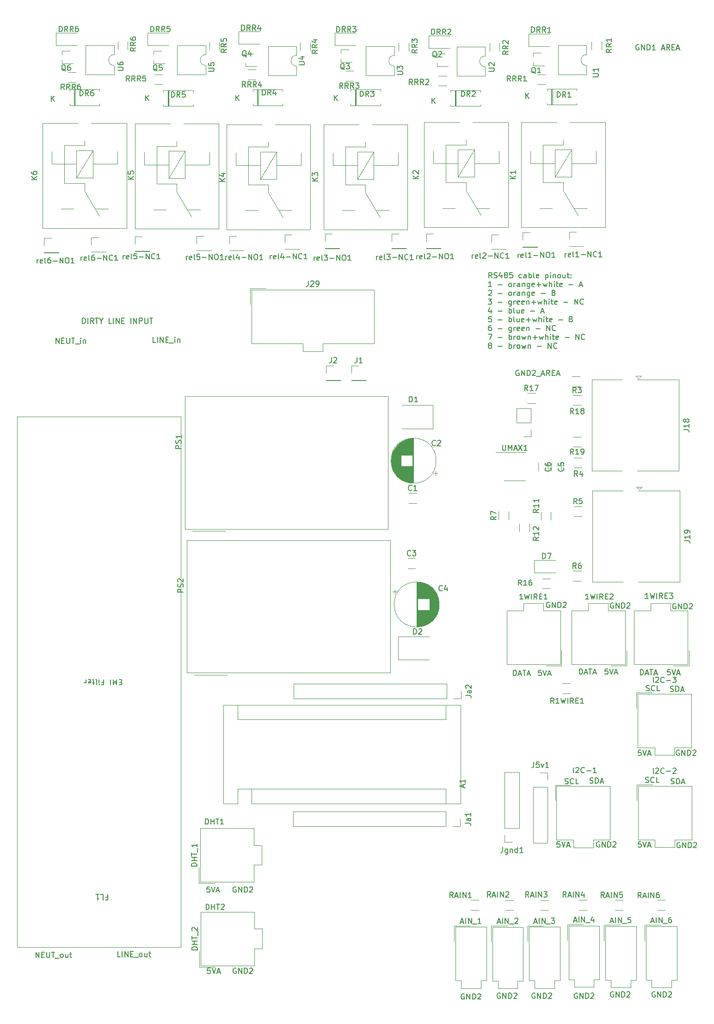
<source format=gto>
%TF.GenerationSoftware,KiCad,Pcbnew,6.0.6-3a73a75311~116~ubuntu20.04.1*%
%TF.CreationDate,2022-07-08T20:35:28+03:00*%
%TF.ProjectId,kolos_system_2022,6b6f6c6f-735f-4737-9973-74656d5f3230,rev?*%
%TF.SameCoordinates,Original*%
%TF.FileFunction,Legend,Top*%
%TF.FilePolarity,Positive*%
%FSLAX46Y46*%
G04 Gerber Fmt 4.6, Leading zero omitted, Abs format (unit mm)*
G04 Created by KiCad (PCBNEW 6.0.6-3a73a75311~116~ubuntu20.04.1) date 2022-07-08 20:35:28*
%MOMM*%
%LPD*%
G01*
G04 APERTURE LIST*
%ADD10C,0.150000*%
%ADD11C,0.120000*%
G04 APERTURE END LIST*
D10*
X132746904Y-220480000D02*
X132651666Y-220432380D01*
X132508809Y-220432380D01*
X132365952Y-220480000D01*
X132270714Y-220575238D01*
X132223095Y-220670476D01*
X132175476Y-220860952D01*
X132175476Y-221003809D01*
X132223095Y-221194285D01*
X132270714Y-221289523D01*
X132365952Y-221384761D01*
X132508809Y-221432380D01*
X132604047Y-221432380D01*
X132746904Y-221384761D01*
X132794523Y-221337142D01*
X132794523Y-221003809D01*
X132604047Y-221003809D01*
X133223095Y-221432380D02*
X133223095Y-220432380D01*
X133794523Y-221432380D01*
X133794523Y-220432380D01*
X134270714Y-221432380D02*
X134270714Y-220432380D01*
X134508809Y-220432380D01*
X134651666Y-220480000D01*
X134746904Y-220575238D01*
X134794523Y-220670476D01*
X134842142Y-220860952D01*
X134842142Y-221003809D01*
X134794523Y-221194285D01*
X134746904Y-221289523D01*
X134651666Y-221384761D01*
X134508809Y-221432380D01*
X134270714Y-221432380D01*
X135223095Y-220527619D02*
X135270714Y-220480000D01*
X135365952Y-220432380D01*
X135604047Y-220432380D01*
X135699285Y-220480000D01*
X135746904Y-220527619D01*
X135794523Y-220622857D01*
X135794523Y-220718095D01*
X135746904Y-220860952D01*
X135175476Y-221432380D01*
X135794523Y-221432380D01*
X144557904Y-192794000D02*
X144462666Y-192746380D01*
X144319809Y-192746380D01*
X144176952Y-192794000D01*
X144081714Y-192889238D01*
X144034095Y-192984476D01*
X143986476Y-193174952D01*
X143986476Y-193317809D01*
X144034095Y-193508285D01*
X144081714Y-193603523D01*
X144176952Y-193698761D01*
X144319809Y-193746380D01*
X144415047Y-193746380D01*
X144557904Y-193698761D01*
X144605523Y-193651142D01*
X144605523Y-193317809D01*
X144415047Y-193317809D01*
X145034095Y-193746380D02*
X145034095Y-192746380D01*
X145605523Y-193746380D01*
X145605523Y-192746380D01*
X146081714Y-193746380D02*
X146081714Y-192746380D01*
X146319809Y-192746380D01*
X146462666Y-192794000D01*
X146557904Y-192889238D01*
X146605523Y-192984476D01*
X146653142Y-193174952D01*
X146653142Y-193317809D01*
X146605523Y-193508285D01*
X146557904Y-193603523D01*
X146462666Y-193698761D01*
X146319809Y-193746380D01*
X146081714Y-193746380D01*
X147034095Y-192841619D02*
X147081714Y-192794000D01*
X147176952Y-192746380D01*
X147415047Y-192746380D01*
X147510285Y-192794000D01*
X147557904Y-192841619D01*
X147605523Y-192936857D01*
X147605523Y-193032095D01*
X147557904Y-193174952D01*
X146986476Y-193746380D01*
X147605523Y-193746380D01*
X73294952Y-215860380D02*
X72818761Y-215860380D01*
X72771142Y-216336571D01*
X72818761Y-216288952D01*
X72914000Y-216241333D01*
X73152095Y-216241333D01*
X73247333Y-216288952D01*
X73294952Y-216336571D01*
X73342571Y-216431809D01*
X73342571Y-216669904D01*
X73294952Y-216765142D01*
X73247333Y-216812761D01*
X73152095Y-216860380D01*
X72914000Y-216860380D01*
X72818761Y-216812761D01*
X72771142Y-216765142D01*
X73628285Y-215860380D02*
X73961619Y-216860380D01*
X74294952Y-215860380D01*
X74580666Y-216574666D02*
X75056857Y-216574666D01*
X74485428Y-216860380D02*
X74818761Y-215860380D01*
X75152095Y-216860380D01*
X137302952Y-192746380D02*
X136826761Y-192746380D01*
X136779142Y-193222571D01*
X136826761Y-193174952D01*
X136922000Y-193127333D01*
X137160095Y-193127333D01*
X137255333Y-193174952D01*
X137302952Y-193222571D01*
X137350571Y-193317809D01*
X137350571Y-193555904D01*
X137302952Y-193651142D01*
X137255333Y-193698761D01*
X137160095Y-193746380D01*
X136922000Y-193746380D01*
X136826761Y-193698761D01*
X136779142Y-193651142D01*
X137636285Y-192746380D02*
X137969619Y-193746380D01*
X138302952Y-192746380D01*
X138588666Y-193460666D02*
X139064857Y-193460666D01*
X138493428Y-193746380D02*
X138826761Y-192746380D01*
X139160095Y-193746380D01*
X146065952Y-161123380D02*
X145589761Y-161123380D01*
X145542142Y-161599571D01*
X145589761Y-161551952D01*
X145685000Y-161504333D01*
X145923095Y-161504333D01*
X146018333Y-161551952D01*
X146065952Y-161599571D01*
X146113571Y-161694809D01*
X146113571Y-161932904D01*
X146065952Y-162028142D01*
X146018333Y-162075761D01*
X145923095Y-162123380D01*
X145685000Y-162123380D01*
X145589761Y-162075761D01*
X145542142Y-162028142D01*
X146399285Y-161123380D02*
X146732619Y-162123380D01*
X147065952Y-161123380D01*
X147351666Y-161837666D02*
X147827857Y-161837666D01*
X147256428Y-162123380D02*
X147589761Y-161123380D01*
X147923095Y-162123380D01*
X159289904Y-192921000D02*
X159194666Y-192873380D01*
X159051809Y-192873380D01*
X158908952Y-192921000D01*
X158813714Y-193016238D01*
X158766095Y-193111476D01*
X158718476Y-193301952D01*
X158718476Y-193444809D01*
X158766095Y-193635285D01*
X158813714Y-193730523D01*
X158908952Y-193825761D01*
X159051809Y-193873380D01*
X159147047Y-193873380D01*
X159289904Y-193825761D01*
X159337523Y-193778142D01*
X159337523Y-193444809D01*
X159147047Y-193444809D01*
X159766095Y-193873380D02*
X159766095Y-192873380D01*
X160337523Y-193873380D01*
X160337523Y-192873380D01*
X160813714Y-193873380D02*
X160813714Y-192873380D01*
X161051809Y-192873380D01*
X161194666Y-192921000D01*
X161289904Y-193016238D01*
X161337523Y-193111476D01*
X161385142Y-193301952D01*
X161385142Y-193444809D01*
X161337523Y-193635285D01*
X161289904Y-193730523D01*
X161194666Y-193825761D01*
X161051809Y-193873380D01*
X160813714Y-193873380D01*
X161766095Y-192968619D02*
X161813714Y-192921000D01*
X161908952Y-192873380D01*
X162147047Y-192873380D01*
X162242285Y-192921000D01*
X162289904Y-192968619D01*
X162337523Y-193063857D01*
X162337523Y-193159095D01*
X162289904Y-193301952D01*
X161718476Y-193873380D01*
X162337523Y-193873380D01*
X129794428Y-106561000D02*
X129699190Y-106513380D01*
X129556333Y-106513380D01*
X129413476Y-106561000D01*
X129318238Y-106656238D01*
X129270619Y-106751476D01*
X129223000Y-106941952D01*
X129223000Y-107084809D01*
X129270619Y-107275285D01*
X129318238Y-107370523D01*
X129413476Y-107465761D01*
X129556333Y-107513380D01*
X129651571Y-107513380D01*
X129794428Y-107465761D01*
X129842047Y-107418142D01*
X129842047Y-107084809D01*
X129651571Y-107084809D01*
X130270619Y-107513380D02*
X130270619Y-106513380D01*
X130842047Y-107513380D01*
X130842047Y-106513380D01*
X131318238Y-107513380D02*
X131318238Y-106513380D01*
X131556333Y-106513380D01*
X131699190Y-106561000D01*
X131794428Y-106656238D01*
X131842047Y-106751476D01*
X131889666Y-106941952D01*
X131889666Y-107084809D01*
X131842047Y-107275285D01*
X131794428Y-107370523D01*
X131699190Y-107465761D01*
X131556333Y-107513380D01*
X131318238Y-107513380D01*
X132270619Y-106608619D02*
X132318238Y-106561000D01*
X132413476Y-106513380D01*
X132651571Y-106513380D01*
X132746809Y-106561000D01*
X132794428Y-106608619D01*
X132842047Y-106703857D01*
X132842047Y-106799095D01*
X132794428Y-106941952D01*
X132223000Y-107513380D01*
X132842047Y-107513380D01*
X133032523Y-107608619D02*
X133794428Y-107608619D01*
X133984904Y-107227666D02*
X134461095Y-107227666D01*
X133889666Y-107513380D02*
X134223000Y-106513380D01*
X134556333Y-107513380D01*
X135461095Y-107513380D02*
X135127761Y-107037190D01*
X134889666Y-107513380D02*
X134889666Y-106513380D01*
X135270619Y-106513380D01*
X135365857Y-106561000D01*
X135413476Y-106608619D01*
X135461095Y-106703857D01*
X135461095Y-106846714D01*
X135413476Y-106941952D01*
X135365857Y-106989571D01*
X135270619Y-107037190D01*
X134889666Y-107037190D01*
X135889666Y-106989571D02*
X136223000Y-106989571D01*
X136365857Y-107513380D02*
X135889666Y-107513380D01*
X135889666Y-106513380D01*
X136365857Y-106513380D01*
X136746809Y-107227666D02*
X137223000Y-107227666D01*
X136651571Y-107513380D02*
X136984904Y-106513380D01*
X137318238Y-107513380D01*
X140493904Y-220480000D02*
X140398666Y-220432380D01*
X140255809Y-220432380D01*
X140112952Y-220480000D01*
X140017714Y-220575238D01*
X139970095Y-220670476D01*
X139922476Y-220860952D01*
X139922476Y-221003809D01*
X139970095Y-221194285D01*
X140017714Y-221289523D01*
X140112952Y-221384761D01*
X140255809Y-221432380D01*
X140351047Y-221432380D01*
X140493904Y-221384761D01*
X140541523Y-221337142D01*
X140541523Y-221003809D01*
X140351047Y-221003809D01*
X140970095Y-221432380D02*
X140970095Y-220432380D01*
X141541523Y-221432380D01*
X141541523Y-220432380D01*
X142017714Y-221432380D02*
X142017714Y-220432380D01*
X142255809Y-220432380D01*
X142398666Y-220480000D01*
X142493904Y-220575238D01*
X142541523Y-220670476D01*
X142589142Y-220860952D01*
X142589142Y-221003809D01*
X142541523Y-221194285D01*
X142493904Y-221289523D01*
X142398666Y-221384761D01*
X142255809Y-221432380D01*
X142017714Y-221432380D01*
X142970095Y-220527619D02*
X143017714Y-220480000D01*
X143112952Y-220432380D01*
X143351047Y-220432380D01*
X143446285Y-220480000D01*
X143493904Y-220527619D01*
X143541523Y-220622857D01*
X143541523Y-220718095D01*
X143493904Y-220860952D01*
X142922476Y-221432380D01*
X143541523Y-221432380D01*
X151765428Y-46998000D02*
X151670190Y-46950380D01*
X151527333Y-46950380D01*
X151384476Y-46998000D01*
X151289238Y-47093238D01*
X151241619Y-47188476D01*
X151194000Y-47378952D01*
X151194000Y-47521809D01*
X151241619Y-47712285D01*
X151289238Y-47807523D01*
X151384476Y-47902761D01*
X151527333Y-47950380D01*
X151622571Y-47950380D01*
X151765428Y-47902761D01*
X151813047Y-47855142D01*
X151813047Y-47521809D01*
X151622571Y-47521809D01*
X152241619Y-47950380D02*
X152241619Y-46950380D01*
X152813047Y-47950380D01*
X152813047Y-46950380D01*
X153289238Y-47950380D02*
X153289238Y-46950380D01*
X153527333Y-46950380D01*
X153670190Y-46998000D01*
X153765428Y-47093238D01*
X153813047Y-47188476D01*
X153860666Y-47378952D01*
X153860666Y-47521809D01*
X153813047Y-47712285D01*
X153765428Y-47807523D01*
X153670190Y-47902761D01*
X153527333Y-47950380D01*
X153289238Y-47950380D01*
X154813047Y-47950380D02*
X154241619Y-47950380D01*
X154527333Y-47950380D02*
X154527333Y-46950380D01*
X154432095Y-47093238D01*
X154336857Y-47188476D01*
X154241619Y-47236095D01*
X155955904Y-47664666D02*
X156432095Y-47664666D01*
X155860666Y-47950380D02*
X156194000Y-46950380D01*
X156527333Y-47950380D01*
X157432095Y-47950380D02*
X157098761Y-47474190D01*
X156860666Y-47950380D02*
X156860666Y-46950380D01*
X157241619Y-46950380D01*
X157336857Y-46998000D01*
X157384476Y-47045619D01*
X157432095Y-47140857D01*
X157432095Y-47283714D01*
X157384476Y-47378952D01*
X157336857Y-47426571D01*
X157241619Y-47474190D01*
X156860666Y-47474190D01*
X157860666Y-47426571D02*
X158194000Y-47426571D01*
X158336857Y-47950380D02*
X157860666Y-47950380D01*
X157860666Y-46950380D01*
X158336857Y-46950380D01*
X158717809Y-47664666D02*
X159194000Y-47664666D01*
X158622571Y-47950380D02*
X158955904Y-46950380D01*
X159289238Y-47950380D01*
X152161952Y-175982380D02*
X151685761Y-175982380D01*
X151638142Y-176458571D01*
X151685761Y-176410952D01*
X151781000Y-176363333D01*
X152019095Y-176363333D01*
X152114333Y-176410952D01*
X152161952Y-176458571D01*
X152209571Y-176553809D01*
X152209571Y-176791904D01*
X152161952Y-176887142D01*
X152114333Y-176934761D01*
X152019095Y-176982380D01*
X151781000Y-176982380D01*
X151685761Y-176934761D01*
X151638142Y-176887142D01*
X152495285Y-175982380D02*
X152828619Y-176982380D01*
X153161952Y-175982380D01*
X153447666Y-176696666D02*
X153923857Y-176696666D01*
X153352428Y-176982380D02*
X153685761Y-175982380D01*
X154019095Y-176982380D01*
X147097904Y-220226000D02*
X147002666Y-220178380D01*
X146859809Y-220178380D01*
X146716952Y-220226000D01*
X146621714Y-220321238D01*
X146574095Y-220416476D01*
X146526476Y-220606952D01*
X146526476Y-220749809D01*
X146574095Y-220940285D01*
X146621714Y-221035523D01*
X146716952Y-221130761D01*
X146859809Y-221178380D01*
X146955047Y-221178380D01*
X147097904Y-221130761D01*
X147145523Y-221083142D01*
X147145523Y-220749809D01*
X146955047Y-220749809D01*
X147574095Y-221178380D02*
X147574095Y-220178380D01*
X148145523Y-221178380D01*
X148145523Y-220178380D01*
X148621714Y-221178380D02*
X148621714Y-220178380D01*
X148859809Y-220178380D01*
X149002666Y-220226000D01*
X149097904Y-220321238D01*
X149145523Y-220416476D01*
X149193142Y-220606952D01*
X149193142Y-220749809D01*
X149145523Y-220940285D01*
X149097904Y-221035523D01*
X149002666Y-221130761D01*
X148859809Y-221178380D01*
X148621714Y-221178380D01*
X149574095Y-220273619D02*
X149621714Y-220226000D01*
X149716952Y-220178380D01*
X149955047Y-220178380D01*
X150050285Y-220226000D01*
X150097904Y-220273619D01*
X150145523Y-220368857D01*
X150145523Y-220464095D01*
X150097904Y-220606952D01*
X149526476Y-221178380D01*
X150145523Y-221178380D01*
X78009904Y-201049000D02*
X77914666Y-201001380D01*
X77771809Y-201001380D01*
X77628952Y-201049000D01*
X77533714Y-201144238D01*
X77486095Y-201239476D01*
X77438476Y-201429952D01*
X77438476Y-201572809D01*
X77486095Y-201763285D01*
X77533714Y-201858523D01*
X77628952Y-201953761D01*
X77771809Y-202001380D01*
X77867047Y-202001380D01*
X78009904Y-201953761D01*
X78057523Y-201906142D01*
X78057523Y-201572809D01*
X77867047Y-201572809D01*
X78486095Y-202001380D02*
X78486095Y-201001380D01*
X79057523Y-202001380D01*
X79057523Y-201001380D01*
X79533714Y-202001380D02*
X79533714Y-201001380D01*
X79771809Y-201001380D01*
X79914666Y-201049000D01*
X80009904Y-201144238D01*
X80057523Y-201239476D01*
X80105142Y-201429952D01*
X80105142Y-201572809D01*
X80057523Y-201763285D01*
X80009904Y-201858523D01*
X79914666Y-201953761D01*
X79771809Y-202001380D01*
X79533714Y-202001380D01*
X80486095Y-201096619D02*
X80533714Y-201049000D01*
X80628952Y-201001380D01*
X80867047Y-201001380D01*
X80962285Y-201049000D01*
X81009904Y-201096619D01*
X81057523Y-201191857D01*
X81057523Y-201287095D01*
X81009904Y-201429952D01*
X80438476Y-202001380D01*
X81057523Y-202001380D01*
X159162904Y-176030000D02*
X159067666Y-175982380D01*
X158924809Y-175982380D01*
X158781952Y-176030000D01*
X158686714Y-176125238D01*
X158639095Y-176220476D01*
X158591476Y-176410952D01*
X158591476Y-176553809D01*
X158639095Y-176744285D01*
X158686714Y-176839523D01*
X158781952Y-176934761D01*
X158924809Y-176982380D01*
X159020047Y-176982380D01*
X159162904Y-176934761D01*
X159210523Y-176887142D01*
X159210523Y-176553809D01*
X159020047Y-176553809D01*
X159639095Y-176982380D02*
X159639095Y-175982380D01*
X160210523Y-176982380D01*
X160210523Y-175982380D01*
X160686714Y-176982380D02*
X160686714Y-175982380D01*
X160924809Y-175982380D01*
X161067666Y-176030000D01*
X161162904Y-176125238D01*
X161210523Y-176220476D01*
X161258142Y-176410952D01*
X161258142Y-176553809D01*
X161210523Y-176744285D01*
X161162904Y-176839523D01*
X161067666Y-176934761D01*
X160924809Y-176982380D01*
X160686714Y-176982380D01*
X161639095Y-176077619D02*
X161686714Y-176030000D01*
X161781952Y-175982380D01*
X162020047Y-175982380D01*
X162115285Y-176030000D01*
X162162904Y-176077619D01*
X162210523Y-176172857D01*
X162210523Y-176268095D01*
X162162904Y-176410952D01*
X161591476Y-176982380D01*
X162210523Y-176982380D01*
X157662714Y-182141761D02*
X157805571Y-182189380D01*
X158043666Y-182189380D01*
X158138904Y-182141761D01*
X158186523Y-182094142D01*
X158234142Y-181998904D01*
X158234142Y-181903666D01*
X158186523Y-181808428D01*
X158138904Y-181760809D01*
X158043666Y-181713190D01*
X157853190Y-181665571D01*
X157757952Y-181617952D01*
X157710333Y-181570333D01*
X157662714Y-181475095D01*
X157662714Y-181379857D01*
X157710333Y-181284619D01*
X157757952Y-181237000D01*
X157853190Y-181189380D01*
X158091285Y-181189380D01*
X158234142Y-181237000D01*
X158662714Y-182189380D02*
X158662714Y-181189380D01*
X158900809Y-181189380D01*
X159043666Y-181237000D01*
X159138904Y-181332238D01*
X159186523Y-181427476D01*
X159234142Y-181617952D01*
X159234142Y-181760809D01*
X159186523Y-181951285D01*
X159138904Y-182046523D01*
X159043666Y-182141761D01*
X158900809Y-182189380D01*
X158662714Y-182189380D01*
X159615095Y-181903666D02*
X160091285Y-181903666D01*
X159519857Y-182189380D02*
X159853190Y-181189380D01*
X160186523Y-182189380D01*
X133873952Y-161377380D02*
X133397761Y-161377380D01*
X133350142Y-161853571D01*
X133397761Y-161805952D01*
X133493000Y-161758333D01*
X133731095Y-161758333D01*
X133826333Y-161805952D01*
X133873952Y-161853571D01*
X133921571Y-161948809D01*
X133921571Y-162186904D01*
X133873952Y-162282142D01*
X133826333Y-162329761D01*
X133731095Y-162377380D01*
X133493000Y-162377380D01*
X133397761Y-162329761D01*
X133350142Y-162282142D01*
X134207285Y-161377380D02*
X134540619Y-162377380D01*
X134873952Y-161377380D01*
X135159666Y-162091666D02*
X135635857Y-162091666D01*
X135064428Y-162377380D02*
X135397761Y-161377380D01*
X135731095Y-162377380D01*
X78009904Y-215908000D02*
X77914666Y-215860380D01*
X77771809Y-215860380D01*
X77628952Y-215908000D01*
X77533714Y-216003238D01*
X77486095Y-216098476D01*
X77438476Y-216288952D01*
X77438476Y-216431809D01*
X77486095Y-216622285D01*
X77533714Y-216717523D01*
X77628952Y-216812761D01*
X77771809Y-216860380D01*
X77867047Y-216860380D01*
X78009904Y-216812761D01*
X78057523Y-216765142D01*
X78057523Y-216431809D01*
X77867047Y-216431809D01*
X78486095Y-216860380D02*
X78486095Y-215860380D01*
X79057523Y-216860380D01*
X79057523Y-215860380D01*
X79533714Y-216860380D02*
X79533714Y-215860380D01*
X79771809Y-215860380D01*
X79914666Y-215908000D01*
X80009904Y-216003238D01*
X80057523Y-216098476D01*
X80105142Y-216288952D01*
X80105142Y-216431809D01*
X80057523Y-216622285D01*
X80009904Y-216717523D01*
X79914666Y-216812761D01*
X79771809Y-216860380D01*
X79533714Y-216860380D01*
X80486095Y-215955619D02*
X80533714Y-215908000D01*
X80628952Y-215860380D01*
X80867047Y-215860380D01*
X80962285Y-215908000D01*
X81009904Y-215955619D01*
X81057523Y-216050857D01*
X81057523Y-216146095D01*
X81009904Y-216288952D01*
X80438476Y-216860380D01*
X81057523Y-216860380D01*
X140867000Y-162123380D02*
X140867000Y-161123380D01*
X141105095Y-161123380D01*
X141247952Y-161171000D01*
X141343190Y-161266238D01*
X141390809Y-161361476D01*
X141438428Y-161551952D01*
X141438428Y-161694809D01*
X141390809Y-161885285D01*
X141343190Y-161980523D01*
X141247952Y-162075761D01*
X141105095Y-162123380D01*
X140867000Y-162123380D01*
X141819380Y-161837666D02*
X142295571Y-161837666D01*
X141724142Y-162123380D02*
X142057476Y-161123380D01*
X142390809Y-162123380D01*
X142581285Y-161123380D02*
X143152714Y-161123380D01*
X142867000Y-162123380D02*
X142867000Y-161123380D01*
X143438428Y-161837666D02*
X143914619Y-161837666D01*
X143343190Y-162123380D02*
X143676523Y-161123380D01*
X144009857Y-162123380D01*
X72398142Y-189555380D02*
X72398142Y-188555380D01*
X72636238Y-188555380D01*
X72779095Y-188603000D01*
X72874333Y-188698238D01*
X72921952Y-188793476D01*
X72969571Y-188983952D01*
X72969571Y-189126809D01*
X72921952Y-189317285D01*
X72874333Y-189412523D01*
X72779095Y-189507761D01*
X72636238Y-189555380D01*
X72398142Y-189555380D01*
X73398142Y-189555380D02*
X73398142Y-188555380D01*
X73398142Y-189031571D02*
X73969571Y-189031571D01*
X73969571Y-189555380D02*
X73969571Y-188555380D01*
X74302904Y-188555380D02*
X74874333Y-188555380D01*
X74588619Y-189555380D02*
X74588619Y-188555380D01*
X75731476Y-189555380D02*
X75160047Y-189555380D01*
X75445761Y-189555380D02*
X75445761Y-188555380D01*
X75350523Y-188698238D01*
X75255285Y-188793476D01*
X75160047Y-188841095D01*
X147097904Y-149106000D02*
X147002666Y-149058380D01*
X146859809Y-149058380D01*
X146716952Y-149106000D01*
X146621714Y-149201238D01*
X146574095Y-149296476D01*
X146526476Y-149486952D01*
X146526476Y-149629809D01*
X146574095Y-149820285D01*
X146621714Y-149915523D01*
X146716952Y-150010761D01*
X146859809Y-150058380D01*
X146955047Y-150058380D01*
X147097904Y-150010761D01*
X147145523Y-149963142D01*
X147145523Y-149629809D01*
X146955047Y-149629809D01*
X147574095Y-150058380D02*
X147574095Y-149058380D01*
X148145523Y-150058380D01*
X148145523Y-149058380D01*
X148621714Y-150058380D02*
X148621714Y-149058380D01*
X148859809Y-149058380D01*
X149002666Y-149106000D01*
X149097904Y-149201238D01*
X149145523Y-149296476D01*
X149193142Y-149486952D01*
X149193142Y-149629809D01*
X149145523Y-149820285D01*
X149097904Y-149915523D01*
X149002666Y-150010761D01*
X148859809Y-150058380D01*
X148621714Y-150058380D01*
X149574095Y-149153619D02*
X149621714Y-149106000D01*
X149716952Y-149058380D01*
X149955047Y-149058380D01*
X150050285Y-149106000D01*
X150097904Y-149153619D01*
X150145523Y-149248857D01*
X150145523Y-149344095D01*
X150097904Y-149486952D01*
X149526476Y-150058380D01*
X150145523Y-150058380D01*
X142803714Y-182014761D02*
X142946571Y-182062380D01*
X143184666Y-182062380D01*
X143279904Y-182014761D01*
X143327523Y-181967142D01*
X143375142Y-181871904D01*
X143375142Y-181776666D01*
X143327523Y-181681428D01*
X143279904Y-181633809D01*
X143184666Y-181586190D01*
X142994190Y-181538571D01*
X142898952Y-181490952D01*
X142851333Y-181443333D01*
X142803714Y-181348095D01*
X142803714Y-181252857D01*
X142851333Y-181157619D01*
X142898952Y-181110000D01*
X142994190Y-181062380D01*
X143232285Y-181062380D01*
X143375142Y-181110000D01*
X143803714Y-182062380D02*
X143803714Y-181062380D01*
X144041809Y-181062380D01*
X144184666Y-181110000D01*
X144279904Y-181205238D01*
X144327523Y-181300476D01*
X144375142Y-181490952D01*
X144375142Y-181633809D01*
X144327523Y-181824285D01*
X144279904Y-181919523D01*
X144184666Y-182014761D01*
X144041809Y-182062380D01*
X143803714Y-182062380D01*
X144756095Y-181776666D02*
X145232285Y-181776666D01*
X144660857Y-182062380D02*
X144994190Y-181062380D01*
X145327523Y-182062380D01*
X126396904Y-220480000D02*
X126301666Y-220432380D01*
X126158809Y-220432380D01*
X126015952Y-220480000D01*
X125920714Y-220575238D01*
X125873095Y-220670476D01*
X125825476Y-220860952D01*
X125825476Y-221003809D01*
X125873095Y-221194285D01*
X125920714Y-221289523D01*
X126015952Y-221384761D01*
X126158809Y-221432380D01*
X126254047Y-221432380D01*
X126396904Y-221384761D01*
X126444523Y-221337142D01*
X126444523Y-221003809D01*
X126254047Y-221003809D01*
X126873095Y-221432380D02*
X126873095Y-220432380D01*
X127444523Y-221432380D01*
X127444523Y-220432380D01*
X127920714Y-221432380D02*
X127920714Y-220432380D01*
X128158809Y-220432380D01*
X128301666Y-220480000D01*
X128396904Y-220575238D01*
X128444523Y-220670476D01*
X128492142Y-220860952D01*
X128492142Y-221003809D01*
X128444523Y-221194285D01*
X128396904Y-221289523D01*
X128301666Y-221384761D01*
X128158809Y-221432380D01*
X127920714Y-221432380D01*
X128873095Y-220527619D02*
X128920714Y-220480000D01*
X129015952Y-220432380D01*
X129254047Y-220432380D01*
X129349285Y-220480000D01*
X129396904Y-220527619D01*
X129444523Y-220622857D01*
X129444523Y-220718095D01*
X129396904Y-220860952D01*
X128825476Y-221432380D01*
X129444523Y-221432380D01*
X154717904Y-220226000D02*
X154622666Y-220178380D01*
X154479809Y-220178380D01*
X154336952Y-220226000D01*
X154241714Y-220321238D01*
X154194095Y-220416476D01*
X154146476Y-220606952D01*
X154146476Y-220749809D01*
X154194095Y-220940285D01*
X154241714Y-221035523D01*
X154336952Y-221130761D01*
X154479809Y-221178380D01*
X154575047Y-221178380D01*
X154717904Y-221130761D01*
X154765523Y-221083142D01*
X154765523Y-220749809D01*
X154575047Y-220749809D01*
X155194095Y-221178380D02*
X155194095Y-220178380D01*
X155765523Y-221178380D01*
X155765523Y-220178380D01*
X156241714Y-221178380D02*
X156241714Y-220178380D01*
X156479809Y-220178380D01*
X156622666Y-220226000D01*
X156717904Y-220321238D01*
X156765523Y-220416476D01*
X156813142Y-220606952D01*
X156813142Y-220749809D01*
X156765523Y-220940285D01*
X156717904Y-221035523D01*
X156622666Y-221130761D01*
X156479809Y-221178380D01*
X156241714Y-221178380D01*
X157194095Y-220273619D02*
X157241714Y-220226000D01*
X157336952Y-220178380D01*
X157575047Y-220178380D01*
X157670285Y-220226000D01*
X157717904Y-220273619D01*
X157765523Y-220368857D01*
X157765523Y-220464095D01*
X157717904Y-220606952D01*
X157146476Y-221178380D01*
X157765523Y-221178380D01*
X135413904Y-148979000D02*
X135318666Y-148931380D01*
X135175809Y-148931380D01*
X135032952Y-148979000D01*
X134937714Y-149074238D01*
X134890095Y-149169476D01*
X134842476Y-149359952D01*
X134842476Y-149502809D01*
X134890095Y-149693285D01*
X134937714Y-149788523D01*
X135032952Y-149883761D01*
X135175809Y-149931380D01*
X135271047Y-149931380D01*
X135413904Y-149883761D01*
X135461523Y-149836142D01*
X135461523Y-149502809D01*
X135271047Y-149502809D01*
X135890095Y-149931380D02*
X135890095Y-148931380D01*
X136461523Y-149931380D01*
X136461523Y-148931380D01*
X136937714Y-149931380D02*
X136937714Y-148931380D01*
X137175809Y-148931380D01*
X137318666Y-148979000D01*
X137413904Y-149074238D01*
X137461523Y-149169476D01*
X137509142Y-149359952D01*
X137509142Y-149502809D01*
X137461523Y-149693285D01*
X137413904Y-149788523D01*
X137318666Y-149883761D01*
X137175809Y-149931380D01*
X136937714Y-149931380D01*
X137890095Y-149026619D02*
X137937714Y-148979000D01*
X138032952Y-148931380D01*
X138271047Y-148931380D01*
X138366285Y-148979000D01*
X138413904Y-149026619D01*
X138461523Y-149121857D01*
X138461523Y-149217095D01*
X138413904Y-149359952D01*
X137842476Y-149931380D01*
X138461523Y-149931380D01*
X153114523Y-165123761D02*
X153257380Y-165171380D01*
X153495476Y-165171380D01*
X153590714Y-165123761D01*
X153638333Y-165076142D01*
X153685952Y-164980904D01*
X153685952Y-164885666D01*
X153638333Y-164790428D01*
X153590714Y-164742809D01*
X153495476Y-164695190D01*
X153305000Y-164647571D01*
X153209761Y-164599952D01*
X153162142Y-164552333D01*
X153114523Y-164457095D01*
X153114523Y-164361857D01*
X153162142Y-164266619D01*
X153209761Y-164219000D01*
X153305000Y-164171380D01*
X153543095Y-164171380D01*
X153685952Y-164219000D01*
X154685952Y-165076142D02*
X154638333Y-165123761D01*
X154495476Y-165171380D01*
X154400238Y-165171380D01*
X154257380Y-165123761D01*
X154162142Y-165028523D01*
X154114523Y-164933285D01*
X154066904Y-164742809D01*
X154066904Y-164599952D01*
X154114523Y-164409476D01*
X154162142Y-164314238D01*
X154257380Y-164219000D01*
X154400238Y-164171380D01*
X154495476Y-164171380D01*
X154638333Y-164219000D01*
X154685952Y-164266619D01*
X155590714Y-165171380D02*
X155114523Y-165171380D01*
X155114523Y-164171380D01*
X152043000Y-162250380D02*
X152043000Y-161250380D01*
X152281095Y-161250380D01*
X152423952Y-161298000D01*
X152519190Y-161393238D01*
X152566809Y-161488476D01*
X152614428Y-161678952D01*
X152614428Y-161821809D01*
X152566809Y-162012285D01*
X152519190Y-162107523D01*
X152423952Y-162202761D01*
X152281095Y-162250380D01*
X152043000Y-162250380D01*
X152995380Y-161964666D02*
X153471571Y-161964666D01*
X152900142Y-162250380D02*
X153233476Y-161250380D01*
X153566809Y-162250380D01*
X153757285Y-161250380D02*
X154328714Y-161250380D01*
X154043000Y-162250380D02*
X154043000Y-161250380D01*
X154614428Y-161964666D02*
X155090619Y-161964666D01*
X154519190Y-162250380D02*
X154852523Y-161250380D01*
X155185857Y-162250380D01*
X124859023Y-89643380D02*
X124525690Y-89167190D01*
X124287595Y-89643380D02*
X124287595Y-88643380D01*
X124668547Y-88643380D01*
X124763785Y-88691000D01*
X124811404Y-88738619D01*
X124859023Y-88833857D01*
X124859023Y-88976714D01*
X124811404Y-89071952D01*
X124763785Y-89119571D01*
X124668547Y-89167190D01*
X124287595Y-89167190D01*
X125239976Y-89595761D02*
X125382833Y-89643380D01*
X125620928Y-89643380D01*
X125716166Y-89595761D01*
X125763785Y-89548142D01*
X125811404Y-89452904D01*
X125811404Y-89357666D01*
X125763785Y-89262428D01*
X125716166Y-89214809D01*
X125620928Y-89167190D01*
X125430452Y-89119571D01*
X125335214Y-89071952D01*
X125287595Y-89024333D01*
X125239976Y-88929095D01*
X125239976Y-88833857D01*
X125287595Y-88738619D01*
X125335214Y-88691000D01*
X125430452Y-88643380D01*
X125668547Y-88643380D01*
X125811404Y-88691000D01*
X126668547Y-88976714D02*
X126668547Y-89643380D01*
X126430452Y-88595761D02*
X126192357Y-89310047D01*
X126811404Y-89310047D01*
X127335214Y-89071952D02*
X127239976Y-89024333D01*
X127192357Y-88976714D01*
X127144738Y-88881476D01*
X127144738Y-88833857D01*
X127192357Y-88738619D01*
X127239976Y-88691000D01*
X127335214Y-88643380D01*
X127525690Y-88643380D01*
X127620928Y-88691000D01*
X127668547Y-88738619D01*
X127716166Y-88833857D01*
X127716166Y-88881476D01*
X127668547Y-88976714D01*
X127620928Y-89024333D01*
X127525690Y-89071952D01*
X127335214Y-89071952D01*
X127239976Y-89119571D01*
X127192357Y-89167190D01*
X127144738Y-89262428D01*
X127144738Y-89452904D01*
X127192357Y-89548142D01*
X127239976Y-89595761D01*
X127335214Y-89643380D01*
X127525690Y-89643380D01*
X127620928Y-89595761D01*
X127668547Y-89548142D01*
X127716166Y-89452904D01*
X127716166Y-89262428D01*
X127668547Y-89167190D01*
X127620928Y-89119571D01*
X127525690Y-89071952D01*
X128620928Y-88643380D02*
X128144738Y-88643380D01*
X128097119Y-89119571D01*
X128144738Y-89071952D01*
X128239976Y-89024333D01*
X128478071Y-89024333D01*
X128573309Y-89071952D01*
X128620928Y-89119571D01*
X128668547Y-89214809D01*
X128668547Y-89452904D01*
X128620928Y-89548142D01*
X128573309Y-89595761D01*
X128478071Y-89643380D01*
X128239976Y-89643380D01*
X128144738Y-89595761D01*
X128097119Y-89548142D01*
X130287595Y-89595761D02*
X130192357Y-89643380D01*
X130001880Y-89643380D01*
X129906642Y-89595761D01*
X129859023Y-89548142D01*
X129811404Y-89452904D01*
X129811404Y-89167190D01*
X129859023Y-89071952D01*
X129906642Y-89024333D01*
X130001880Y-88976714D01*
X130192357Y-88976714D01*
X130287595Y-89024333D01*
X131144738Y-89643380D02*
X131144738Y-89119571D01*
X131097119Y-89024333D01*
X131001880Y-88976714D01*
X130811404Y-88976714D01*
X130716166Y-89024333D01*
X131144738Y-89595761D02*
X131049500Y-89643380D01*
X130811404Y-89643380D01*
X130716166Y-89595761D01*
X130668547Y-89500523D01*
X130668547Y-89405285D01*
X130716166Y-89310047D01*
X130811404Y-89262428D01*
X131049500Y-89262428D01*
X131144738Y-89214809D01*
X131620928Y-89643380D02*
X131620928Y-88643380D01*
X131620928Y-89024333D02*
X131716166Y-88976714D01*
X131906642Y-88976714D01*
X132001880Y-89024333D01*
X132049500Y-89071952D01*
X132097119Y-89167190D01*
X132097119Y-89452904D01*
X132049500Y-89548142D01*
X132001880Y-89595761D01*
X131906642Y-89643380D01*
X131716166Y-89643380D01*
X131620928Y-89595761D01*
X132668547Y-89643380D02*
X132573309Y-89595761D01*
X132525690Y-89500523D01*
X132525690Y-88643380D01*
X133430452Y-89595761D02*
X133335214Y-89643380D01*
X133144738Y-89643380D01*
X133049500Y-89595761D01*
X133001880Y-89500523D01*
X133001880Y-89119571D01*
X133049500Y-89024333D01*
X133144738Y-88976714D01*
X133335214Y-88976714D01*
X133430452Y-89024333D01*
X133478071Y-89119571D01*
X133478071Y-89214809D01*
X133001880Y-89310047D01*
X134668547Y-88976714D02*
X134668547Y-89976714D01*
X134668547Y-89024333D02*
X134763785Y-88976714D01*
X134954261Y-88976714D01*
X135049500Y-89024333D01*
X135097119Y-89071952D01*
X135144738Y-89167190D01*
X135144738Y-89452904D01*
X135097119Y-89548142D01*
X135049500Y-89595761D01*
X134954261Y-89643380D01*
X134763785Y-89643380D01*
X134668547Y-89595761D01*
X135573309Y-89643380D02*
X135573309Y-88976714D01*
X135573309Y-88643380D02*
X135525690Y-88691000D01*
X135573309Y-88738619D01*
X135620928Y-88691000D01*
X135573309Y-88643380D01*
X135573309Y-88738619D01*
X136049500Y-88976714D02*
X136049500Y-89643380D01*
X136049500Y-89071952D02*
X136097119Y-89024333D01*
X136192357Y-88976714D01*
X136335214Y-88976714D01*
X136430452Y-89024333D01*
X136478071Y-89119571D01*
X136478071Y-89643380D01*
X137097119Y-89643380D02*
X137001880Y-89595761D01*
X136954261Y-89548142D01*
X136906642Y-89452904D01*
X136906642Y-89167190D01*
X136954261Y-89071952D01*
X137001880Y-89024333D01*
X137097119Y-88976714D01*
X137239976Y-88976714D01*
X137335214Y-89024333D01*
X137382833Y-89071952D01*
X137430452Y-89167190D01*
X137430452Y-89452904D01*
X137382833Y-89548142D01*
X137335214Y-89595761D01*
X137239976Y-89643380D01*
X137097119Y-89643380D01*
X138287595Y-88976714D02*
X138287595Y-89643380D01*
X137859023Y-88976714D02*
X137859023Y-89500523D01*
X137906642Y-89595761D01*
X138001880Y-89643380D01*
X138144738Y-89643380D01*
X138239976Y-89595761D01*
X138287595Y-89548142D01*
X138620928Y-88976714D02*
X139001880Y-88976714D01*
X138763785Y-88643380D02*
X138763785Y-89500523D01*
X138811404Y-89595761D01*
X138906642Y-89643380D01*
X139001880Y-89643380D01*
X139335214Y-89548142D02*
X139382833Y-89595761D01*
X139335214Y-89643380D01*
X139287595Y-89595761D01*
X139335214Y-89548142D01*
X139335214Y-89643380D01*
X139335214Y-89024333D02*
X139382833Y-89071952D01*
X139335214Y-89119571D01*
X139287595Y-89071952D01*
X139335214Y-89024333D01*
X139335214Y-89119571D01*
X124811404Y-91253380D02*
X124239976Y-91253380D01*
X124525690Y-91253380D02*
X124525690Y-90253380D01*
X124430452Y-90396238D01*
X124335214Y-90491476D01*
X124239976Y-90539095D01*
X126001880Y-90872428D02*
X126763785Y-90872428D01*
X128144738Y-91253380D02*
X128049500Y-91205761D01*
X128001880Y-91158142D01*
X127954261Y-91062904D01*
X127954261Y-90777190D01*
X128001880Y-90681952D01*
X128049500Y-90634333D01*
X128144738Y-90586714D01*
X128287595Y-90586714D01*
X128382833Y-90634333D01*
X128430452Y-90681952D01*
X128478071Y-90777190D01*
X128478071Y-91062904D01*
X128430452Y-91158142D01*
X128382833Y-91205761D01*
X128287595Y-91253380D01*
X128144738Y-91253380D01*
X128906642Y-91253380D02*
X128906642Y-90586714D01*
X128906642Y-90777190D02*
X128954261Y-90681952D01*
X129001880Y-90634333D01*
X129097119Y-90586714D01*
X129192357Y-90586714D01*
X129954261Y-91253380D02*
X129954261Y-90729571D01*
X129906642Y-90634333D01*
X129811404Y-90586714D01*
X129620928Y-90586714D01*
X129525690Y-90634333D01*
X129954261Y-91205761D02*
X129859023Y-91253380D01*
X129620928Y-91253380D01*
X129525690Y-91205761D01*
X129478071Y-91110523D01*
X129478071Y-91015285D01*
X129525690Y-90920047D01*
X129620928Y-90872428D01*
X129859023Y-90872428D01*
X129954261Y-90824809D01*
X130430452Y-90586714D02*
X130430452Y-91253380D01*
X130430452Y-90681952D02*
X130478071Y-90634333D01*
X130573309Y-90586714D01*
X130716166Y-90586714D01*
X130811404Y-90634333D01*
X130859023Y-90729571D01*
X130859023Y-91253380D01*
X131763785Y-90586714D02*
X131763785Y-91396238D01*
X131716166Y-91491476D01*
X131668547Y-91539095D01*
X131573309Y-91586714D01*
X131430452Y-91586714D01*
X131335214Y-91539095D01*
X131763785Y-91205761D02*
X131668547Y-91253380D01*
X131478071Y-91253380D01*
X131382833Y-91205761D01*
X131335214Y-91158142D01*
X131287595Y-91062904D01*
X131287595Y-90777190D01*
X131335214Y-90681952D01*
X131382833Y-90634333D01*
X131478071Y-90586714D01*
X131668547Y-90586714D01*
X131763785Y-90634333D01*
X132620928Y-91205761D02*
X132525690Y-91253380D01*
X132335214Y-91253380D01*
X132239976Y-91205761D01*
X132192357Y-91110523D01*
X132192357Y-90729571D01*
X132239976Y-90634333D01*
X132335214Y-90586714D01*
X132525690Y-90586714D01*
X132620928Y-90634333D01*
X132668547Y-90729571D01*
X132668547Y-90824809D01*
X132192357Y-90920047D01*
X133097119Y-90872428D02*
X133859023Y-90872428D01*
X133478071Y-91253380D02*
X133478071Y-90491476D01*
X134239976Y-90586714D02*
X134430452Y-91253380D01*
X134620928Y-90777190D01*
X134811404Y-91253380D01*
X135001880Y-90586714D01*
X135382833Y-91253380D02*
X135382833Y-90253380D01*
X135811404Y-91253380D02*
X135811404Y-90729571D01*
X135763785Y-90634333D01*
X135668547Y-90586714D01*
X135525690Y-90586714D01*
X135430452Y-90634333D01*
X135382833Y-90681952D01*
X136287595Y-91253380D02*
X136287595Y-90586714D01*
X136287595Y-90253380D02*
X136239976Y-90301000D01*
X136287595Y-90348619D01*
X136335214Y-90301000D01*
X136287595Y-90253380D01*
X136287595Y-90348619D01*
X136620928Y-90586714D02*
X137001880Y-90586714D01*
X136763785Y-90253380D02*
X136763785Y-91110523D01*
X136811404Y-91205761D01*
X136906642Y-91253380D01*
X137001880Y-91253380D01*
X137716166Y-91205761D02*
X137620928Y-91253380D01*
X137430452Y-91253380D01*
X137335214Y-91205761D01*
X137287595Y-91110523D01*
X137287595Y-90729571D01*
X137335214Y-90634333D01*
X137430452Y-90586714D01*
X137620928Y-90586714D01*
X137716166Y-90634333D01*
X137763785Y-90729571D01*
X137763785Y-90824809D01*
X137287595Y-90920047D01*
X138954261Y-90872428D02*
X139716166Y-90872428D01*
X140906642Y-90967666D02*
X141382833Y-90967666D01*
X140811404Y-91253380D02*
X141144738Y-90253380D01*
X141478071Y-91253380D01*
X124239976Y-91958619D02*
X124287595Y-91911000D01*
X124382833Y-91863380D01*
X124620928Y-91863380D01*
X124716166Y-91911000D01*
X124763785Y-91958619D01*
X124811404Y-92053857D01*
X124811404Y-92149095D01*
X124763785Y-92291952D01*
X124192357Y-92863380D01*
X124811404Y-92863380D01*
X126001880Y-92482428D02*
X126763785Y-92482428D01*
X128144738Y-92863380D02*
X128049500Y-92815761D01*
X128001880Y-92768142D01*
X127954261Y-92672904D01*
X127954261Y-92387190D01*
X128001880Y-92291952D01*
X128049500Y-92244333D01*
X128144738Y-92196714D01*
X128287595Y-92196714D01*
X128382833Y-92244333D01*
X128430452Y-92291952D01*
X128478071Y-92387190D01*
X128478071Y-92672904D01*
X128430452Y-92768142D01*
X128382833Y-92815761D01*
X128287595Y-92863380D01*
X128144738Y-92863380D01*
X128906642Y-92863380D02*
X128906642Y-92196714D01*
X128906642Y-92387190D02*
X128954261Y-92291952D01*
X129001880Y-92244333D01*
X129097119Y-92196714D01*
X129192357Y-92196714D01*
X129954261Y-92863380D02*
X129954261Y-92339571D01*
X129906642Y-92244333D01*
X129811404Y-92196714D01*
X129620928Y-92196714D01*
X129525690Y-92244333D01*
X129954261Y-92815761D02*
X129859023Y-92863380D01*
X129620928Y-92863380D01*
X129525690Y-92815761D01*
X129478071Y-92720523D01*
X129478071Y-92625285D01*
X129525690Y-92530047D01*
X129620928Y-92482428D01*
X129859023Y-92482428D01*
X129954261Y-92434809D01*
X130430452Y-92196714D02*
X130430452Y-92863380D01*
X130430452Y-92291952D02*
X130478071Y-92244333D01*
X130573309Y-92196714D01*
X130716166Y-92196714D01*
X130811404Y-92244333D01*
X130859023Y-92339571D01*
X130859023Y-92863380D01*
X131763785Y-92196714D02*
X131763785Y-93006238D01*
X131716166Y-93101476D01*
X131668547Y-93149095D01*
X131573309Y-93196714D01*
X131430452Y-93196714D01*
X131335214Y-93149095D01*
X131763785Y-92815761D02*
X131668547Y-92863380D01*
X131478071Y-92863380D01*
X131382833Y-92815761D01*
X131335214Y-92768142D01*
X131287595Y-92672904D01*
X131287595Y-92387190D01*
X131335214Y-92291952D01*
X131382833Y-92244333D01*
X131478071Y-92196714D01*
X131668547Y-92196714D01*
X131763785Y-92244333D01*
X132620928Y-92815761D02*
X132525690Y-92863380D01*
X132335214Y-92863380D01*
X132239976Y-92815761D01*
X132192357Y-92720523D01*
X132192357Y-92339571D01*
X132239976Y-92244333D01*
X132335214Y-92196714D01*
X132525690Y-92196714D01*
X132620928Y-92244333D01*
X132668547Y-92339571D01*
X132668547Y-92434809D01*
X132192357Y-92530047D01*
X133859023Y-92482428D02*
X134620928Y-92482428D01*
X136192357Y-92339571D02*
X136335214Y-92387190D01*
X136382833Y-92434809D01*
X136430452Y-92530047D01*
X136430452Y-92672904D01*
X136382833Y-92768142D01*
X136335214Y-92815761D01*
X136239976Y-92863380D01*
X135859023Y-92863380D01*
X135859023Y-91863380D01*
X136192357Y-91863380D01*
X136287595Y-91911000D01*
X136335214Y-91958619D01*
X136382833Y-92053857D01*
X136382833Y-92149095D01*
X136335214Y-92244333D01*
X136287595Y-92291952D01*
X136192357Y-92339571D01*
X135859023Y-92339571D01*
X124192357Y-93473380D02*
X124811404Y-93473380D01*
X124478071Y-93854333D01*
X124620928Y-93854333D01*
X124716166Y-93901952D01*
X124763785Y-93949571D01*
X124811404Y-94044809D01*
X124811404Y-94282904D01*
X124763785Y-94378142D01*
X124716166Y-94425761D01*
X124620928Y-94473380D01*
X124335214Y-94473380D01*
X124239976Y-94425761D01*
X124192357Y-94378142D01*
X126001880Y-94092428D02*
X126763785Y-94092428D01*
X128430452Y-93806714D02*
X128430452Y-94616238D01*
X128382833Y-94711476D01*
X128335214Y-94759095D01*
X128239976Y-94806714D01*
X128097119Y-94806714D01*
X128001880Y-94759095D01*
X128430452Y-94425761D02*
X128335214Y-94473380D01*
X128144738Y-94473380D01*
X128049500Y-94425761D01*
X128001880Y-94378142D01*
X127954261Y-94282904D01*
X127954261Y-93997190D01*
X128001880Y-93901952D01*
X128049500Y-93854333D01*
X128144738Y-93806714D01*
X128335214Y-93806714D01*
X128430452Y-93854333D01*
X128906642Y-94473380D02*
X128906642Y-93806714D01*
X128906642Y-93997190D02*
X128954261Y-93901952D01*
X129001880Y-93854333D01*
X129097119Y-93806714D01*
X129192357Y-93806714D01*
X129906642Y-94425761D02*
X129811404Y-94473380D01*
X129620928Y-94473380D01*
X129525690Y-94425761D01*
X129478071Y-94330523D01*
X129478071Y-93949571D01*
X129525690Y-93854333D01*
X129620928Y-93806714D01*
X129811404Y-93806714D01*
X129906642Y-93854333D01*
X129954261Y-93949571D01*
X129954261Y-94044809D01*
X129478071Y-94140047D01*
X130763785Y-94425761D02*
X130668547Y-94473380D01*
X130478071Y-94473380D01*
X130382833Y-94425761D01*
X130335214Y-94330523D01*
X130335214Y-93949571D01*
X130382833Y-93854333D01*
X130478071Y-93806714D01*
X130668547Y-93806714D01*
X130763785Y-93854333D01*
X130811404Y-93949571D01*
X130811404Y-94044809D01*
X130335214Y-94140047D01*
X131239976Y-93806714D02*
X131239976Y-94473380D01*
X131239976Y-93901952D02*
X131287595Y-93854333D01*
X131382833Y-93806714D01*
X131525690Y-93806714D01*
X131620928Y-93854333D01*
X131668547Y-93949571D01*
X131668547Y-94473380D01*
X132144738Y-94092428D02*
X132906642Y-94092428D01*
X132525690Y-94473380D02*
X132525690Y-93711476D01*
X133287595Y-93806714D02*
X133478071Y-94473380D01*
X133668547Y-93997190D01*
X133859023Y-94473380D01*
X134049500Y-93806714D01*
X134430452Y-94473380D02*
X134430452Y-93473380D01*
X134859023Y-94473380D02*
X134859023Y-93949571D01*
X134811404Y-93854333D01*
X134716166Y-93806714D01*
X134573309Y-93806714D01*
X134478071Y-93854333D01*
X134430452Y-93901952D01*
X135335214Y-94473380D02*
X135335214Y-93806714D01*
X135335214Y-93473380D02*
X135287595Y-93521000D01*
X135335214Y-93568619D01*
X135382833Y-93521000D01*
X135335214Y-93473380D01*
X135335214Y-93568619D01*
X135668547Y-93806714D02*
X136049500Y-93806714D01*
X135811404Y-93473380D02*
X135811404Y-94330523D01*
X135859023Y-94425761D01*
X135954261Y-94473380D01*
X136049500Y-94473380D01*
X136763785Y-94425761D02*
X136668547Y-94473380D01*
X136478071Y-94473380D01*
X136382833Y-94425761D01*
X136335214Y-94330523D01*
X136335214Y-93949571D01*
X136382833Y-93854333D01*
X136478071Y-93806714D01*
X136668547Y-93806714D01*
X136763785Y-93854333D01*
X136811404Y-93949571D01*
X136811404Y-94044809D01*
X136335214Y-94140047D01*
X138001880Y-94092428D02*
X138763785Y-94092428D01*
X140001880Y-94473380D02*
X140001880Y-93473380D01*
X140573309Y-94473380D01*
X140573309Y-93473380D01*
X141620928Y-94378142D02*
X141573309Y-94425761D01*
X141430452Y-94473380D01*
X141335214Y-94473380D01*
X141192357Y-94425761D01*
X141097119Y-94330523D01*
X141049500Y-94235285D01*
X141001880Y-94044809D01*
X141001880Y-93901952D01*
X141049500Y-93711476D01*
X141097119Y-93616238D01*
X141192357Y-93521000D01*
X141335214Y-93473380D01*
X141430452Y-93473380D01*
X141573309Y-93521000D01*
X141620928Y-93568619D01*
X124716166Y-95416714D02*
X124716166Y-96083380D01*
X124478071Y-95035761D02*
X124239976Y-95750047D01*
X124859023Y-95750047D01*
X126001880Y-95702428D02*
X126763785Y-95702428D01*
X128001880Y-96083380D02*
X128001880Y-95083380D01*
X128001880Y-95464333D02*
X128097119Y-95416714D01*
X128287595Y-95416714D01*
X128382833Y-95464333D01*
X128430452Y-95511952D01*
X128478071Y-95607190D01*
X128478071Y-95892904D01*
X128430452Y-95988142D01*
X128382833Y-96035761D01*
X128287595Y-96083380D01*
X128097119Y-96083380D01*
X128001880Y-96035761D01*
X129049500Y-96083380D02*
X128954261Y-96035761D01*
X128906642Y-95940523D01*
X128906642Y-95083380D01*
X129859023Y-95416714D02*
X129859023Y-96083380D01*
X129430452Y-95416714D02*
X129430452Y-95940523D01*
X129478071Y-96035761D01*
X129573309Y-96083380D01*
X129716166Y-96083380D01*
X129811404Y-96035761D01*
X129859023Y-95988142D01*
X130716166Y-96035761D02*
X130620928Y-96083380D01*
X130430452Y-96083380D01*
X130335214Y-96035761D01*
X130287595Y-95940523D01*
X130287595Y-95559571D01*
X130335214Y-95464333D01*
X130430452Y-95416714D01*
X130620928Y-95416714D01*
X130716166Y-95464333D01*
X130763785Y-95559571D01*
X130763785Y-95654809D01*
X130287595Y-95750047D01*
X131954261Y-95702428D02*
X132716166Y-95702428D01*
X133906642Y-95797666D02*
X134382833Y-95797666D01*
X133811404Y-96083380D02*
X134144738Y-95083380D01*
X134478071Y-96083380D01*
X124763785Y-96693380D02*
X124287595Y-96693380D01*
X124239976Y-97169571D01*
X124287595Y-97121952D01*
X124382833Y-97074333D01*
X124620928Y-97074333D01*
X124716166Y-97121952D01*
X124763785Y-97169571D01*
X124811404Y-97264809D01*
X124811404Y-97502904D01*
X124763785Y-97598142D01*
X124716166Y-97645761D01*
X124620928Y-97693380D01*
X124382833Y-97693380D01*
X124287595Y-97645761D01*
X124239976Y-97598142D01*
X126001880Y-97312428D02*
X126763785Y-97312428D01*
X128001880Y-97693380D02*
X128001880Y-96693380D01*
X128001880Y-97074333D02*
X128097119Y-97026714D01*
X128287595Y-97026714D01*
X128382833Y-97074333D01*
X128430452Y-97121952D01*
X128478071Y-97217190D01*
X128478071Y-97502904D01*
X128430452Y-97598142D01*
X128382833Y-97645761D01*
X128287595Y-97693380D01*
X128097119Y-97693380D01*
X128001880Y-97645761D01*
X129049500Y-97693380D02*
X128954261Y-97645761D01*
X128906642Y-97550523D01*
X128906642Y-96693380D01*
X129859023Y-97026714D02*
X129859023Y-97693380D01*
X129430452Y-97026714D02*
X129430452Y-97550523D01*
X129478071Y-97645761D01*
X129573309Y-97693380D01*
X129716166Y-97693380D01*
X129811404Y-97645761D01*
X129859023Y-97598142D01*
X130716166Y-97645761D02*
X130620928Y-97693380D01*
X130430452Y-97693380D01*
X130335214Y-97645761D01*
X130287595Y-97550523D01*
X130287595Y-97169571D01*
X130335214Y-97074333D01*
X130430452Y-97026714D01*
X130620928Y-97026714D01*
X130716166Y-97074333D01*
X130763785Y-97169571D01*
X130763785Y-97264809D01*
X130287595Y-97360047D01*
X131192357Y-97312428D02*
X131954261Y-97312428D01*
X131573309Y-97693380D02*
X131573309Y-96931476D01*
X132335214Y-97026714D02*
X132525690Y-97693380D01*
X132716166Y-97217190D01*
X132906642Y-97693380D01*
X133097119Y-97026714D01*
X133478071Y-97693380D02*
X133478071Y-96693380D01*
X133906642Y-97693380D02*
X133906642Y-97169571D01*
X133859023Y-97074333D01*
X133763785Y-97026714D01*
X133620928Y-97026714D01*
X133525690Y-97074333D01*
X133478071Y-97121952D01*
X134382833Y-97693380D02*
X134382833Y-97026714D01*
X134382833Y-96693380D02*
X134335214Y-96741000D01*
X134382833Y-96788619D01*
X134430452Y-96741000D01*
X134382833Y-96693380D01*
X134382833Y-96788619D01*
X134716166Y-97026714D02*
X135097119Y-97026714D01*
X134859023Y-96693380D02*
X134859023Y-97550523D01*
X134906642Y-97645761D01*
X135001880Y-97693380D01*
X135097119Y-97693380D01*
X135811404Y-97645761D02*
X135716166Y-97693380D01*
X135525690Y-97693380D01*
X135430452Y-97645761D01*
X135382833Y-97550523D01*
X135382833Y-97169571D01*
X135430452Y-97074333D01*
X135525690Y-97026714D01*
X135716166Y-97026714D01*
X135811404Y-97074333D01*
X135859023Y-97169571D01*
X135859023Y-97264809D01*
X135382833Y-97360047D01*
X137049500Y-97312428D02*
X137811404Y-97312428D01*
X139382833Y-97169571D02*
X139525690Y-97217190D01*
X139573309Y-97264809D01*
X139620928Y-97360047D01*
X139620928Y-97502904D01*
X139573309Y-97598142D01*
X139525690Y-97645761D01*
X139430452Y-97693380D01*
X139049500Y-97693380D01*
X139049500Y-96693380D01*
X139382833Y-96693380D01*
X139478071Y-96741000D01*
X139525690Y-96788619D01*
X139573309Y-96883857D01*
X139573309Y-96979095D01*
X139525690Y-97074333D01*
X139478071Y-97121952D01*
X139382833Y-97169571D01*
X139049500Y-97169571D01*
X124716166Y-98303380D02*
X124525690Y-98303380D01*
X124430452Y-98351000D01*
X124382833Y-98398619D01*
X124287595Y-98541476D01*
X124239976Y-98731952D01*
X124239976Y-99112904D01*
X124287595Y-99208142D01*
X124335214Y-99255761D01*
X124430452Y-99303380D01*
X124620928Y-99303380D01*
X124716166Y-99255761D01*
X124763785Y-99208142D01*
X124811404Y-99112904D01*
X124811404Y-98874809D01*
X124763785Y-98779571D01*
X124716166Y-98731952D01*
X124620928Y-98684333D01*
X124430452Y-98684333D01*
X124335214Y-98731952D01*
X124287595Y-98779571D01*
X124239976Y-98874809D01*
X126001880Y-98922428D02*
X126763785Y-98922428D01*
X128430452Y-98636714D02*
X128430452Y-99446238D01*
X128382833Y-99541476D01*
X128335214Y-99589095D01*
X128239976Y-99636714D01*
X128097119Y-99636714D01*
X128001880Y-99589095D01*
X128430452Y-99255761D02*
X128335214Y-99303380D01*
X128144738Y-99303380D01*
X128049500Y-99255761D01*
X128001880Y-99208142D01*
X127954261Y-99112904D01*
X127954261Y-98827190D01*
X128001880Y-98731952D01*
X128049500Y-98684333D01*
X128144738Y-98636714D01*
X128335214Y-98636714D01*
X128430452Y-98684333D01*
X128906642Y-99303380D02*
X128906642Y-98636714D01*
X128906642Y-98827190D02*
X128954261Y-98731952D01*
X129001880Y-98684333D01*
X129097119Y-98636714D01*
X129192357Y-98636714D01*
X129906642Y-99255761D02*
X129811404Y-99303380D01*
X129620928Y-99303380D01*
X129525690Y-99255761D01*
X129478071Y-99160523D01*
X129478071Y-98779571D01*
X129525690Y-98684333D01*
X129620928Y-98636714D01*
X129811404Y-98636714D01*
X129906642Y-98684333D01*
X129954261Y-98779571D01*
X129954261Y-98874809D01*
X129478071Y-98970047D01*
X130763785Y-99255761D02*
X130668547Y-99303380D01*
X130478071Y-99303380D01*
X130382833Y-99255761D01*
X130335214Y-99160523D01*
X130335214Y-98779571D01*
X130382833Y-98684333D01*
X130478071Y-98636714D01*
X130668547Y-98636714D01*
X130763785Y-98684333D01*
X130811404Y-98779571D01*
X130811404Y-98874809D01*
X130335214Y-98970047D01*
X131239976Y-98636714D02*
X131239976Y-99303380D01*
X131239976Y-98731952D02*
X131287595Y-98684333D01*
X131382833Y-98636714D01*
X131525690Y-98636714D01*
X131620928Y-98684333D01*
X131668547Y-98779571D01*
X131668547Y-99303380D01*
X132906642Y-98922428D02*
X133668547Y-98922428D01*
X134906642Y-99303380D02*
X134906642Y-98303380D01*
X135478071Y-99303380D01*
X135478071Y-98303380D01*
X136525690Y-99208142D02*
X136478071Y-99255761D01*
X136335214Y-99303380D01*
X136239976Y-99303380D01*
X136097119Y-99255761D01*
X136001880Y-99160523D01*
X135954261Y-99065285D01*
X135906642Y-98874809D01*
X135906642Y-98731952D01*
X135954261Y-98541476D01*
X136001880Y-98446238D01*
X136097119Y-98351000D01*
X136239976Y-98303380D01*
X136335214Y-98303380D01*
X136478071Y-98351000D01*
X136525690Y-98398619D01*
X124192357Y-99913380D02*
X124859023Y-99913380D01*
X124430452Y-100913380D01*
X126001880Y-100532428D02*
X126763785Y-100532428D01*
X128001880Y-100913380D02*
X128001880Y-99913380D01*
X128001880Y-100294333D02*
X128097119Y-100246714D01*
X128287595Y-100246714D01*
X128382833Y-100294333D01*
X128430452Y-100341952D01*
X128478071Y-100437190D01*
X128478071Y-100722904D01*
X128430452Y-100818142D01*
X128382833Y-100865761D01*
X128287595Y-100913380D01*
X128097119Y-100913380D01*
X128001880Y-100865761D01*
X128906642Y-100913380D02*
X128906642Y-100246714D01*
X128906642Y-100437190D02*
X128954261Y-100341952D01*
X129001880Y-100294333D01*
X129097119Y-100246714D01*
X129192357Y-100246714D01*
X129668547Y-100913380D02*
X129573309Y-100865761D01*
X129525690Y-100818142D01*
X129478071Y-100722904D01*
X129478071Y-100437190D01*
X129525690Y-100341952D01*
X129573309Y-100294333D01*
X129668547Y-100246714D01*
X129811404Y-100246714D01*
X129906642Y-100294333D01*
X129954261Y-100341952D01*
X130001880Y-100437190D01*
X130001880Y-100722904D01*
X129954261Y-100818142D01*
X129906642Y-100865761D01*
X129811404Y-100913380D01*
X129668547Y-100913380D01*
X130335214Y-100246714D02*
X130525690Y-100913380D01*
X130716166Y-100437190D01*
X130906642Y-100913380D01*
X131097119Y-100246714D01*
X131478071Y-100246714D02*
X131478071Y-100913380D01*
X131478071Y-100341952D02*
X131525690Y-100294333D01*
X131620928Y-100246714D01*
X131763785Y-100246714D01*
X131859023Y-100294333D01*
X131906642Y-100389571D01*
X131906642Y-100913380D01*
X132382833Y-100532428D02*
X133144738Y-100532428D01*
X132763785Y-100913380D02*
X132763785Y-100151476D01*
X133525690Y-100246714D02*
X133716166Y-100913380D01*
X133906642Y-100437190D01*
X134097119Y-100913380D01*
X134287595Y-100246714D01*
X134668547Y-100913380D02*
X134668547Y-99913380D01*
X135097119Y-100913380D02*
X135097119Y-100389571D01*
X135049500Y-100294333D01*
X134954261Y-100246714D01*
X134811404Y-100246714D01*
X134716166Y-100294333D01*
X134668547Y-100341952D01*
X135573309Y-100913380D02*
X135573309Y-100246714D01*
X135573309Y-99913380D02*
X135525690Y-99961000D01*
X135573309Y-100008619D01*
X135620928Y-99961000D01*
X135573309Y-99913380D01*
X135573309Y-100008619D01*
X135906642Y-100246714D02*
X136287595Y-100246714D01*
X136049500Y-99913380D02*
X136049500Y-100770523D01*
X136097119Y-100865761D01*
X136192357Y-100913380D01*
X136287595Y-100913380D01*
X137001880Y-100865761D02*
X136906642Y-100913380D01*
X136716166Y-100913380D01*
X136620928Y-100865761D01*
X136573309Y-100770523D01*
X136573309Y-100389571D01*
X136620928Y-100294333D01*
X136716166Y-100246714D01*
X136906642Y-100246714D01*
X137001880Y-100294333D01*
X137049500Y-100389571D01*
X137049500Y-100484809D01*
X136573309Y-100580047D01*
X138239976Y-100532428D02*
X139001880Y-100532428D01*
X140239976Y-100913380D02*
X140239976Y-99913380D01*
X140811404Y-100913380D01*
X140811404Y-99913380D01*
X141859023Y-100818142D02*
X141811404Y-100865761D01*
X141668547Y-100913380D01*
X141573309Y-100913380D01*
X141430452Y-100865761D01*
X141335214Y-100770523D01*
X141287595Y-100675285D01*
X141239976Y-100484809D01*
X141239976Y-100341952D01*
X141287595Y-100151476D01*
X141335214Y-100056238D01*
X141430452Y-99961000D01*
X141573309Y-99913380D01*
X141668547Y-99913380D01*
X141811404Y-99961000D01*
X141859023Y-100008619D01*
X124430452Y-101951952D02*
X124335214Y-101904333D01*
X124287595Y-101856714D01*
X124239976Y-101761476D01*
X124239976Y-101713857D01*
X124287595Y-101618619D01*
X124335214Y-101571000D01*
X124430452Y-101523380D01*
X124620928Y-101523380D01*
X124716166Y-101571000D01*
X124763785Y-101618619D01*
X124811404Y-101713857D01*
X124811404Y-101761476D01*
X124763785Y-101856714D01*
X124716166Y-101904333D01*
X124620928Y-101951952D01*
X124430452Y-101951952D01*
X124335214Y-101999571D01*
X124287595Y-102047190D01*
X124239976Y-102142428D01*
X124239976Y-102332904D01*
X124287595Y-102428142D01*
X124335214Y-102475761D01*
X124430452Y-102523380D01*
X124620928Y-102523380D01*
X124716166Y-102475761D01*
X124763785Y-102428142D01*
X124811404Y-102332904D01*
X124811404Y-102142428D01*
X124763785Y-102047190D01*
X124716166Y-101999571D01*
X124620928Y-101951952D01*
X126001880Y-102142428D02*
X126763785Y-102142428D01*
X128001880Y-102523380D02*
X128001880Y-101523380D01*
X128001880Y-101904333D02*
X128097119Y-101856714D01*
X128287595Y-101856714D01*
X128382833Y-101904333D01*
X128430452Y-101951952D01*
X128478071Y-102047190D01*
X128478071Y-102332904D01*
X128430452Y-102428142D01*
X128382833Y-102475761D01*
X128287595Y-102523380D01*
X128097119Y-102523380D01*
X128001880Y-102475761D01*
X128906642Y-102523380D02*
X128906642Y-101856714D01*
X128906642Y-102047190D02*
X128954261Y-101951952D01*
X129001880Y-101904333D01*
X129097119Y-101856714D01*
X129192357Y-101856714D01*
X129668547Y-102523380D02*
X129573309Y-102475761D01*
X129525690Y-102428142D01*
X129478071Y-102332904D01*
X129478071Y-102047190D01*
X129525690Y-101951952D01*
X129573309Y-101904333D01*
X129668547Y-101856714D01*
X129811404Y-101856714D01*
X129906642Y-101904333D01*
X129954261Y-101951952D01*
X130001880Y-102047190D01*
X130001880Y-102332904D01*
X129954261Y-102428142D01*
X129906642Y-102475761D01*
X129811404Y-102523380D01*
X129668547Y-102523380D01*
X130335214Y-101856714D02*
X130525690Y-102523380D01*
X130716166Y-102047190D01*
X130906642Y-102523380D01*
X131097119Y-101856714D01*
X131478071Y-101856714D02*
X131478071Y-102523380D01*
X131478071Y-101951952D02*
X131525690Y-101904333D01*
X131620928Y-101856714D01*
X131763785Y-101856714D01*
X131859023Y-101904333D01*
X131906642Y-101999571D01*
X131906642Y-102523380D01*
X133144738Y-102142428D02*
X133906642Y-102142428D01*
X135144738Y-102523380D02*
X135144738Y-101523380D01*
X135716166Y-102523380D01*
X135716166Y-101523380D01*
X136763785Y-102428142D02*
X136716166Y-102475761D01*
X136573309Y-102523380D01*
X136478071Y-102523380D01*
X136335214Y-102475761D01*
X136239976Y-102380523D01*
X136192357Y-102285285D01*
X136144738Y-102094809D01*
X136144738Y-101951952D01*
X136192357Y-101761476D01*
X136239976Y-101666238D01*
X136335214Y-101571000D01*
X136478071Y-101523380D01*
X136573309Y-101523380D01*
X136716166Y-101571000D01*
X136763785Y-101618619D01*
X138255523Y-182141761D02*
X138398380Y-182189380D01*
X138636476Y-182189380D01*
X138731714Y-182141761D01*
X138779333Y-182094142D01*
X138826952Y-181998904D01*
X138826952Y-181903666D01*
X138779333Y-181808428D01*
X138731714Y-181760809D01*
X138636476Y-181713190D01*
X138446000Y-181665571D01*
X138350761Y-181617952D01*
X138303142Y-181570333D01*
X138255523Y-181475095D01*
X138255523Y-181379857D01*
X138303142Y-181284619D01*
X138350761Y-181237000D01*
X138446000Y-181189380D01*
X138684095Y-181189380D01*
X138826952Y-181237000D01*
X139826952Y-182094142D02*
X139779333Y-182141761D01*
X139636476Y-182189380D01*
X139541238Y-182189380D01*
X139398380Y-182141761D01*
X139303142Y-182046523D01*
X139255523Y-181951285D01*
X139207904Y-181760809D01*
X139207904Y-181617952D01*
X139255523Y-181427476D01*
X139303142Y-181332238D01*
X139398380Y-181237000D01*
X139541238Y-181189380D01*
X139636476Y-181189380D01*
X139779333Y-181237000D01*
X139826952Y-181284619D01*
X140731714Y-182189380D02*
X140255523Y-182189380D01*
X140255523Y-181189380D01*
X157495952Y-161250380D02*
X157019761Y-161250380D01*
X156972142Y-161726571D01*
X157019761Y-161678952D01*
X157115000Y-161631333D01*
X157353095Y-161631333D01*
X157448333Y-161678952D01*
X157495952Y-161726571D01*
X157543571Y-161821809D01*
X157543571Y-162059904D01*
X157495952Y-162155142D01*
X157448333Y-162202761D01*
X157353095Y-162250380D01*
X157115000Y-162250380D01*
X157019761Y-162202761D01*
X156972142Y-162155142D01*
X157829285Y-161250380D02*
X158162619Y-162250380D01*
X158495952Y-161250380D01*
X158781666Y-161964666D02*
X159257857Y-161964666D01*
X158686428Y-162250380D02*
X159019761Y-161250380D01*
X159353095Y-162250380D01*
X73167952Y-201001380D02*
X72691761Y-201001380D01*
X72644142Y-201477571D01*
X72691761Y-201429952D01*
X72787000Y-201382333D01*
X73025095Y-201382333D01*
X73120333Y-201429952D01*
X73167952Y-201477571D01*
X73215571Y-201572809D01*
X73215571Y-201810904D01*
X73167952Y-201906142D01*
X73120333Y-201953761D01*
X73025095Y-202001380D01*
X72787000Y-202001380D01*
X72691761Y-201953761D01*
X72644142Y-201906142D01*
X73501285Y-201001380D02*
X73834619Y-202001380D01*
X74167952Y-201001380D01*
X74453666Y-201715666D02*
X74929857Y-201715666D01*
X74358428Y-202001380D02*
X74691761Y-201001380D01*
X75025095Y-202001380D01*
X49903857Y-97988380D02*
X49903857Y-96988380D01*
X50141952Y-96988380D01*
X50284809Y-97036000D01*
X50380047Y-97131238D01*
X50427666Y-97226476D01*
X50475285Y-97416952D01*
X50475285Y-97559809D01*
X50427666Y-97750285D01*
X50380047Y-97845523D01*
X50284809Y-97940761D01*
X50141952Y-97988380D01*
X49903857Y-97988380D01*
X50903857Y-97988380D02*
X50903857Y-96988380D01*
X51951476Y-97988380D02*
X51618142Y-97512190D01*
X51380047Y-97988380D02*
X51380047Y-96988380D01*
X51761000Y-96988380D01*
X51856238Y-97036000D01*
X51903857Y-97083619D01*
X51951476Y-97178857D01*
X51951476Y-97321714D01*
X51903857Y-97416952D01*
X51856238Y-97464571D01*
X51761000Y-97512190D01*
X51380047Y-97512190D01*
X52237190Y-96988380D02*
X52808619Y-96988380D01*
X52522904Y-97988380D02*
X52522904Y-96988380D01*
X53332428Y-97512190D02*
X53332428Y-97988380D01*
X52999095Y-96988380D02*
X53332428Y-97512190D01*
X53665761Y-96988380D01*
X55237190Y-97988380D02*
X54761000Y-97988380D01*
X54761000Y-96988380D01*
X55570523Y-97988380D02*
X55570523Y-96988380D01*
X56046714Y-97988380D02*
X56046714Y-96988380D01*
X56618142Y-97988380D01*
X56618142Y-96988380D01*
X57094333Y-97464571D02*
X57427666Y-97464571D01*
X57570523Y-97988380D02*
X57094333Y-97988380D01*
X57094333Y-96988380D01*
X57570523Y-96988380D01*
X58761000Y-97988380D02*
X58761000Y-96988380D01*
X59237190Y-97988380D02*
X59237190Y-96988380D01*
X59808619Y-97988380D01*
X59808619Y-96988380D01*
X60284809Y-97988380D02*
X60284809Y-96988380D01*
X60665761Y-96988380D01*
X60761000Y-97036000D01*
X60808619Y-97083619D01*
X60856238Y-97178857D01*
X60856238Y-97321714D01*
X60808619Y-97416952D01*
X60761000Y-97464571D01*
X60665761Y-97512190D01*
X60284809Y-97512190D01*
X61284809Y-96988380D02*
X61284809Y-97797904D01*
X61332428Y-97893142D01*
X61380047Y-97940761D01*
X61475285Y-97988380D01*
X61665761Y-97988380D01*
X61761000Y-97940761D01*
X61808619Y-97893142D01*
X61856238Y-97797904D01*
X61856238Y-96988380D01*
X62189571Y-96988380D02*
X62760999Y-96988380D01*
X62475285Y-97988380D02*
X62475285Y-96988380D01*
X119792904Y-220607000D02*
X119697666Y-220559380D01*
X119554809Y-220559380D01*
X119411952Y-220607000D01*
X119316714Y-220702238D01*
X119269095Y-220797476D01*
X119221476Y-220987952D01*
X119221476Y-221130809D01*
X119269095Y-221321285D01*
X119316714Y-221416523D01*
X119411952Y-221511761D01*
X119554809Y-221559380D01*
X119650047Y-221559380D01*
X119792904Y-221511761D01*
X119840523Y-221464142D01*
X119840523Y-221130809D01*
X119650047Y-221130809D01*
X120269095Y-221559380D02*
X120269095Y-220559380D01*
X120840523Y-221559380D01*
X120840523Y-220559380D01*
X121316714Y-221559380D02*
X121316714Y-220559380D01*
X121554809Y-220559380D01*
X121697666Y-220607000D01*
X121792904Y-220702238D01*
X121840523Y-220797476D01*
X121888142Y-220987952D01*
X121888142Y-221130809D01*
X121840523Y-221321285D01*
X121792904Y-221416523D01*
X121697666Y-221511761D01*
X121554809Y-221559380D01*
X121316714Y-221559380D01*
X122269095Y-220654619D02*
X122316714Y-220607000D01*
X122411952Y-220559380D01*
X122650047Y-220559380D01*
X122745285Y-220607000D01*
X122792904Y-220654619D01*
X122840523Y-220749857D01*
X122840523Y-220845095D01*
X122792904Y-220987952D01*
X122221476Y-221559380D01*
X122840523Y-221559380D01*
X158527904Y-149233000D02*
X158432666Y-149185380D01*
X158289809Y-149185380D01*
X158146952Y-149233000D01*
X158051714Y-149328238D01*
X158004095Y-149423476D01*
X157956476Y-149613952D01*
X157956476Y-149756809D01*
X158004095Y-149947285D01*
X158051714Y-150042523D01*
X158146952Y-150137761D01*
X158289809Y-150185380D01*
X158385047Y-150185380D01*
X158527904Y-150137761D01*
X158575523Y-150090142D01*
X158575523Y-149756809D01*
X158385047Y-149756809D01*
X159004095Y-150185380D02*
X159004095Y-149185380D01*
X159575523Y-150185380D01*
X159575523Y-149185380D01*
X160051714Y-150185380D02*
X160051714Y-149185380D01*
X160289809Y-149185380D01*
X160432666Y-149233000D01*
X160527904Y-149328238D01*
X160575523Y-149423476D01*
X160623142Y-149613952D01*
X160623142Y-149756809D01*
X160575523Y-149947285D01*
X160527904Y-150042523D01*
X160432666Y-150137761D01*
X160289809Y-150185380D01*
X160051714Y-150185380D01*
X161004095Y-149280619D02*
X161051714Y-149233000D01*
X161146952Y-149185380D01*
X161385047Y-149185380D01*
X161480285Y-149233000D01*
X161527904Y-149280619D01*
X161575523Y-149375857D01*
X161575523Y-149471095D01*
X161527904Y-149613952D01*
X160956476Y-150185380D01*
X161575523Y-150185380D01*
X157535714Y-165250761D02*
X157678571Y-165298380D01*
X157916666Y-165298380D01*
X158011904Y-165250761D01*
X158059523Y-165203142D01*
X158107142Y-165107904D01*
X158107142Y-165012666D01*
X158059523Y-164917428D01*
X158011904Y-164869809D01*
X157916666Y-164822190D01*
X157726190Y-164774571D01*
X157630952Y-164726952D01*
X157583333Y-164679333D01*
X157535714Y-164584095D01*
X157535714Y-164488857D01*
X157583333Y-164393619D01*
X157630952Y-164346000D01*
X157726190Y-164298380D01*
X157964285Y-164298380D01*
X158107142Y-164346000D01*
X158535714Y-165298380D02*
X158535714Y-164298380D01*
X158773809Y-164298380D01*
X158916666Y-164346000D01*
X159011904Y-164441238D01*
X159059523Y-164536476D01*
X159107142Y-164726952D01*
X159107142Y-164869809D01*
X159059523Y-165060285D01*
X159011904Y-165155523D01*
X158916666Y-165250761D01*
X158773809Y-165298380D01*
X158535714Y-165298380D01*
X159488095Y-165012666D02*
X159964285Y-165012666D01*
X159392857Y-165298380D02*
X159726190Y-164298380D01*
X160059523Y-165298380D01*
X72525142Y-205176380D02*
X72525142Y-204176380D01*
X72763238Y-204176380D01*
X72906095Y-204224000D01*
X73001333Y-204319238D01*
X73048952Y-204414476D01*
X73096571Y-204604952D01*
X73096571Y-204747809D01*
X73048952Y-204938285D01*
X73001333Y-205033523D01*
X72906095Y-205128761D01*
X72763238Y-205176380D01*
X72525142Y-205176380D01*
X73525142Y-205176380D02*
X73525142Y-204176380D01*
X73525142Y-204652571D02*
X74096571Y-204652571D01*
X74096571Y-205176380D02*
X74096571Y-204176380D01*
X74429904Y-204176380D02*
X75001333Y-204176380D01*
X74715619Y-205176380D02*
X74715619Y-204176380D01*
X75287047Y-204271619D02*
X75334666Y-204224000D01*
X75429904Y-204176380D01*
X75668000Y-204176380D01*
X75763238Y-204224000D01*
X75810857Y-204271619D01*
X75858476Y-204366857D01*
X75858476Y-204462095D01*
X75810857Y-204604952D01*
X75239428Y-205176380D01*
X75858476Y-205176380D01*
X128802000Y-162377380D02*
X128802000Y-161377380D01*
X129040095Y-161377380D01*
X129182952Y-161425000D01*
X129278190Y-161520238D01*
X129325809Y-161615476D01*
X129373428Y-161805952D01*
X129373428Y-161948809D01*
X129325809Y-162139285D01*
X129278190Y-162234523D01*
X129182952Y-162329761D01*
X129040095Y-162377380D01*
X128802000Y-162377380D01*
X129754380Y-162091666D02*
X130230571Y-162091666D01*
X129659142Y-162377380D02*
X129992476Y-161377380D01*
X130325809Y-162377380D01*
X130516285Y-161377380D02*
X131087714Y-161377380D01*
X130802000Y-162377380D02*
X130802000Y-161377380D01*
X131373428Y-162091666D02*
X131849619Y-162091666D01*
X131278190Y-162377380D02*
X131611523Y-161377380D01*
X131944857Y-162377380D01*
X152987523Y-181887761D02*
X153130380Y-181935380D01*
X153368476Y-181935380D01*
X153463714Y-181887761D01*
X153511333Y-181840142D01*
X153558952Y-181744904D01*
X153558952Y-181649666D01*
X153511333Y-181554428D01*
X153463714Y-181506809D01*
X153368476Y-181459190D01*
X153178000Y-181411571D01*
X153082761Y-181363952D01*
X153035142Y-181316333D01*
X152987523Y-181221095D01*
X152987523Y-181125857D01*
X153035142Y-181030619D01*
X153082761Y-180983000D01*
X153178000Y-180935380D01*
X153416095Y-180935380D01*
X153558952Y-180983000D01*
X154558952Y-181840142D02*
X154511333Y-181887761D01*
X154368476Y-181935380D01*
X154273238Y-181935380D01*
X154130380Y-181887761D01*
X154035142Y-181792523D01*
X153987523Y-181697285D01*
X153939904Y-181506809D01*
X153939904Y-181363952D01*
X153987523Y-181173476D01*
X154035142Y-181078238D01*
X154130380Y-180983000D01*
X154273238Y-180935380D01*
X154368476Y-180935380D01*
X154511333Y-180983000D01*
X154558952Y-181030619D01*
X155463714Y-181935380D02*
X154987523Y-181935380D01*
X154987523Y-180935380D01*
X152161952Y-192746380D02*
X151685761Y-192746380D01*
X151638142Y-193222571D01*
X151685761Y-193174952D01*
X151781000Y-193127333D01*
X152019095Y-193127333D01*
X152114333Y-193174952D01*
X152161952Y-193222571D01*
X152209571Y-193317809D01*
X152209571Y-193555904D01*
X152161952Y-193651142D01*
X152114333Y-193698761D01*
X152019095Y-193746380D01*
X151781000Y-193746380D01*
X151685761Y-193698761D01*
X151638142Y-193651142D01*
X152495285Y-192746380D02*
X152828619Y-193746380D01*
X153161952Y-192746380D01*
X153447666Y-193460666D02*
X153923857Y-193460666D01*
X153352428Y-193746380D02*
X153685761Y-192746380D01*
X154019095Y-193746380D01*
%TO.C,J2*%
X95473666Y-104183380D02*
X95473666Y-104897666D01*
X95426047Y-105040523D01*
X95330809Y-105135761D01*
X95187952Y-105183380D01*
X95092714Y-105183380D01*
X95902238Y-104278619D02*
X95949857Y-104231000D01*
X96045095Y-104183380D01*
X96283190Y-104183380D01*
X96378428Y-104231000D01*
X96426047Y-104278619D01*
X96473666Y-104373857D01*
X96473666Y-104469095D01*
X96426047Y-104611952D01*
X95854619Y-105183380D01*
X96473666Y-105183380D01*
%TO.C,J1*%
X100123666Y-104183380D02*
X100123666Y-104897666D01*
X100076047Y-105040523D01*
X99980809Y-105135761D01*
X99837952Y-105183380D01*
X99742714Y-105183380D01*
X101123666Y-105183380D02*
X100552238Y-105183380D01*
X100837952Y-105183380D02*
X100837952Y-104183380D01*
X100742714Y-104326238D01*
X100647476Y-104421476D01*
X100552238Y-104469095D01*
%TO.C,I2C-3*%
X154392571Y-163647380D02*
X154392571Y-162647380D01*
X154821142Y-162742619D02*
X154868761Y-162695000D01*
X154964000Y-162647380D01*
X155202095Y-162647380D01*
X155297333Y-162695000D01*
X155344952Y-162742619D01*
X155392571Y-162837857D01*
X155392571Y-162933095D01*
X155344952Y-163075952D01*
X154773523Y-163647380D01*
X155392571Y-163647380D01*
X156392571Y-163552142D02*
X156344952Y-163599761D01*
X156202095Y-163647380D01*
X156106857Y-163647380D01*
X155964000Y-163599761D01*
X155868761Y-163504523D01*
X155821142Y-163409285D01*
X155773523Y-163218809D01*
X155773523Y-163075952D01*
X155821142Y-162885476D01*
X155868761Y-162790238D01*
X155964000Y-162695000D01*
X156106857Y-162647380D01*
X156202095Y-162647380D01*
X156344952Y-162695000D01*
X156392571Y-162742619D01*
X156821142Y-163266428D02*
X157583047Y-163266428D01*
X157964000Y-162647380D02*
X158583047Y-162647380D01*
X158249714Y-163028333D01*
X158392571Y-163028333D01*
X158487809Y-163075952D01*
X158535428Y-163123571D01*
X158583047Y-163218809D01*
X158583047Y-163456904D01*
X158535428Y-163552142D01*
X158487809Y-163599761D01*
X158392571Y-163647380D01*
X158106857Y-163647380D01*
X158011619Y-163599761D01*
X157964000Y-163552142D01*
%TO.C,RR1*%
X146756380Y-47783666D02*
X146280190Y-48117000D01*
X146756380Y-48355095D02*
X145756380Y-48355095D01*
X145756380Y-47974142D01*
X145804000Y-47878904D01*
X145851619Y-47831285D01*
X145946857Y-47783666D01*
X146089714Y-47783666D01*
X146184952Y-47831285D01*
X146232571Y-47878904D01*
X146280190Y-47974142D01*
X146280190Y-48355095D01*
X146756380Y-46783666D02*
X146280190Y-47117000D01*
X146756380Y-47355095D02*
X145756380Y-47355095D01*
X145756380Y-46974142D01*
X145804000Y-46878904D01*
X145851619Y-46831285D01*
X145946857Y-46783666D01*
X146089714Y-46783666D01*
X146184952Y-46831285D01*
X146232571Y-46878904D01*
X146280190Y-46974142D01*
X146280190Y-47355095D01*
X146756380Y-45831285D02*
X146756380Y-46402714D01*
X146756380Y-46117000D02*
X145756380Y-46117000D01*
X145899238Y-46212238D01*
X145994476Y-46307476D01*
X146042095Y-46402714D01*
%TO.C,D1*%
X109751904Y-112339380D02*
X109751904Y-111339380D01*
X109990000Y-111339380D01*
X110132857Y-111387000D01*
X110228095Y-111482238D01*
X110275714Y-111577476D01*
X110323333Y-111767952D01*
X110323333Y-111910809D01*
X110275714Y-112101285D01*
X110228095Y-112196523D01*
X110132857Y-112291761D01*
X109990000Y-112339380D01*
X109751904Y-112339380D01*
X111275714Y-112339380D02*
X110704285Y-112339380D01*
X110990000Y-112339380D02*
X110990000Y-111339380D01*
X110894761Y-111482238D01*
X110799523Y-111577476D01*
X110704285Y-111625095D01*
%TO.C,rel2-NC1*%
X121229857Y-86050380D02*
X121229857Y-85383714D01*
X121229857Y-85574190D02*
X121277476Y-85478952D01*
X121325095Y-85431333D01*
X121420333Y-85383714D01*
X121515571Y-85383714D01*
X122229857Y-86002761D02*
X122134619Y-86050380D01*
X121944142Y-86050380D01*
X121848904Y-86002761D01*
X121801285Y-85907523D01*
X121801285Y-85526571D01*
X121848904Y-85431333D01*
X121944142Y-85383714D01*
X122134619Y-85383714D01*
X122229857Y-85431333D01*
X122277476Y-85526571D01*
X122277476Y-85621809D01*
X121801285Y-85717047D01*
X122848904Y-86050380D02*
X122753666Y-86002761D01*
X122706047Y-85907523D01*
X122706047Y-85050380D01*
X123182238Y-85145619D02*
X123229857Y-85098000D01*
X123325095Y-85050380D01*
X123563190Y-85050380D01*
X123658428Y-85098000D01*
X123706047Y-85145619D01*
X123753666Y-85240857D01*
X123753666Y-85336095D01*
X123706047Y-85478952D01*
X123134619Y-86050380D01*
X123753666Y-86050380D01*
X124182238Y-85669428D02*
X124944142Y-85669428D01*
X125420333Y-86050380D02*
X125420333Y-85050380D01*
X125991761Y-86050380D01*
X125991761Y-85050380D01*
X127039380Y-85955142D02*
X126991761Y-86002761D01*
X126848904Y-86050380D01*
X126753666Y-86050380D01*
X126610809Y-86002761D01*
X126515571Y-85907523D01*
X126467952Y-85812285D01*
X126420333Y-85621809D01*
X126420333Y-85478952D01*
X126467952Y-85288476D01*
X126515571Y-85193238D01*
X126610809Y-85098000D01*
X126753666Y-85050380D01*
X126848904Y-85050380D01*
X126991761Y-85098000D01*
X127039380Y-85145619D01*
X127991761Y-86050380D02*
X127420333Y-86050380D01*
X127706047Y-86050380D02*
X127706047Y-85050380D01*
X127610809Y-85193238D01*
X127515571Y-85288476D01*
X127420333Y-85336095D01*
%TO.C,rel3-NC1*%
X103703857Y-86304380D02*
X103703857Y-85637714D01*
X103703857Y-85828190D02*
X103751476Y-85732952D01*
X103799095Y-85685333D01*
X103894333Y-85637714D01*
X103989571Y-85637714D01*
X104703857Y-86256761D02*
X104608619Y-86304380D01*
X104418142Y-86304380D01*
X104322904Y-86256761D01*
X104275285Y-86161523D01*
X104275285Y-85780571D01*
X104322904Y-85685333D01*
X104418142Y-85637714D01*
X104608619Y-85637714D01*
X104703857Y-85685333D01*
X104751476Y-85780571D01*
X104751476Y-85875809D01*
X104275285Y-85971047D01*
X105322904Y-86304380D02*
X105227666Y-86256761D01*
X105180047Y-86161523D01*
X105180047Y-85304380D01*
X105608619Y-85304380D02*
X106227666Y-85304380D01*
X105894333Y-85685333D01*
X106037190Y-85685333D01*
X106132428Y-85732952D01*
X106180047Y-85780571D01*
X106227666Y-85875809D01*
X106227666Y-86113904D01*
X106180047Y-86209142D01*
X106132428Y-86256761D01*
X106037190Y-86304380D01*
X105751476Y-86304380D01*
X105656238Y-86256761D01*
X105608619Y-86209142D01*
X106656238Y-85923428D02*
X107418142Y-85923428D01*
X107894333Y-86304380D02*
X107894333Y-85304380D01*
X108465761Y-86304380D01*
X108465761Y-85304380D01*
X109513380Y-86209142D02*
X109465761Y-86256761D01*
X109322904Y-86304380D01*
X109227666Y-86304380D01*
X109084809Y-86256761D01*
X108989571Y-86161523D01*
X108941952Y-86066285D01*
X108894333Y-85875809D01*
X108894333Y-85732952D01*
X108941952Y-85542476D01*
X108989571Y-85447238D01*
X109084809Y-85352000D01*
X109227666Y-85304380D01*
X109322904Y-85304380D01*
X109465761Y-85352000D01*
X109513380Y-85399619D01*
X110465761Y-86304380D02*
X109894333Y-86304380D01*
X110180047Y-86304380D02*
X110180047Y-85304380D01*
X110084809Y-85447238D01*
X109989571Y-85542476D01*
X109894333Y-85590095D01*
%TO.C,Q6*%
X46817761Y-51773619D02*
X46722523Y-51726000D01*
X46627285Y-51630761D01*
X46484428Y-51487904D01*
X46389190Y-51440285D01*
X46293952Y-51440285D01*
X46341571Y-51678380D02*
X46246333Y-51630761D01*
X46151095Y-51535523D01*
X46103476Y-51345047D01*
X46103476Y-51011714D01*
X46151095Y-50821238D01*
X46246333Y-50726000D01*
X46341571Y-50678380D01*
X46532047Y-50678380D01*
X46627285Y-50726000D01*
X46722523Y-50821238D01*
X46770142Y-51011714D01*
X46770142Y-51345047D01*
X46722523Y-51535523D01*
X46627285Y-51630761D01*
X46532047Y-51678380D01*
X46341571Y-51678380D01*
X47627285Y-50678380D02*
X47436809Y-50678380D01*
X47341571Y-50726000D01*
X47293952Y-50773619D01*
X47198714Y-50916476D01*
X47151095Y-51106952D01*
X47151095Y-51487904D01*
X47198714Y-51583142D01*
X47246333Y-51630761D01*
X47341571Y-51678380D01*
X47532047Y-51678380D01*
X47627285Y-51630761D01*
X47674904Y-51583142D01*
X47722523Y-51487904D01*
X47722523Y-51249809D01*
X47674904Y-51154571D01*
X47627285Y-51106952D01*
X47532047Y-51059333D01*
X47341571Y-51059333D01*
X47246333Y-51106952D01*
X47198714Y-51154571D01*
X47151095Y-51249809D01*
%TO.C,J19*%
X160084380Y-137715523D02*
X160798666Y-137715523D01*
X160941523Y-137763142D01*
X161036761Y-137858380D01*
X161084380Y-138001238D01*
X161084380Y-138096476D01*
X161084380Y-136715523D02*
X161084380Y-137286952D01*
X161084380Y-137001238D02*
X160084380Y-137001238D01*
X160227238Y-137096476D01*
X160322476Y-137191714D01*
X160370095Y-137286952D01*
X161084380Y-136239333D02*
X161084380Y-136048857D01*
X161036761Y-135953619D01*
X160989142Y-135906000D01*
X160846285Y-135810761D01*
X160655809Y-135763142D01*
X160274857Y-135763142D01*
X160179619Y-135810761D01*
X160132000Y-135858380D01*
X160084380Y-135953619D01*
X160084380Y-136144095D01*
X160132000Y-136239333D01*
X160179619Y-136286952D01*
X160274857Y-136334571D01*
X160512952Y-136334571D01*
X160608190Y-136286952D01*
X160655809Y-136239333D01*
X160703428Y-136144095D01*
X160703428Y-135953619D01*
X160655809Y-135858380D01*
X160608190Y-135810761D01*
X160512952Y-135763142D01*
%TO.C,DRR1*%
X132116904Y-44733380D02*
X132116904Y-43733380D01*
X132355000Y-43733380D01*
X132497857Y-43781000D01*
X132593095Y-43876238D01*
X132640714Y-43971476D01*
X132688333Y-44161952D01*
X132688333Y-44304809D01*
X132640714Y-44495285D01*
X132593095Y-44590523D01*
X132497857Y-44685761D01*
X132355000Y-44733380D01*
X132116904Y-44733380D01*
X133688333Y-44733380D02*
X133355000Y-44257190D01*
X133116904Y-44733380D02*
X133116904Y-43733380D01*
X133497857Y-43733380D01*
X133593095Y-43781000D01*
X133640714Y-43828619D01*
X133688333Y-43923857D01*
X133688333Y-44066714D01*
X133640714Y-44161952D01*
X133593095Y-44209571D01*
X133497857Y-44257190D01*
X133116904Y-44257190D01*
X134688333Y-44733380D02*
X134355000Y-44257190D01*
X134116904Y-44733380D02*
X134116904Y-43733380D01*
X134497857Y-43733380D01*
X134593095Y-43781000D01*
X134640714Y-43828619D01*
X134688333Y-43923857D01*
X134688333Y-44066714D01*
X134640714Y-44161952D01*
X134593095Y-44209571D01*
X134497857Y-44257190D01*
X134116904Y-44257190D01*
X135640714Y-44733380D02*
X135069285Y-44733380D01*
X135355000Y-44733380D02*
X135355000Y-43733380D01*
X135259761Y-43876238D01*
X135164523Y-43971476D01*
X135069285Y-44019095D01*
%TO.C,PS2*%
X68342380Y-147121785D02*
X67342380Y-147121785D01*
X67342380Y-146740833D01*
X67390000Y-146645595D01*
X67437619Y-146597976D01*
X67532857Y-146550357D01*
X67675714Y-146550357D01*
X67770952Y-146597976D01*
X67818571Y-146645595D01*
X67866190Y-146740833D01*
X67866190Y-147121785D01*
X68294761Y-146169404D02*
X68342380Y-146026547D01*
X68342380Y-145788452D01*
X68294761Y-145693214D01*
X68247142Y-145645595D01*
X68151904Y-145597976D01*
X68056666Y-145597976D01*
X67961428Y-145645595D01*
X67913809Y-145693214D01*
X67866190Y-145788452D01*
X67818571Y-145978928D01*
X67770952Y-146074166D01*
X67723333Y-146121785D01*
X67628095Y-146169404D01*
X67532857Y-146169404D01*
X67437619Y-146121785D01*
X67390000Y-146074166D01*
X67342380Y-145978928D01*
X67342380Y-145740833D01*
X67390000Y-145597976D01*
X67437619Y-145217023D02*
X67390000Y-145169404D01*
X67342380Y-145074166D01*
X67342380Y-144836071D01*
X67390000Y-144740833D01*
X67437619Y-144693214D01*
X67532857Y-144645595D01*
X67628095Y-144645595D01*
X67770952Y-144693214D01*
X68342380Y-145264642D01*
X68342380Y-144645595D01*
%TO.C,R16*%
X130294142Y-145867380D02*
X129960809Y-145391190D01*
X129722714Y-145867380D02*
X129722714Y-144867380D01*
X130103666Y-144867380D01*
X130198904Y-144915000D01*
X130246523Y-144962619D01*
X130294142Y-145057857D01*
X130294142Y-145200714D01*
X130246523Y-145295952D01*
X130198904Y-145343571D01*
X130103666Y-145391190D01*
X129722714Y-145391190D01*
X131246523Y-145867380D02*
X130675095Y-145867380D01*
X130960809Y-145867380D02*
X130960809Y-144867380D01*
X130865571Y-145010238D01*
X130770333Y-145105476D01*
X130675095Y-145153095D01*
X132103666Y-144867380D02*
X131913190Y-144867380D01*
X131817952Y-144915000D01*
X131770333Y-144962619D01*
X131675095Y-145105476D01*
X131627476Y-145295952D01*
X131627476Y-145676904D01*
X131675095Y-145772142D01*
X131722714Y-145819761D01*
X131817952Y-145867380D01*
X132008428Y-145867380D01*
X132103666Y-145819761D01*
X132151285Y-145772142D01*
X132198904Y-145676904D01*
X132198904Y-145438809D01*
X132151285Y-145343571D01*
X132103666Y-145295952D01*
X132008428Y-145248333D01*
X131817952Y-145248333D01*
X131722714Y-145295952D01*
X131675095Y-145343571D01*
X131627476Y-145438809D01*
%TO.C,D7*%
X134138904Y-140999380D02*
X134138904Y-139999380D01*
X134377000Y-139999380D01*
X134519857Y-140047000D01*
X134615095Y-140142238D01*
X134662714Y-140237476D01*
X134710333Y-140427952D01*
X134710333Y-140570809D01*
X134662714Y-140761285D01*
X134615095Y-140856523D01*
X134519857Y-140951761D01*
X134377000Y-140999380D01*
X134138904Y-140999380D01*
X135043666Y-139999380D02*
X135710333Y-139999380D01*
X135281761Y-140999380D01*
%TO.C,Ja2*%
X120078380Y-166012714D02*
X120792666Y-166012714D01*
X120935523Y-166060333D01*
X121030761Y-166155571D01*
X121078380Y-166298428D01*
X121078380Y-166393666D01*
X121078380Y-165107952D02*
X120554571Y-165107952D01*
X120459333Y-165155571D01*
X120411714Y-165250809D01*
X120411714Y-165441285D01*
X120459333Y-165536523D01*
X121030761Y-165107952D02*
X121078380Y-165203190D01*
X121078380Y-165441285D01*
X121030761Y-165536523D01*
X120935523Y-165584142D01*
X120840285Y-165584142D01*
X120745047Y-165536523D01*
X120697428Y-165441285D01*
X120697428Y-165203190D01*
X120649809Y-165107952D01*
X120173619Y-164679380D02*
X120126000Y-164631761D01*
X120078380Y-164536523D01*
X120078380Y-164298428D01*
X120126000Y-164203190D01*
X120173619Y-164155571D01*
X120268857Y-164107952D01*
X120364095Y-164107952D01*
X120506952Y-164155571D01*
X121078380Y-164727000D01*
X121078380Y-164107952D01*
%TO.C,RR5*%
X76271380Y-47765666D02*
X75795190Y-48099000D01*
X76271380Y-48337095D02*
X75271380Y-48337095D01*
X75271380Y-47956142D01*
X75319000Y-47860904D01*
X75366619Y-47813285D01*
X75461857Y-47765666D01*
X75604714Y-47765666D01*
X75699952Y-47813285D01*
X75747571Y-47860904D01*
X75795190Y-47956142D01*
X75795190Y-48337095D01*
X76271380Y-46765666D02*
X75795190Y-47099000D01*
X76271380Y-47337095D02*
X75271380Y-47337095D01*
X75271380Y-46956142D01*
X75319000Y-46860904D01*
X75366619Y-46813285D01*
X75461857Y-46765666D01*
X75604714Y-46765666D01*
X75699952Y-46813285D01*
X75747571Y-46860904D01*
X75795190Y-46956142D01*
X75795190Y-47337095D01*
X75271380Y-45860904D02*
X75271380Y-46337095D01*
X75747571Y-46384714D01*
X75699952Y-46337095D01*
X75652333Y-46241857D01*
X75652333Y-46003761D01*
X75699952Y-45908523D01*
X75747571Y-45860904D01*
X75842809Y-45813285D01*
X76080904Y-45813285D01*
X76176142Y-45860904D01*
X76223761Y-45908523D01*
X76271380Y-46003761D01*
X76271380Y-46241857D01*
X76223761Y-46337095D01*
X76176142Y-46384714D01*
%TO.C,DRR5*%
X62393904Y-44606380D02*
X62393904Y-43606380D01*
X62632000Y-43606380D01*
X62774857Y-43654000D01*
X62870095Y-43749238D01*
X62917714Y-43844476D01*
X62965333Y-44034952D01*
X62965333Y-44177809D01*
X62917714Y-44368285D01*
X62870095Y-44463523D01*
X62774857Y-44558761D01*
X62632000Y-44606380D01*
X62393904Y-44606380D01*
X63965333Y-44606380D02*
X63632000Y-44130190D01*
X63393904Y-44606380D02*
X63393904Y-43606380D01*
X63774857Y-43606380D01*
X63870095Y-43654000D01*
X63917714Y-43701619D01*
X63965333Y-43796857D01*
X63965333Y-43939714D01*
X63917714Y-44034952D01*
X63870095Y-44082571D01*
X63774857Y-44130190D01*
X63393904Y-44130190D01*
X64965333Y-44606380D02*
X64632000Y-44130190D01*
X64393904Y-44606380D02*
X64393904Y-43606380D01*
X64774857Y-43606380D01*
X64870095Y-43654000D01*
X64917714Y-43701619D01*
X64965333Y-43796857D01*
X64965333Y-43939714D01*
X64917714Y-44034952D01*
X64870095Y-44082571D01*
X64774857Y-44130190D01*
X64393904Y-44130190D01*
X65870095Y-43606380D02*
X65393904Y-43606380D01*
X65346285Y-44082571D01*
X65393904Y-44034952D01*
X65489142Y-43987333D01*
X65727238Y-43987333D01*
X65822476Y-44034952D01*
X65870095Y-44082571D01*
X65917714Y-44177809D01*
X65917714Y-44415904D01*
X65870095Y-44511142D01*
X65822476Y-44558761D01*
X65727238Y-44606380D01*
X65489142Y-44606380D01*
X65393904Y-44558761D01*
X65346285Y-44511142D01*
%TO.C,C5*%
X137919142Y-124372666D02*
X137966761Y-124420285D01*
X138014380Y-124563142D01*
X138014380Y-124658380D01*
X137966761Y-124801238D01*
X137871523Y-124896476D01*
X137776285Y-124944095D01*
X137585809Y-124991714D01*
X137442952Y-124991714D01*
X137252476Y-124944095D01*
X137157238Y-124896476D01*
X137062000Y-124801238D01*
X137014380Y-124658380D01*
X137014380Y-124563142D01*
X137062000Y-124420285D01*
X137109619Y-124372666D01*
X137014380Y-123467904D02*
X137014380Y-123944095D01*
X137490571Y-123991714D01*
X137442952Y-123944095D01*
X137395333Y-123848857D01*
X137395333Y-123610761D01*
X137442952Y-123515523D01*
X137490571Y-123467904D01*
X137585809Y-123420285D01*
X137823904Y-123420285D01*
X137919142Y-123467904D01*
X137966761Y-123515523D01*
X138014380Y-123610761D01*
X138014380Y-123848857D01*
X137966761Y-123944095D01*
X137919142Y-123991714D01*
%TO.C,UMAX1*%
X126793904Y-120180380D02*
X126793904Y-120989904D01*
X126841523Y-121085142D01*
X126889142Y-121132761D01*
X126984380Y-121180380D01*
X127174857Y-121180380D01*
X127270095Y-121132761D01*
X127317714Y-121085142D01*
X127365333Y-120989904D01*
X127365333Y-120180380D01*
X127841523Y-121180380D02*
X127841523Y-120180380D01*
X128174857Y-120894666D01*
X128508190Y-120180380D01*
X128508190Y-121180380D01*
X128936761Y-120894666D02*
X129412952Y-120894666D01*
X128841523Y-121180380D02*
X129174857Y-120180380D01*
X129508190Y-121180380D01*
X129746285Y-120180380D02*
X130412952Y-121180380D01*
X130412952Y-120180380D02*
X129746285Y-121180380D01*
X131317714Y-121180380D02*
X130746285Y-121180380D01*
X131032000Y-121180380D02*
X131032000Y-120180380D01*
X130936761Y-120323238D01*
X130841523Y-120418476D01*
X130746285Y-120466095D01*
%TO.C,U1*%
X143343380Y-52831904D02*
X144152904Y-52831904D01*
X144248142Y-52784285D01*
X144295761Y-52736666D01*
X144343380Y-52641428D01*
X144343380Y-52450952D01*
X144295761Y-52355714D01*
X144248142Y-52308095D01*
X144152904Y-52260476D01*
X143343380Y-52260476D01*
X144343380Y-51260476D02*
X144343380Y-51831904D01*
X144343380Y-51546190D02*
X143343380Y-51546190D01*
X143486238Y-51641428D01*
X143581476Y-51736666D01*
X143629095Y-51831904D01*
%TO.C,C3*%
X109991333Y-140366142D02*
X109943714Y-140413761D01*
X109800857Y-140461380D01*
X109705619Y-140461380D01*
X109562761Y-140413761D01*
X109467523Y-140318523D01*
X109419904Y-140223285D01*
X109372285Y-140032809D01*
X109372285Y-139889952D01*
X109419904Y-139699476D01*
X109467523Y-139604238D01*
X109562761Y-139509000D01*
X109705619Y-139461380D01*
X109800857Y-139461380D01*
X109943714Y-139509000D01*
X109991333Y-139556619D01*
X110324666Y-139461380D02*
X110943714Y-139461380D01*
X110610380Y-139842333D01*
X110753238Y-139842333D01*
X110848476Y-139889952D01*
X110896095Y-139937571D01*
X110943714Y-140032809D01*
X110943714Y-140270904D01*
X110896095Y-140366142D01*
X110848476Y-140413761D01*
X110753238Y-140461380D01*
X110467523Y-140461380D01*
X110372285Y-140413761D01*
X110324666Y-140366142D01*
%TO.C,Q2*%
X114744761Y-49315619D02*
X114649523Y-49268000D01*
X114554285Y-49172761D01*
X114411428Y-49029904D01*
X114316190Y-48982285D01*
X114220952Y-48982285D01*
X114268571Y-49220380D02*
X114173333Y-49172761D01*
X114078095Y-49077523D01*
X114030476Y-48887047D01*
X114030476Y-48553714D01*
X114078095Y-48363238D01*
X114173333Y-48268000D01*
X114268571Y-48220380D01*
X114459047Y-48220380D01*
X114554285Y-48268000D01*
X114649523Y-48363238D01*
X114697142Y-48553714D01*
X114697142Y-48887047D01*
X114649523Y-49077523D01*
X114554285Y-49172761D01*
X114459047Y-49220380D01*
X114268571Y-49220380D01*
X115078095Y-48315619D02*
X115125714Y-48268000D01*
X115220952Y-48220380D01*
X115459047Y-48220380D01*
X115554285Y-48268000D01*
X115601904Y-48315619D01*
X115649523Y-48410857D01*
X115649523Y-48506095D01*
X115601904Y-48648952D01*
X115030476Y-49220380D01*
X115649523Y-49220380D01*
%TO.C,AIN_6*%
X154055857Y-207298666D02*
X154532047Y-207298666D01*
X153960619Y-207584380D02*
X154293952Y-206584380D01*
X154627285Y-207584380D01*
X154960619Y-207584380D02*
X154960619Y-206584380D01*
X155436809Y-207584380D02*
X155436809Y-206584380D01*
X156008238Y-207584380D01*
X156008238Y-206584380D01*
X156246333Y-207679619D02*
X157008238Y-207679619D01*
X157674904Y-206584380D02*
X157484428Y-206584380D01*
X157389190Y-206632000D01*
X157341571Y-206679619D01*
X157246333Y-206822476D01*
X157198714Y-207012952D01*
X157198714Y-207393904D01*
X157246333Y-207489142D01*
X157293952Y-207536761D01*
X157389190Y-207584380D01*
X157579666Y-207584380D01*
X157674904Y-207536761D01*
X157722523Y-207489142D01*
X157770142Y-207393904D01*
X157770142Y-207155809D01*
X157722523Y-207060571D01*
X157674904Y-207012952D01*
X157579666Y-206965333D01*
X157389190Y-206965333D01*
X157293952Y-207012952D01*
X157246333Y-207060571D01*
X157198714Y-207155809D01*
%TO.C,1WIRE2*%
X142573619Y-148407380D02*
X142002190Y-148407380D01*
X142287904Y-148407380D02*
X142287904Y-147407380D01*
X142192666Y-147550238D01*
X142097428Y-147645476D01*
X142002190Y-147693095D01*
X142906952Y-147407380D02*
X143145047Y-148407380D01*
X143335523Y-147693095D01*
X143526000Y-148407380D01*
X143764095Y-147407380D01*
X144145047Y-148407380D02*
X144145047Y-147407380D01*
X145192666Y-148407380D02*
X144859333Y-147931190D01*
X144621238Y-148407380D02*
X144621238Y-147407380D01*
X145002190Y-147407380D01*
X145097428Y-147455000D01*
X145145047Y-147502619D01*
X145192666Y-147597857D01*
X145192666Y-147740714D01*
X145145047Y-147835952D01*
X145097428Y-147883571D01*
X145002190Y-147931190D01*
X144621238Y-147931190D01*
X145621238Y-147883571D02*
X145954571Y-147883571D01*
X146097428Y-148407380D02*
X145621238Y-148407380D01*
X145621238Y-147407380D01*
X146097428Y-147407380D01*
X146478380Y-147502619D02*
X146526000Y-147455000D01*
X146621238Y-147407380D01*
X146859333Y-147407380D01*
X146954571Y-147455000D01*
X147002190Y-147502619D01*
X147049809Y-147597857D01*
X147049809Y-147693095D01*
X147002190Y-147835952D01*
X146430761Y-148407380D01*
X147049809Y-148407380D01*
%TO.C,DRR3*%
X96432904Y-44648380D02*
X96432904Y-43648380D01*
X96671000Y-43648380D01*
X96813857Y-43696000D01*
X96909095Y-43791238D01*
X96956714Y-43886476D01*
X97004333Y-44076952D01*
X97004333Y-44219809D01*
X96956714Y-44410285D01*
X96909095Y-44505523D01*
X96813857Y-44600761D01*
X96671000Y-44648380D01*
X96432904Y-44648380D01*
X98004333Y-44648380D02*
X97671000Y-44172190D01*
X97432904Y-44648380D02*
X97432904Y-43648380D01*
X97813857Y-43648380D01*
X97909095Y-43696000D01*
X97956714Y-43743619D01*
X98004333Y-43838857D01*
X98004333Y-43981714D01*
X97956714Y-44076952D01*
X97909095Y-44124571D01*
X97813857Y-44172190D01*
X97432904Y-44172190D01*
X99004333Y-44648380D02*
X98671000Y-44172190D01*
X98432904Y-44648380D02*
X98432904Y-43648380D01*
X98813857Y-43648380D01*
X98909095Y-43696000D01*
X98956714Y-43743619D01*
X99004333Y-43838857D01*
X99004333Y-43981714D01*
X98956714Y-44076952D01*
X98909095Y-44124571D01*
X98813857Y-44172190D01*
X98432904Y-44172190D01*
X99337666Y-43648380D02*
X99956714Y-43648380D01*
X99623380Y-44029333D01*
X99766238Y-44029333D01*
X99861476Y-44076952D01*
X99909095Y-44124571D01*
X99956714Y-44219809D01*
X99956714Y-44457904D01*
X99909095Y-44553142D01*
X99861476Y-44600761D01*
X99766238Y-44648380D01*
X99480523Y-44648380D01*
X99385285Y-44600761D01*
X99337666Y-44553142D01*
%TO.C,AIN_3*%
X132635857Y-207425666D02*
X133112047Y-207425666D01*
X132540619Y-207711380D02*
X132873952Y-206711380D01*
X133207285Y-207711380D01*
X133540619Y-207711380D02*
X133540619Y-206711380D01*
X134016809Y-207711380D02*
X134016809Y-206711380D01*
X134588238Y-207711380D01*
X134588238Y-206711380D01*
X134826333Y-207806619D02*
X135588238Y-207806619D01*
X135731095Y-206711380D02*
X136350142Y-206711380D01*
X136016809Y-207092333D01*
X136159666Y-207092333D01*
X136254904Y-207139952D01*
X136302523Y-207187571D01*
X136350142Y-207282809D01*
X136350142Y-207520904D01*
X136302523Y-207616142D01*
X136254904Y-207663761D01*
X136159666Y-207711380D01*
X135873952Y-207711380D01*
X135778714Y-207663761D01*
X135731095Y-207616142D01*
%TO.C,rel1-NC1*%
X138247857Y-85796380D02*
X138247857Y-85129714D01*
X138247857Y-85320190D02*
X138295476Y-85224952D01*
X138343095Y-85177333D01*
X138438333Y-85129714D01*
X138533571Y-85129714D01*
X139247857Y-85748761D02*
X139152619Y-85796380D01*
X138962142Y-85796380D01*
X138866904Y-85748761D01*
X138819285Y-85653523D01*
X138819285Y-85272571D01*
X138866904Y-85177333D01*
X138962142Y-85129714D01*
X139152619Y-85129714D01*
X139247857Y-85177333D01*
X139295476Y-85272571D01*
X139295476Y-85367809D01*
X138819285Y-85463047D01*
X139866904Y-85796380D02*
X139771666Y-85748761D01*
X139724047Y-85653523D01*
X139724047Y-84796380D01*
X140771666Y-85796380D02*
X140200238Y-85796380D01*
X140485952Y-85796380D02*
X140485952Y-84796380D01*
X140390714Y-84939238D01*
X140295476Y-85034476D01*
X140200238Y-85082095D01*
X141200238Y-85415428D02*
X141962142Y-85415428D01*
X142438333Y-85796380D02*
X142438333Y-84796380D01*
X143009761Y-85796380D01*
X143009761Y-84796380D01*
X144057380Y-85701142D02*
X144009761Y-85748761D01*
X143866904Y-85796380D01*
X143771666Y-85796380D01*
X143628809Y-85748761D01*
X143533571Y-85653523D01*
X143485952Y-85558285D01*
X143438333Y-85367809D01*
X143438333Y-85224952D01*
X143485952Y-85034476D01*
X143533571Y-84939238D01*
X143628809Y-84844000D01*
X143771666Y-84796380D01*
X143866904Y-84796380D01*
X144009761Y-84844000D01*
X144057380Y-84891619D01*
X145009761Y-85796380D02*
X144438333Y-85796380D01*
X144724047Y-85796380D02*
X144724047Y-84796380D01*
X144628809Y-84939238D01*
X144533571Y-85034476D01*
X144438333Y-85082095D01*
%TO.C,RAIN3*%
X131611857Y-202890380D02*
X131278523Y-202414190D01*
X131040428Y-202890380D02*
X131040428Y-201890380D01*
X131421380Y-201890380D01*
X131516619Y-201938000D01*
X131564238Y-201985619D01*
X131611857Y-202080857D01*
X131611857Y-202223714D01*
X131564238Y-202318952D01*
X131516619Y-202366571D01*
X131421380Y-202414190D01*
X131040428Y-202414190D01*
X131992809Y-202604666D02*
X132469000Y-202604666D01*
X131897571Y-202890380D02*
X132230904Y-201890380D01*
X132564238Y-202890380D01*
X132897571Y-202890380D02*
X132897571Y-201890380D01*
X133373761Y-202890380D02*
X133373761Y-201890380D01*
X133945190Y-202890380D01*
X133945190Y-201890380D01*
X134326142Y-201890380D02*
X134945190Y-201890380D01*
X134611857Y-202271333D01*
X134754714Y-202271333D01*
X134849952Y-202318952D01*
X134897571Y-202366571D01*
X134945190Y-202461809D01*
X134945190Y-202699904D01*
X134897571Y-202795142D01*
X134849952Y-202842761D01*
X134754714Y-202890380D01*
X134469000Y-202890380D01*
X134373761Y-202842761D01*
X134326142Y-202795142D01*
%TO.C,rel6-NC1*%
X49601857Y-86431380D02*
X49601857Y-85764714D01*
X49601857Y-85955190D02*
X49649476Y-85859952D01*
X49697095Y-85812333D01*
X49792333Y-85764714D01*
X49887571Y-85764714D01*
X50601857Y-86383761D02*
X50506619Y-86431380D01*
X50316142Y-86431380D01*
X50220904Y-86383761D01*
X50173285Y-86288523D01*
X50173285Y-85907571D01*
X50220904Y-85812333D01*
X50316142Y-85764714D01*
X50506619Y-85764714D01*
X50601857Y-85812333D01*
X50649476Y-85907571D01*
X50649476Y-86002809D01*
X50173285Y-86098047D01*
X51220904Y-86431380D02*
X51125666Y-86383761D01*
X51078047Y-86288523D01*
X51078047Y-85431380D01*
X52030428Y-85431380D02*
X51839952Y-85431380D01*
X51744714Y-85479000D01*
X51697095Y-85526619D01*
X51601857Y-85669476D01*
X51554238Y-85859952D01*
X51554238Y-86240904D01*
X51601857Y-86336142D01*
X51649476Y-86383761D01*
X51744714Y-86431380D01*
X51935190Y-86431380D01*
X52030428Y-86383761D01*
X52078047Y-86336142D01*
X52125666Y-86240904D01*
X52125666Y-86002809D01*
X52078047Y-85907571D01*
X52030428Y-85859952D01*
X51935190Y-85812333D01*
X51744714Y-85812333D01*
X51649476Y-85859952D01*
X51601857Y-85907571D01*
X51554238Y-86002809D01*
X52554238Y-86050428D02*
X53316142Y-86050428D01*
X53792333Y-86431380D02*
X53792333Y-85431380D01*
X54363761Y-86431380D01*
X54363761Y-85431380D01*
X55411380Y-86336142D02*
X55363761Y-86383761D01*
X55220904Y-86431380D01*
X55125666Y-86431380D01*
X54982809Y-86383761D01*
X54887571Y-86288523D01*
X54839952Y-86193285D01*
X54792333Y-86002809D01*
X54792333Y-85859952D01*
X54839952Y-85669476D01*
X54887571Y-85574238D01*
X54982809Y-85479000D01*
X55125666Y-85431380D01*
X55220904Y-85431380D01*
X55363761Y-85479000D01*
X55411380Y-85526619D01*
X56363761Y-86431380D02*
X55792333Y-86431380D01*
X56078047Y-86431380D02*
X56078047Y-85431380D01*
X55982809Y-85574238D01*
X55887571Y-85669476D01*
X55792333Y-85717095D01*
%TO.C,A1*%
X119673666Y-182822285D02*
X119673666Y-182346095D01*
X119959380Y-182917523D02*
X118959380Y-182584190D01*
X119959380Y-182250857D01*
X119959380Y-181393714D02*
X119959380Y-181965142D01*
X119959380Y-181679428D02*
X118959380Y-181679428D01*
X119102238Y-181774666D01*
X119197476Y-181869904D01*
X119245095Y-181965142D01*
%TO.C,AIN_1*%
X119173857Y-207425666D02*
X119650047Y-207425666D01*
X119078619Y-207711380D02*
X119411952Y-206711380D01*
X119745285Y-207711380D01*
X120078619Y-207711380D02*
X120078619Y-206711380D01*
X120554809Y-207711380D02*
X120554809Y-206711380D01*
X121126238Y-207711380D01*
X121126238Y-206711380D01*
X121364333Y-207806619D02*
X122126238Y-207806619D01*
X122888142Y-207711380D02*
X122316714Y-207711380D01*
X122602428Y-207711380D02*
X122602428Y-206711380D01*
X122507190Y-206854238D01*
X122411952Y-206949476D01*
X122316714Y-206997095D01*
%TO.C,R5*%
X140422333Y-130966380D02*
X140089000Y-130490190D01*
X139850904Y-130966380D02*
X139850904Y-129966380D01*
X140231857Y-129966380D01*
X140327095Y-130014000D01*
X140374714Y-130061619D01*
X140422333Y-130156857D01*
X140422333Y-130299714D01*
X140374714Y-130394952D01*
X140327095Y-130442571D01*
X140231857Y-130490190D01*
X139850904Y-130490190D01*
X141327095Y-129966380D02*
X140850904Y-129966380D01*
X140803285Y-130442571D01*
X140850904Y-130394952D01*
X140946142Y-130347333D01*
X141184238Y-130347333D01*
X141279476Y-130394952D01*
X141327095Y-130442571D01*
X141374714Y-130537809D01*
X141374714Y-130775904D01*
X141327095Y-130871142D01*
X141279476Y-130918761D01*
X141184238Y-130966380D01*
X140946142Y-130966380D01*
X140850904Y-130918761D01*
X140803285Y-130871142D01*
%TO.C,Q3*%
X97871761Y-51519619D02*
X97776523Y-51472000D01*
X97681285Y-51376761D01*
X97538428Y-51233904D01*
X97443190Y-51186285D01*
X97347952Y-51186285D01*
X97395571Y-51424380D02*
X97300333Y-51376761D01*
X97205095Y-51281523D01*
X97157476Y-51091047D01*
X97157476Y-50757714D01*
X97205095Y-50567238D01*
X97300333Y-50472000D01*
X97395571Y-50424380D01*
X97586047Y-50424380D01*
X97681285Y-50472000D01*
X97776523Y-50567238D01*
X97824142Y-50757714D01*
X97824142Y-51091047D01*
X97776523Y-51281523D01*
X97681285Y-51376761D01*
X97586047Y-51424380D01*
X97395571Y-51424380D01*
X98157476Y-50424380D02*
X98776523Y-50424380D01*
X98443190Y-50805333D01*
X98586047Y-50805333D01*
X98681285Y-50852952D01*
X98728904Y-50900571D01*
X98776523Y-50995809D01*
X98776523Y-51233904D01*
X98728904Y-51329142D01*
X98681285Y-51376761D01*
X98586047Y-51424380D01*
X98300333Y-51424380D01*
X98205095Y-51376761D01*
X98157476Y-51329142D01*
%TO.C,R18*%
X139819142Y-114498380D02*
X139485809Y-114022190D01*
X139247714Y-114498380D02*
X139247714Y-113498380D01*
X139628666Y-113498380D01*
X139723904Y-113546000D01*
X139771523Y-113593619D01*
X139819142Y-113688857D01*
X139819142Y-113831714D01*
X139771523Y-113926952D01*
X139723904Y-113974571D01*
X139628666Y-114022190D01*
X139247714Y-114022190D01*
X140771523Y-114498380D02*
X140200095Y-114498380D01*
X140485809Y-114498380D02*
X140485809Y-113498380D01*
X140390571Y-113641238D01*
X140295333Y-113736476D01*
X140200095Y-113784095D01*
X141342952Y-113926952D02*
X141247714Y-113879333D01*
X141200095Y-113831714D01*
X141152476Y-113736476D01*
X141152476Y-113688857D01*
X141200095Y-113593619D01*
X141247714Y-113546000D01*
X141342952Y-113498380D01*
X141533428Y-113498380D01*
X141628666Y-113546000D01*
X141676285Y-113593619D01*
X141723904Y-113688857D01*
X141723904Y-113736476D01*
X141676285Y-113831714D01*
X141628666Y-113879333D01*
X141533428Y-113926952D01*
X141342952Y-113926952D01*
X141247714Y-113974571D01*
X141200095Y-114022190D01*
X141152476Y-114117428D01*
X141152476Y-114307904D01*
X141200095Y-114403142D01*
X141247714Y-114450761D01*
X141342952Y-114498380D01*
X141533428Y-114498380D01*
X141628666Y-114450761D01*
X141676285Y-114403142D01*
X141723904Y-114307904D01*
X141723904Y-114117428D01*
X141676285Y-114022190D01*
X141628666Y-113974571D01*
X141533428Y-113926952D01*
%TO.C,DHT_2*%
X70916380Y-212521809D02*
X69916380Y-212521809D01*
X69916380Y-212283714D01*
X69964000Y-212140857D01*
X70059238Y-212045619D01*
X70154476Y-211998000D01*
X70344952Y-211950380D01*
X70487809Y-211950380D01*
X70678285Y-211998000D01*
X70773523Y-212045619D01*
X70868761Y-212140857D01*
X70916380Y-212283714D01*
X70916380Y-212521809D01*
X70916380Y-211521809D02*
X69916380Y-211521809D01*
X70392571Y-211521809D02*
X70392571Y-210950380D01*
X70916380Y-210950380D02*
X69916380Y-210950380D01*
X69916380Y-210617047D02*
X69916380Y-210045619D01*
X70916380Y-210331333D02*
X69916380Y-210331333D01*
X71011619Y-209950380D02*
X71011619Y-209188476D01*
X70011619Y-208998000D02*
X69964000Y-208950380D01*
X69916380Y-208855142D01*
X69916380Y-208617047D01*
X69964000Y-208521809D01*
X70011619Y-208474190D01*
X70106857Y-208426571D01*
X70202095Y-208426571D01*
X70344952Y-208474190D01*
X70916380Y-209045619D01*
X70916380Y-208426571D01*
%TO.C,DRR2*%
X113828904Y-45114380D02*
X113828904Y-44114380D01*
X114067000Y-44114380D01*
X114209857Y-44162000D01*
X114305095Y-44257238D01*
X114352714Y-44352476D01*
X114400333Y-44542952D01*
X114400333Y-44685809D01*
X114352714Y-44876285D01*
X114305095Y-44971523D01*
X114209857Y-45066761D01*
X114067000Y-45114380D01*
X113828904Y-45114380D01*
X115400333Y-45114380D02*
X115067000Y-44638190D01*
X114828904Y-45114380D02*
X114828904Y-44114380D01*
X115209857Y-44114380D01*
X115305095Y-44162000D01*
X115352714Y-44209619D01*
X115400333Y-44304857D01*
X115400333Y-44447714D01*
X115352714Y-44542952D01*
X115305095Y-44590571D01*
X115209857Y-44638190D01*
X114828904Y-44638190D01*
X116400333Y-45114380D02*
X116067000Y-44638190D01*
X115828904Y-45114380D02*
X115828904Y-44114380D01*
X116209857Y-44114380D01*
X116305095Y-44162000D01*
X116352714Y-44209619D01*
X116400333Y-44304857D01*
X116400333Y-44447714D01*
X116352714Y-44542952D01*
X116305095Y-44590571D01*
X116209857Y-44638190D01*
X115828904Y-44638190D01*
X116781285Y-44209619D02*
X116828904Y-44162000D01*
X116924142Y-44114380D01*
X117162238Y-44114380D01*
X117257476Y-44162000D01*
X117305095Y-44209619D01*
X117352714Y-44304857D01*
X117352714Y-44400095D01*
X117305095Y-44542952D01*
X116733666Y-45114380D01*
X117352714Y-45114380D01*
%TO.C,U6*%
X56348380Y-51688904D02*
X57157904Y-51688904D01*
X57253142Y-51641285D01*
X57300761Y-51593666D01*
X57348380Y-51498428D01*
X57348380Y-51307952D01*
X57300761Y-51212714D01*
X57253142Y-51165095D01*
X57157904Y-51117476D01*
X56348380Y-51117476D01*
X56348380Y-50212714D02*
X56348380Y-50403190D01*
X56396000Y-50498428D01*
X56443619Y-50546047D01*
X56586476Y-50641285D01*
X56776952Y-50688904D01*
X57157904Y-50688904D01*
X57253142Y-50641285D01*
X57300761Y-50593666D01*
X57348380Y-50498428D01*
X57348380Y-50307952D01*
X57300761Y-50212714D01*
X57253142Y-50165095D01*
X57157904Y-50117476D01*
X56919809Y-50117476D01*
X56824571Y-50165095D01*
X56776952Y-50212714D01*
X56729333Y-50307952D01*
X56729333Y-50498428D01*
X56776952Y-50593666D01*
X56824571Y-50641285D01*
X56919809Y-50688904D01*
%TO.C,1WIRE1*%
X130517619Y-148407380D02*
X129946190Y-148407380D01*
X130231904Y-148407380D02*
X130231904Y-147407380D01*
X130136666Y-147550238D01*
X130041428Y-147645476D01*
X129946190Y-147693095D01*
X130850952Y-147407380D02*
X131089047Y-148407380D01*
X131279523Y-147693095D01*
X131470000Y-148407380D01*
X131708095Y-147407380D01*
X132089047Y-148407380D02*
X132089047Y-147407380D01*
X133136666Y-148407380D02*
X132803333Y-147931190D01*
X132565238Y-148407380D02*
X132565238Y-147407380D01*
X132946190Y-147407380D01*
X133041428Y-147455000D01*
X133089047Y-147502619D01*
X133136666Y-147597857D01*
X133136666Y-147740714D01*
X133089047Y-147835952D01*
X133041428Y-147883571D01*
X132946190Y-147931190D01*
X132565238Y-147931190D01*
X133565238Y-147883571D02*
X133898571Y-147883571D01*
X134041428Y-148407380D02*
X133565238Y-148407380D01*
X133565238Y-147407380D01*
X134041428Y-147407380D01*
X134993809Y-148407380D02*
X134422380Y-148407380D01*
X134708095Y-148407380D02*
X134708095Y-147407380D01*
X134612857Y-147550238D01*
X134517619Y-147645476D01*
X134422380Y-147693095D01*
%TO.C,rel4-NC1*%
X84272857Y-86177380D02*
X84272857Y-85510714D01*
X84272857Y-85701190D02*
X84320476Y-85605952D01*
X84368095Y-85558333D01*
X84463333Y-85510714D01*
X84558571Y-85510714D01*
X85272857Y-86129761D02*
X85177619Y-86177380D01*
X84987142Y-86177380D01*
X84891904Y-86129761D01*
X84844285Y-86034523D01*
X84844285Y-85653571D01*
X84891904Y-85558333D01*
X84987142Y-85510714D01*
X85177619Y-85510714D01*
X85272857Y-85558333D01*
X85320476Y-85653571D01*
X85320476Y-85748809D01*
X84844285Y-85844047D01*
X85891904Y-86177380D02*
X85796666Y-86129761D01*
X85749047Y-86034523D01*
X85749047Y-85177380D01*
X86701428Y-85510714D02*
X86701428Y-86177380D01*
X86463333Y-85129761D02*
X86225238Y-85844047D01*
X86844285Y-85844047D01*
X87225238Y-85796428D02*
X87987142Y-85796428D01*
X88463333Y-86177380D02*
X88463333Y-85177380D01*
X89034761Y-86177380D01*
X89034761Y-85177380D01*
X90082380Y-86082142D02*
X90034761Y-86129761D01*
X89891904Y-86177380D01*
X89796666Y-86177380D01*
X89653809Y-86129761D01*
X89558571Y-86034523D01*
X89510952Y-85939285D01*
X89463333Y-85748809D01*
X89463333Y-85605952D01*
X89510952Y-85415476D01*
X89558571Y-85320238D01*
X89653809Y-85225000D01*
X89796666Y-85177380D01*
X89891904Y-85177380D01*
X90034761Y-85225000D01*
X90082380Y-85272619D01*
X91034761Y-86177380D02*
X90463333Y-86177380D01*
X90749047Y-86177380D02*
X90749047Y-85177380D01*
X90653809Y-85320238D01*
X90558571Y-85415476D01*
X90463333Y-85463095D01*
%TO.C,R4*%
X140549333Y-125928380D02*
X140216000Y-125452190D01*
X139977904Y-125928380D02*
X139977904Y-124928380D01*
X140358857Y-124928380D01*
X140454095Y-124976000D01*
X140501714Y-125023619D01*
X140549333Y-125118857D01*
X140549333Y-125261714D01*
X140501714Y-125356952D01*
X140454095Y-125404571D01*
X140358857Y-125452190D01*
X139977904Y-125452190D01*
X141406476Y-125261714D02*
X141406476Y-125928380D01*
X141168380Y-124880761D02*
X140930285Y-125595047D01*
X141549333Y-125595047D01*
%TO.C,rel2-NO1*%
X111046047Y-86177380D02*
X111046047Y-85510714D01*
X111046047Y-85701190D02*
X111093666Y-85605952D01*
X111141285Y-85558333D01*
X111236523Y-85510714D01*
X111331761Y-85510714D01*
X112046047Y-86129761D02*
X111950809Y-86177380D01*
X111760333Y-86177380D01*
X111665095Y-86129761D01*
X111617476Y-86034523D01*
X111617476Y-85653571D01*
X111665095Y-85558333D01*
X111760333Y-85510714D01*
X111950809Y-85510714D01*
X112046047Y-85558333D01*
X112093666Y-85653571D01*
X112093666Y-85748809D01*
X111617476Y-85844047D01*
X112665095Y-86177380D02*
X112569857Y-86129761D01*
X112522238Y-86034523D01*
X112522238Y-85177380D01*
X112998428Y-85272619D02*
X113046047Y-85225000D01*
X113141285Y-85177380D01*
X113379380Y-85177380D01*
X113474619Y-85225000D01*
X113522238Y-85272619D01*
X113569857Y-85367857D01*
X113569857Y-85463095D01*
X113522238Y-85605952D01*
X112950809Y-86177380D01*
X113569857Y-86177380D01*
X113998428Y-85796428D02*
X114760333Y-85796428D01*
X115236523Y-86177380D02*
X115236523Y-85177380D01*
X115807952Y-86177380D01*
X115807952Y-85177380D01*
X116474619Y-85177380D02*
X116665095Y-85177380D01*
X116760333Y-85225000D01*
X116855571Y-85320238D01*
X116903190Y-85510714D01*
X116903190Y-85844047D01*
X116855571Y-86034523D01*
X116760333Y-86129761D01*
X116665095Y-86177380D01*
X116474619Y-86177380D01*
X116379380Y-86129761D01*
X116284142Y-86034523D01*
X116236523Y-85844047D01*
X116236523Y-85510714D01*
X116284142Y-85320238D01*
X116379380Y-85225000D01*
X116474619Y-85177380D01*
X117855571Y-86177380D02*
X117284142Y-86177380D01*
X117569857Y-86177380D02*
X117569857Y-85177380D01*
X117474619Y-85320238D01*
X117379380Y-85415476D01*
X117284142Y-85463095D01*
%TO.C,J29*%
X91256476Y-90197380D02*
X91256476Y-90911666D01*
X91208857Y-91054523D01*
X91113619Y-91149761D01*
X90970761Y-91197380D01*
X90875523Y-91197380D01*
X91685047Y-90292619D02*
X91732666Y-90245000D01*
X91827904Y-90197380D01*
X92066000Y-90197380D01*
X92161238Y-90245000D01*
X92208857Y-90292619D01*
X92256476Y-90387857D01*
X92256476Y-90483095D01*
X92208857Y-90625952D01*
X91637428Y-91197380D01*
X92256476Y-91197380D01*
X92732666Y-91197380D02*
X92923142Y-91197380D01*
X93018380Y-91149761D01*
X93066000Y-91102142D01*
X93161238Y-90959285D01*
X93208857Y-90768809D01*
X93208857Y-90387857D01*
X93161238Y-90292619D01*
X93113619Y-90245000D01*
X93018380Y-90197380D01*
X92827904Y-90197380D01*
X92732666Y-90245000D01*
X92685047Y-90292619D01*
X92637428Y-90387857D01*
X92637428Y-90625952D01*
X92685047Y-90721190D01*
X92732666Y-90768809D01*
X92827904Y-90816428D01*
X93018380Y-90816428D01*
X93113619Y-90768809D01*
X93161238Y-90721190D01*
X93208857Y-90625952D01*
%TO.C,R17*%
X131437142Y-110265380D02*
X131103809Y-109789190D01*
X130865714Y-110265380D02*
X130865714Y-109265380D01*
X131246666Y-109265380D01*
X131341904Y-109313000D01*
X131389523Y-109360619D01*
X131437142Y-109455857D01*
X131437142Y-109598714D01*
X131389523Y-109693952D01*
X131341904Y-109741571D01*
X131246666Y-109789190D01*
X130865714Y-109789190D01*
X132389523Y-110265380D02*
X131818095Y-110265380D01*
X132103809Y-110265380D02*
X132103809Y-109265380D01*
X132008571Y-109408238D01*
X131913333Y-109503476D01*
X131818095Y-109551095D01*
X132722857Y-109265380D02*
X133389523Y-109265380D01*
X132960952Y-110265380D01*
%TO.C,R3*%
X140295333Y-110646380D02*
X139962000Y-110170190D01*
X139723904Y-110646380D02*
X139723904Y-109646380D01*
X140104857Y-109646380D01*
X140200095Y-109694000D01*
X140247714Y-109741619D01*
X140295333Y-109836857D01*
X140295333Y-109979714D01*
X140247714Y-110074952D01*
X140200095Y-110122571D01*
X140104857Y-110170190D01*
X139723904Y-110170190D01*
X140628666Y-109646380D02*
X141247714Y-109646380D01*
X140914380Y-110027333D01*
X141057238Y-110027333D01*
X141152476Y-110074952D01*
X141200095Y-110122571D01*
X141247714Y-110217809D01*
X141247714Y-110455904D01*
X141200095Y-110551142D01*
X141152476Y-110598761D01*
X141057238Y-110646380D01*
X140771523Y-110646380D01*
X140676285Y-110598761D01*
X140628666Y-110551142D01*
%TO.C,AIN_5*%
X146605857Y-207298666D02*
X147082047Y-207298666D01*
X146510619Y-207584380D02*
X146843952Y-206584380D01*
X147177285Y-207584380D01*
X147510619Y-207584380D02*
X147510619Y-206584380D01*
X147986809Y-207584380D02*
X147986809Y-206584380D01*
X148558238Y-207584380D01*
X148558238Y-206584380D01*
X148796333Y-207679619D02*
X149558238Y-207679619D01*
X150272523Y-206584380D02*
X149796333Y-206584380D01*
X149748714Y-207060571D01*
X149796333Y-207012952D01*
X149891571Y-206965333D01*
X150129666Y-206965333D01*
X150224904Y-207012952D01*
X150272523Y-207060571D01*
X150320142Y-207155809D01*
X150320142Y-207393904D01*
X150272523Y-207489142D01*
X150224904Y-207536761D01*
X150129666Y-207584380D01*
X149891571Y-207584380D01*
X149796333Y-207536761D01*
X149748714Y-207489142D01*
%TO.C,RR3*%
X111196380Y-47910666D02*
X110720190Y-48244000D01*
X111196380Y-48482095D02*
X110196380Y-48482095D01*
X110196380Y-48101142D01*
X110244000Y-48005904D01*
X110291619Y-47958285D01*
X110386857Y-47910666D01*
X110529714Y-47910666D01*
X110624952Y-47958285D01*
X110672571Y-48005904D01*
X110720190Y-48101142D01*
X110720190Y-48482095D01*
X111196380Y-46910666D02*
X110720190Y-47244000D01*
X111196380Y-47482095D02*
X110196380Y-47482095D01*
X110196380Y-47101142D01*
X110244000Y-47005904D01*
X110291619Y-46958285D01*
X110386857Y-46910666D01*
X110529714Y-46910666D01*
X110624952Y-46958285D01*
X110672571Y-47005904D01*
X110720190Y-47101142D01*
X110720190Y-47482095D01*
X110196380Y-46577333D02*
X110196380Y-45958285D01*
X110577333Y-46291619D01*
X110577333Y-46148761D01*
X110624952Y-46053523D01*
X110672571Y-46005904D01*
X110767809Y-45958285D01*
X111005904Y-45958285D01*
X111101142Y-46005904D01*
X111148761Y-46053523D01*
X111196380Y-46148761D01*
X111196380Y-46434476D01*
X111148761Y-46529714D01*
X111101142Y-46577333D01*
%TO.C,DRR4*%
X79033904Y-44394380D02*
X79033904Y-43394380D01*
X79272000Y-43394380D01*
X79414857Y-43442000D01*
X79510095Y-43537238D01*
X79557714Y-43632476D01*
X79605333Y-43822952D01*
X79605333Y-43965809D01*
X79557714Y-44156285D01*
X79510095Y-44251523D01*
X79414857Y-44346761D01*
X79272000Y-44394380D01*
X79033904Y-44394380D01*
X80605333Y-44394380D02*
X80272000Y-43918190D01*
X80033904Y-44394380D02*
X80033904Y-43394380D01*
X80414857Y-43394380D01*
X80510095Y-43442000D01*
X80557714Y-43489619D01*
X80605333Y-43584857D01*
X80605333Y-43727714D01*
X80557714Y-43822952D01*
X80510095Y-43870571D01*
X80414857Y-43918190D01*
X80033904Y-43918190D01*
X81605333Y-44394380D02*
X81272000Y-43918190D01*
X81033904Y-44394380D02*
X81033904Y-43394380D01*
X81414857Y-43394380D01*
X81510095Y-43442000D01*
X81557714Y-43489619D01*
X81605333Y-43584857D01*
X81605333Y-43727714D01*
X81557714Y-43822952D01*
X81510095Y-43870571D01*
X81414857Y-43918190D01*
X81033904Y-43918190D01*
X82462476Y-43727714D02*
X82462476Y-44394380D01*
X82224380Y-43346761D02*
X81986285Y-44061047D01*
X82605333Y-44061047D01*
%TO.C,DR1*%
X136810904Y-56586380D02*
X136810904Y-55586380D01*
X137049000Y-55586380D01*
X137191857Y-55634000D01*
X137287095Y-55729238D01*
X137334714Y-55824476D01*
X137382333Y-56014952D01*
X137382333Y-56157809D01*
X137334714Y-56348285D01*
X137287095Y-56443523D01*
X137191857Y-56538761D01*
X137049000Y-56586380D01*
X136810904Y-56586380D01*
X138382333Y-56586380D02*
X138049000Y-56110190D01*
X137810904Y-56586380D02*
X137810904Y-55586380D01*
X138191857Y-55586380D01*
X138287095Y-55634000D01*
X138334714Y-55681619D01*
X138382333Y-55776857D01*
X138382333Y-55919714D01*
X138334714Y-56014952D01*
X138287095Y-56062571D01*
X138191857Y-56110190D01*
X137810904Y-56110190D01*
X139334714Y-56586380D02*
X138763285Y-56586380D01*
X139049000Y-56586380D02*
X139049000Y-55586380D01*
X138953761Y-55729238D01*
X138858523Y-55824476D01*
X138763285Y-55872095D01*
X131056095Y-56840380D02*
X131056095Y-55840380D01*
X131627523Y-56840380D02*
X131198952Y-56268952D01*
X131627523Y-55840380D02*
X131056095Y-56411809D01*
%TO.C,rel5-NC1*%
X57348857Y-86177380D02*
X57348857Y-85510714D01*
X57348857Y-85701190D02*
X57396476Y-85605952D01*
X57444095Y-85558333D01*
X57539333Y-85510714D01*
X57634571Y-85510714D01*
X58348857Y-86129761D02*
X58253619Y-86177380D01*
X58063142Y-86177380D01*
X57967904Y-86129761D01*
X57920285Y-86034523D01*
X57920285Y-85653571D01*
X57967904Y-85558333D01*
X58063142Y-85510714D01*
X58253619Y-85510714D01*
X58348857Y-85558333D01*
X58396476Y-85653571D01*
X58396476Y-85748809D01*
X57920285Y-85844047D01*
X58967904Y-86177380D02*
X58872666Y-86129761D01*
X58825047Y-86034523D01*
X58825047Y-85177380D01*
X59825047Y-85177380D02*
X59348857Y-85177380D01*
X59301238Y-85653571D01*
X59348857Y-85605952D01*
X59444095Y-85558333D01*
X59682190Y-85558333D01*
X59777428Y-85605952D01*
X59825047Y-85653571D01*
X59872666Y-85748809D01*
X59872666Y-85986904D01*
X59825047Y-86082142D01*
X59777428Y-86129761D01*
X59682190Y-86177380D01*
X59444095Y-86177380D01*
X59348857Y-86129761D01*
X59301238Y-86082142D01*
X60301238Y-85796428D02*
X61063142Y-85796428D01*
X61539333Y-86177380D02*
X61539333Y-85177380D01*
X62110761Y-86177380D01*
X62110761Y-85177380D01*
X63158380Y-86082142D02*
X63110761Y-86129761D01*
X62967904Y-86177380D01*
X62872666Y-86177380D01*
X62729809Y-86129761D01*
X62634571Y-86034523D01*
X62586952Y-85939285D01*
X62539333Y-85748809D01*
X62539333Y-85605952D01*
X62586952Y-85415476D01*
X62634571Y-85320238D01*
X62729809Y-85225000D01*
X62872666Y-85177380D01*
X62967904Y-85177380D01*
X63110761Y-85225000D01*
X63158380Y-85272619D01*
X64110761Y-86177380D02*
X63539333Y-86177380D01*
X63825047Y-86177380D02*
X63825047Y-85177380D01*
X63729809Y-85320238D01*
X63634571Y-85415476D01*
X63539333Y-85463095D01*
%TO.C,J18*%
X159955380Y-117399523D02*
X160669666Y-117399523D01*
X160812523Y-117447142D01*
X160907761Y-117542380D01*
X160955380Y-117685238D01*
X160955380Y-117780476D01*
X160955380Y-116399523D02*
X160955380Y-116970952D01*
X160955380Y-116685238D02*
X159955380Y-116685238D01*
X160098238Y-116780476D01*
X160193476Y-116875714D01*
X160241095Y-116970952D01*
X160383952Y-115828095D02*
X160336333Y-115923333D01*
X160288714Y-115970952D01*
X160193476Y-116018571D01*
X160145857Y-116018571D01*
X160050619Y-115970952D01*
X160003000Y-115923333D01*
X159955380Y-115828095D01*
X159955380Y-115637619D01*
X160003000Y-115542380D01*
X160050619Y-115494761D01*
X160145857Y-115447142D01*
X160193476Y-115447142D01*
X160288714Y-115494761D01*
X160336333Y-115542380D01*
X160383952Y-115637619D01*
X160383952Y-115828095D01*
X160431571Y-115923333D01*
X160479190Y-115970952D01*
X160574428Y-116018571D01*
X160764904Y-116018571D01*
X160860142Y-115970952D01*
X160907761Y-115923333D01*
X160955380Y-115828095D01*
X160955380Y-115637619D01*
X160907761Y-115542380D01*
X160860142Y-115494761D01*
X160764904Y-115447142D01*
X160574428Y-115447142D01*
X160479190Y-115494761D01*
X160431571Y-115542380D01*
X160383952Y-115637619D01*
%TO.C,K2*%
X111394380Y-71527095D02*
X110394380Y-71527095D01*
X111394380Y-70955666D02*
X110822952Y-71384238D01*
X110394380Y-70955666D02*
X110965809Y-71527095D01*
X110489619Y-70574714D02*
X110442000Y-70527095D01*
X110394380Y-70431857D01*
X110394380Y-70193761D01*
X110442000Y-70098523D01*
X110489619Y-70050904D01*
X110584857Y-70003285D01*
X110680095Y-70003285D01*
X110822952Y-70050904D01*
X111394380Y-70622333D01*
X111394380Y-70003285D01*
%TO.C,FL1*%
X54205095Y-202915866D02*
X54538428Y-202915866D01*
X54538428Y-202392057D02*
X54538428Y-203392057D01*
X54062238Y-203392057D01*
X53205095Y-202392057D02*
X53681285Y-202392057D01*
X53681285Y-203392057D01*
X52347952Y-202392057D02*
X52919380Y-202392057D01*
X52633666Y-202392057D02*
X52633666Y-203392057D01*
X52728904Y-203249199D01*
X52824142Y-203153961D01*
X52919380Y-203106342D01*
X45037714Y-101617818D02*
X45037714Y-100617818D01*
X45609142Y-101617818D01*
X45609142Y-100617818D01*
X46085333Y-101094009D02*
X46418666Y-101094009D01*
X46561523Y-101617818D02*
X46085333Y-101617818D01*
X46085333Y-100617818D01*
X46561523Y-100617818D01*
X46990095Y-100617818D02*
X46990095Y-101427342D01*
X47037714Y-101522580D01*
X47085333Y-101570199D01*
X47180571Y-101617818D01*
X47371047Y-101617818D01*
X47466285Y-101570199D01*
X47513904Y-101522580D01*
X47561523Y-101427342D01*
X47561523Y-100617818D01*
X47894857Y-100617818D02*
X48466285Y-100617818D01*
X48180571Y-101617818D02*
X48180571Y-100617818D01*
X48561523Y-101713057D02*
X49323428Y-101713057D01*
X49561523Y-101617818D02*
X49561523Y-100951152D01*
X49561523Y-100617818D02*
X49513904Y-100665438D01*
X49561523Y-100713057D01*
X49609142Y-100665438D01*
X49561523Y-100617818D01*
X49561523Y-100713057D01*
X50037714Y-100951152D02*
X50037714Y-101617818D01*
X50037714Y-101046390D02*
X50085333Y-100998771D01*
X50180571Y-100951152D01*
X50323428Y-100951152D01*
X50418666Y-100998771D01*
X50466285Y-101094009D01*
X50466285Y-101617818D01*
X41362714Y-213939380D02*
X41362714Y-212939380D01*
X41934142Y-213939380D01*
X41934142Y-212939380D01*
X42410333Y-213415571D02*
X42743666Y-213415571D01*
X42886523Y-213939380D02*
X42410333Y-213939380D01*
X42410333Y-212939380D01*
X42886523Y-212939380D01*
X43315095Y-212939380D02*
X43315095Y-213748904D01*
X43362714Y-213844142D01*
X43410333Y-213891761D01*
X43505571Y-213939380D01*
X43696047Y-213939380D01*
X43791285Y-213891761D01*
X43838904Y-213844142D01*
X43886523Y-213748904D01*
X43886523Y-212939380D01*
X44219857Y-212939380D02*
X44791285Y-212939380D01*
X44505571Y-213939380D02*
X44505571Y-212939380D01*
X44886523Y-214034619D02*
X45648428Y-214034619D01*
X46029380Y-213939380D02*
X45934142Y-213891761D01*
X45886523Y-213844142D01*
X45838904Y-213748904D01*
X45838904Y-213463190D01*
X45886523Y-213367952D01*
X45934142Y-213320333D01*
X46029380Y-213272714D01*
X46172238Y-213272714D01*
X46267476Y-213320333D01*
X46315095Y-213367952D01*
X46362714Y-213463190D01*
X46362714Y-213748904D01*
X46315095Y-213844142D01*
X46267476Y-213891761D01*
X46172238Y-213939380D01*
X46029380Y-213939380D01*
X47219857Y-213272714D02*
X47219857Y-213939380D01*
X46791285Y-213272714D02*
X46791285Y-213796523D01*
X46838904Y-213891761D01*
X46934142Y-213939380D01*
X47077000Y-213939380D01*
X47172238Y-213891761D01*
X47219857Y-213844142D01*
X47553190Y-213272714D02*
X47934142Y-213272714D01*
X47696047Y-212939380D02*
X47696047Y-213796523D01*
X47743666Y-213891761D01*
X47838904Y-213939380D01*
X47934142Y-213939380D01*
X63301809Y-101490818D02*
X62825619Y-101490818D01*
X62825619Y-100490818D01*
X63635142Y-101490818D02*
X63635142Y-100490818D01*
X64111333Y-101490818D02*
X64111333Y-100490818D01*
X64682761Y-101490818D01*
X64682761Y-100490818D01*
X65158952Y-100967009D02*
X65492285Y-100967009D01*
X65635142Y-101490818D02*
X65158952Y-101490818D01*
X65158952Y-100490818D01*
X65635142Y-100490818D01*
X65825619Y-101586057D02*
X66587523Y-101586057D01*
X66825619Y-101490818D02*
X66825619Y-100824152D01*
X66825619Y-100490818D02*
X66778000Y-100538438D01*
X66825619Y-100586057D01*
X66873238Y-100538438D01*
X66825619Y-100490818D01*
X66825619Y-100586057D01*
X67301809Y-100824152D02*
X67301809Y-101490818D01*
X67301809Y-100919390D02*
X67349428Y-100871771D01*
X67444666Y-100824152D01*
X67587523Y-100824152D01*
X67682761Y-100871771D01*
X67730380Y-100967009D01*
X67730380Y-101490818D01*
X57078142Y-163593866D02*
X56744809Y-163593866D01*
X56601952Y-163070057D02*
X57078142Y-163070057D01*
X57078142Y-164070057D01*
X56601952Y-164070057D01*
X56173380Y-163070057D02*
X56173380Y-164070057D01*
X55840047Y-163355771D01*
X55506714Y-164070057D01*
X55506714Y-163070057D01*
X55030523Y-163070057D02*
X55030523Y-164070057D01*
X53459095Y-163593866D02*
X53792428Y-163593866D01*
X53792428Y-163070057D02*
X53792428Y-164070057D01*
X53316238Y-164070057D01*
X52935285Y-163070057D02*
X52935285Y-163736723D01*
X52935285Y-164070057D02*
X52982904Y-164022438D01*
X52935285Y-163974818D01*
X52887666Y-164022438D01*
X52935285Y-164070057D01*
X52935285Y-163974818D01*
X52316238Y-163070057D02*
X52411476Y-163117676D01*
X52459095Y-163212914D01*
X52459095Y-164070057D01*
X52078142Y-163736723D02*
X51697190Y-163736723D01*
X51935285Y-164070057D02*
X51935285Y-163212914D01*
X51887666Y-163117676D01*
X51792428Y-163070057D01*
X51697190Y-163070057D01*
X50982904Y-163117676D02*
X51078142Y-163070057D01*
X51268619Y-163070057D01*
X51363857Y-163117676D01*
X51411476Y-163212914D01*
X51411476Y-163593866D01*
X51363857Y-163689104D01*
X51268619Y-163736723D01*
X51078142Y-163736723D01*
X50982904Y-163689104D01*
X50935285Y-163593866D01*
X50935285Y-163498628D01*
X51411476Y-163403390D01*
X50506714Y-163070057D02*
X50506714Y-163736723D01*
X50506714Y-163546247D02*
X50459095Y-163641485D01*
X50411476Y-163689104D01*
X50316238Y-163736723D01*
X50221000Y-163736723D01*
X56832809Y-213812380D02*
X56356619Y-213812380D01*
X56356619Y-212812380D01*
X57166142Y-213812380D02*
X57166142Y-212812380D01*
X57642333Y-213812380D02*
X57642333Y-212812380D01*
X58213761Y-213812380D01*
X58213761Y-212812380D01*
X58689952Y-213288571D02*
X59023285Y-213288571D01*
X59166142Y-213812380D02*
X58689952Y-213812380D01*
X58689952Y-212812380D01*
X59166142Y-212812380D01*
X59356619Y-213907619D02*
X60118523Y-213907619D01*
X60499476Y-213812380D02*
X60404238Y-213764761D01*
X60356619Y-213717142D01*
X60309000Y-213621904D01*
X60309000Y-213336190D01*
X60356619Y-213240952D01*
X60404238Y-213193333D01*
X60499476Y-213145714D01*
X60642333Y-213145714D01*
X60737571Y-213193333D01*
X60785190Y-213240952D01*
X60832809Y-213336190D01*
X60832809Y-213621904D01*
X60785190Y-213717142D01*
X60737571Y-213764761D01*
X60642333Y-213812380D01*
X60499476Y-213812380D01*
X61689952Y-213145714D02*
X61689952Y-213812380D01*
X61261380Y-213145714D02*
X61261380Y-213669523D01*
X61309000Y-213764761D01*
X61404238Y-213812380D01*
X61547095Y-213812380D01*
X61642333Y-213764761D01*
X61689952Y-213717142D01*
X62023285Y-213145714D02*
X62404238Y-213145714D01*
X62166142Y-212812380D02*
X62166142Y-213669523D01*
X62213761Y-213764761D01*
X62309000Y-213812380D01*
X62404238Y-213812380D01*
%TO.C,DR6*%
X49434904Y-56332380D02*
X49434904Y-55332380D01*
X49673000Y-55332380D01*
X49815857Y-55380000D01*
X49911095Y-55475238D01*
X49958714Y-55570476D01*
X50006333Y-55760952D01*
X50006333Y-55903809D01*
X49958714Y-56094285D01*
X49911095Y-56189523D01*
X49815857Y-56284761D01*
X49673000Y-56332380D01*
X49434904Y-56332380D01*
X51006333Y-56332380D02*
X50673000Y-55856190D01*
X50434904Y-56332380D02*
X50434904Y-55332380D01*
X50815857Y-55332380D01*
X50911095Y-55380000D01*
X50958714Y-55427619D01*
X51006333Y-55522857D01*
X51006333Y-55665714D01*
X50958714Y-55760952D01*
X50911095Y-55808571D01*
X50815857Y-55856190D01*
X50434904Y-55856190D01*
X51863476Y-55332380D02*
X51673000Y-55332380D01*
X51577761Y-55380000D01*
X51530142Y-55427619D01*
X51434904Y-55570476D01*
X51387285Y-55760952D01*
X51387285Y-56141904D01*
X51434904Y-56237142D01*
X51482523Y-56284761D01*
X51577761Y-56332380D01*
X51768238Y-56332380D01*
X51863476Y-56284761D01*
X51911095Y-56237142D01*
X51958714Y-56141904D01*
X51958714Y-55903809D01*
X51911095Y-55808571D01*
X51863476Y-55760952D01*
X51768238Y-55713333D01*
X51577761Y-55713333D01*
X51482523Y-55760952D01*
X51434904Y-55808571D01*
X51387285Y-55903809D01*
X44188095Y-57348380D02*
X44188095Y-56348380D01*
X44759523Y-57348380D02*
X44330952Y-56776952D01*
X44759523Y-56348380D02*
X44188095Y-56919809D01*
%TO.C,R7*%
X125632380Y-133262666D02*
X125156190Y-133596000D01*
X125632380Y-133834095D02*
X124632380Y-133834095D01*
X124632380Y-133453142D01*
X124680000Y-133357904D01*
X124727619Y-133310285D01*
X124822857Y-133262666D01*
X124965714Y-133262666D01*
X125060952Y-133310285D01*
X125108571Y-133357904D01*
X125156190Y-133453142D01*
X125156190Y-133834095D01*
X124632380Y-132929333D02*
X124632380Y-132262666D01*
X125632380Y-132691238D01*
%TO.C,U5*%
X72985380Y-51815904D02*
X73794904Y-51815904D01*
X73890142Y-51768285D01*
X73937761Y-51720666D01*
X73985380Y-51625428D01*
X73985380Y-51434952D01*
X73937761Y-51339714D01*
X73890142Y-51292095D01*
X73794904Y-51244476D01*
X72985380Y-51244476D01*
X72985380Y-50292095D02*
X72985380Y-50768285D01*
X73461571Y-50815904D01*
X73413952Y-50768285D01*
X73366333Y-50673047D01*
X73366333Y-50434952D01*
X73413952Y-50339714D01*
X73461571Y-50292095D01*
X73556809Y-50244476D01*
X73794904Y-50244476D01*
X73890142Y-50292095D01*
X73937761Y-50339714D01*
X73985380Y-50434952D01*
X73985380Y-50673047D01*
X73937761Y-50768285D01*
X73890142Y-50815904D01*
%TO.C,PS1*%
X67961380Y-120832785D02*
X66961380Y-120832785D01*
X66961380Y-120451833D01*
X67009000Y-120356595D01*
X67056619Y-120308976D01*
X67151857Y-120261357D01*
X67294714Y-120261357D01*
X67389952Y-120308976D01*
X67437571Y-120356595D01*
X67485190Y-120451833D01*
X67485190Y-120832785D01*
X67913761Y-119880404D02*
X67961380Y-119737547D01*
X67961380Y-119499452D01*
X67913761Y-119404214D01*
X67866142Y-119356595D01*
X67770904Y-119308976D01*
X67675666Y-119308976D01*
X67580428Y-119356595D01*
X67532809Y-119404214D01*
X67485190Y-119499452D01*
X67437571Y-119689928D01*
X67389952Y-119785166D01*
X67342333Y-119832785D01*
X67247095Y-119880404D01*
X67151857Y-119880404D01*
X67056619Y-119832785D01*
X67009000Y-119785166D01*
X66961380Y-119689928D01*
X66961380Y-119451833D01*
X67009000Y-119308976D01*
X67961380Y-118356595D02*
X67961380Y-118928023D01*
X67961380Y-118642309D02*
X66961380Y-118642309D01*
X67104238Y-118737547D01*
X67199476Y-118832785D01*
X67247095Y-118928023D01*
%TO.C,C1*%
X110196333Y-128428142D02*
X110148714Y-128475761D01*
X110005857Y-128523380D01*
X109910619Y-128523380D01*
X109767761Y-128475761D01*
X109672523Y-128380523D01*
X109624904Y-128285285D01*
X109577285Y-128094809D01*
X109577285Y-127951952D01*
X109624904Y-127761476D01*
X109672523Y-127666238D01*
X109767761Y-127571000D01*
X109910619Y-127523380D01*
X110005857Y-127523380D01*
X110148714Y-127571000D01*
X110196333Y-127618619D01*
X111148714Y-128523380D02*
X110577285Y-128523380D01*
X110863000Y-128523380D02*
X110863000Y-127523380D01*
X110767761Y-127666238D01*
X110672523Y-127761476D01*
X110577285Y-127809095D01*
%TO.C,1WIRE3*%
X153495619Y-148280380D02*
X152924190Y-148280380D01*
X153209904Y-148280380D02*
X153209904Y-147280380D01*
X153114666Y-147423238D01*
X153019428Y-147518476D01*
X152924190Y-147566095D01*
X153828952Y-147280380D02*
X154067047Y-148280380D01*
X154257523Y-147566095D01*
X154448000Y-148280380D01*
X154686095Y-147280380D01*
X155067047Y-148280380D02*
X155067047Y-147280380D01*
X156114666Y-148280380D02*
X155781333Y-147804190D01*
X155543238Y-148280380D02*
X155543238Y-147280380D01*
X155924190Y-147280380D01*
X156019428Y-147328000D01*
X156067047Y-147375619D01*
X156114666Y-147470857D01*
X156114666Y-147613714D01*
X156067047Y-147708952D01*
X156019428Y-147756571D01*
X155924190Y-147804190D01*
X155543238Y-147804190D01*
X156543238Y-147756571D02*
X156876571Y-147756571D01*
X157019428Y-148280380D02*
X156543238Y-148280380D01*
X156543238Y-147280380D01*
X157019428Y-147280380D01*
X157352761Y-147280380D02*
X157971809Y-147280380D01*
X157638476Y-147661333D01*
X157781333Y-147661333D01*
X157876571Y-147708952D01*
X157924190Y-147756571D01*
X157971809Y-147851809D01*
X157971809Y-148089904D01*
X157924190Y-148185142D01*
X157876571Y-148232761D01*
X157781333Y-148280380D01*
X157495619Y-148280380D01*
X157400380Y-148232761D01*
X157352761Y-148185142D01*
%TO.C,RRR4*%
X79732333Y-54723380D02*
X79399000Y-54247190D01*
X79160904Y-54723380D02*
X79160904Y-53723380D01*
X79541857Y-53723380D01*
X79637095Y-53771000D01*
X79684714Y-53818619D01*
X79732333Y-53913857D01*
X79732333Y-54056714D01*
X79684714Y-54151952D01*
X79637095Y-54199571D01*
X79541857Y-54247190D01*
X79160904Y-54247190D01*
X80732333Y-54723380D02*
X80399000Y-54247190D01*
X80160904Y-54723380D02*
X80160904Y-53723380D01*
X80541857Y-53723380D01*
X80637095Y-53771000D01*
X80684714Y-53818619D01*
X80732333Y-53913857D01*
X80732333Y-54056714D01*
X80684714Y-54151952D01*
X80637095Y-54199571D01*
X80541857Y-54247190D01*
X80160904Y-54247190D01*
X81732333Y-54723380D02*
X81399000Y-54247190D01*
X81160904Y-54723380D02*
X81160904Y-53723380D01*
X81541857Y-53723380D01*
X81637095Y-53771000D01*
X81684714Y-53818619D01*
X81732333Y-53913857D01*
X81732333Y-54056714D01*
X81684714Y-54151952D01*
X81637095Y-54199571D01*
X81541857Y-54247190D01*
X81160904Y-54247190D01*
X82589476Y-54056714D02*
X82589476Y-54723380D01*
X82351380Y-53675761D02*
X82113285Y-54390047D01*
X82732333Y-54390047D01*
%TO.C,K4*%
X76017380Y-71985095D02*
X75017380Y-71985095D01*
X76017380Y-71413666D02*
X75445952Y-71842238D01*
X75017380Y-71413666D02*
X75588809Y-71985095D01*
X75350714Y-70556523D02*
X76017380Y-70556523D01*
X74969761Y-70794619D02*
X75684047Y-71032714D01*
X75684047Y-70413666D01*
%TO.C,C4*%
X115784333Y-146788142D02*
X115736714Y-146835761D01*
X115593857Y-146883380D01*
X115498619Y-146883380D01*
X115355761Y-146835761D01*
X115260523Y-146740523D01*
X115212904Y-146645285D01*
X115165285Y-146454809D01*
X115165285Y-146311952D01*
X115212904Y-146121476D01*
X115260523Y-146026238D01*
X115355761Y-145931000D01*
X115498619Y-145883380D01*
X115593857Y-145883380D01*
X115736714Y-145931000D01*
X115784333Y-145978619D01*
X116641476Y-146216714D02*
X116641476Y-146883380D01*
X116403380Y-145835761D02*
X116165285Y-146550047D01*
X116784333Y-146550047D01*
%TO.C,RAIN2*%
X124626857Y-202890380D02*
X124293523Y-202414190D01*
X124055428Y-202890380D02*
X124055428Y-201890380D01*
X124436380Y-201890380D01*
X124531619Y-201938000D01*
X124579238Y-201985619D01*
X124626857Y-202080857D01*
X124626857Y-202223714D01*
X124579238Y-202318952D01*
X124531619Y-202366571D01*
X124436380Y-202414190D01*
X124055428Y-202414190D01*
X125007809Y-202604666D02*
X125484000Y-202604666D01*
X124912571Y-202890380D02*
X125245904Y-201890380D01*
X125579238Y-202890380D01*
X125912571Y-202890380D02*
X125912571Y-201890380D01*
X126388761Y-202890380D02*
X126388761Y-201890380D01*
X126960190Y-202890380D01*
X126960190Y-201890380D01*
X127388761Y-201985619D02*
X127436380Y-201938000D01*
X127531619Y-201890380D01*
X127769714Y-201890380D01*
X127864952Y-201938000D01*
X127912571Y-201985619D01*
X127960190Y-202080857D01*
X127960190Y-202176095D01*
X127912571Y-202318952D01*
X127341142Y-202890380D01*
X127960190Y-202890380D01*
%TO.C,RAIN1*%
X117768857Y-202975380D02*
X117435523Y-202499190D01*
X117197428Y-202975380D02*
X117197428Y-201975380D01*
X117578380Y-201975380D01*
X117673619Y-202023000D01*
X117721238Y-202070619D01*
X117768857Y-202165857D01*
X117768857Y-202308714D01*
X117721238Y-202403952D01*
X117673619Y-202451571D01*
X117578380Y-202499190D01*
X117197428Y-202499190D01*
X118149809Y-202689666D02*
X118626000Y-202689666D01*
X118054571Y-202975380D02*
X118387904Y-201975380D01*
X118721238Y-202975380D01*
X119054571Y-202975380D02*
X119054571Y-201975380D01*
X119530761Y-202975380D02*
X119530761Y-201975380D01*
X120102190Y-202975380D01*
X120102190Y-201975380D01*
X121102190Y-202975380D02*
X120530761Y-202975380D01*
X120816476Y-202975380D02*
X120816476Y-201975380D01*
X120721238Y-202118238D01*
X120626000Y-202213476D01*
X120530761Y-202261095D01*
%TO.C,RRR6*%
X46585333Y-55189380D02*
X46252000Y-54713190D01*
X46013904Y-55189380D02*
X46013904Y-54189380D01*
X46394857Y-54189380D01*
X46490095Y-54237000D01*
X46537714Y-54284619D01*
X46585333Y-54379857D01*
X46585333Y-54522714D01*
X46537714Y-54617952D01*
X46490095Y-54665571D01*
X46394857Y-54713190D01*
X46013904Y-54713190D01*
X47585333Y-55189380D02*
X47252000Y-54713190D01*
X47013904Y-55189380D02*
X47013904Y-54189380D01*
X47394857Y-54189380D01*
X47490095Y-54237000D01*
X47537714Y-54284619D01*
X47585333Y-54379857D01*
X47585333Y-54522714D01*
X47537714Y-54617952D01*
X47490095Y-54665571D01*
X47394857Y-54713190D01*
X47013904Y-54713190D01*
X48585333Y-55189380D02*
X48252000Y-54713190D01*
X48013904Y-55189380D02*
X48013904Y-54189380D01*
X48394857Y-54189380D01*
X48490095Y-54237000D01*
X48537714Y-54284619D01*
X48585333Y-54379857D01*
X48585333Y-54522714D01*
X48537714Y-54617952D01*
X48490095Y-54665571D01*
X48394857Y-54713190D01*
X48013904Y-54713190D01*
X49442476Y-54189380D02*
X49252000Y-54189380D01*
X49156761Y-54237000D01*
X49109142Y-54284619D01*
X49013904Y-54427476D01*
X48966285Y-54617952D01*
X48966285Y-54998904D01*
X49013904Y-55094142D01*
X49061523Y-55141761D01*
X49156761Y-55189380D01*
X49347238Y-55189380D01*
X49442476Y-55141761D01*
X49490095Y-55094142D01*
X49537714Y-54998904D01*
X49537714Y-54760809D01*
X49490095Y-54665571D01*
X49442476Y-54617952D01*
X49347238Y-54570333D01*
X49156761Y-54570333D01*
X49061523Y-54617952D01*
X49013904Y-54665571D01*
X48966285Y-54760809D01*
%TO.C,U4*%
X89544380Y-50682904D02*
X90353904Y-50682904D01*
X90449142Y-50635285D01*
X90496761Y-50587666D01*
X90544380Y-50492428D01*
X90544380Y-50301952D01*
X90496761Y-50206714D01*
X90449142Y-50159095D01*
X90353904Y-50111476D01*
X89544380Y-50111476D01*
X89877714Y-49206714D02*
X90544380Y-49206714D01*
X89496761Y-49444809D02*
X90211047Y-49682904D01*
X90211047Y-49063857D01*
%TO.C,AIN_4*%
X139874857Y-207176666D02*
X140351047Y-207176666D01*
X139779619Y-207462380D02*
X140112952Y-206462380D01*
X140446285Y-207462380D01*
X140779619Y-207462380D02*
X140779619Y-206462380D01*
X141255809Y-207462380D02*
X141255809Y-206462380D01*
X141827238Y-207462380D01*
X141827238Y-206462380D01*
X142065333Y-207557619D02*
X142827238Y-207557619D01*
X143493904Y-206795714D02*
X143493904Y-207462380D01*
X143255809Y-206414761D02*
X143017714Y-207129047D01*
X143636761Y-207129047D01*
%TO.C,K1*%
X129174380Y-71527095D02*
X128174380Y-71527095D01*
X129174380Y-70955666D02*
X128602952Y-71384238D01*
X128174380Y-70955666D02*
X128745809Y-71527095D01*
X129174380Y-70003285D02*
X129174380Y-70574714D01*
X129174380Y-70289000D02*
X128174380Y-70289000D01*
X128317238Y-70384238D01*
X128412476Y-70479476D01*
X128460095Y-70574714D01*
%TO.C,rel6-NO1*%
X41577047Y-86939380D02*
X41577047Y-86272714D01*
X41577047Y-86463190D02*
X41624666Y-86367952D01*
X41672285Y-86320333D01*
X41767523Y-86272714D01*
X41862761Y-86272714D01*
X42577047Y-86891761D02*
X42481809Y-86939380D01*
X42291333Y-86939380D01*
X42196095Y-86891761D01*
X42148476Y-86796523D01*
X42148476Y-86415571D01*
X42196095Y-86320333D01*
X42291333Y-86272714D01*
X42481809Y-86272714D01*
X42577047Y-86320333D01*
X42624666Y-86415571D01*
X42624666Y-86510809D01*
X42148476Y-86606047D01*
X43196095Y-86939380D02*
X43100857Y-86891761D01*
X43053238Y-86796523D01*
X43053238Y-85939380D01*
X44005619Y-85939380D02*
X43815142Y-85939380D01*
X43719904Y-85987000D01*
X43672285Y-86034619D01*
X43577047Y-86177476D01*
X43529428Y-86367952D01*
X43529428Y-86748904D01*
X43577047Y-86844142D01*
X43624666Y-86891761D01*
X43719904Y-86939380D01*
X43910380Y-86939380D01*
X44005619Y-86891761D01*
X44053238Y-86844142D01*
X44100857Y-86748904D01*
X44100857Y-86510809D01*
X44053238Y-86415571D01*
X44005619Y-86367952D01*
X43910380Y-86320333D01*
X43719904Y-86320333D01*
X43624666Y-86367952D01*
X43577047Y-86415571D01*
X43529428Y-86510809D01*
X44529428Y-86558428D02*
X45291333Y-86558428D01*
X45767523Y-86939380D02*
X45767523Y-85939380D01*
X46338952Y-86939380D01*
X46338952Y-85939380D01*
X47005619Y-85939380D02*
X47196095Y-85939380D01*
X47291333Y-85987000D01*
X47386571Y-86082238D01*
X47434190Y-86272714D01*
X47434190Y-86606047D01*
X47386571Y-86796523D01*
X47291333Y-86891761D01*
X47196095Y-86939380D01*
X47005619Y-86939380D01*
X46910380Y-86891761D01*
X46815142Y-86796523D01*
X46767523Y-86606047D01*
X46767523Y-86272714D01*
X46815142Y-86082238D01*
X46910380Y-85987000D01*
X47005619Y-85939380D01*
X48386571Y-86939380D02*
X47815142Y-86939380D01*
X48100857Y-86939380D02*
X48100857Y-85939380D01*
X48005619Y-86082238D01*
X47910380Y-86177476D01*
X47815142Y-86225095D01*
%TO.C,DR4*%
X82835904Y-56205380D02*
X82835904Y-55205380D01*
X83074000Y-55205380D01*
X83216857Y-55253000D01*
X83312095Y-55348238D01*
X83359714Y-55443476D01*
X83407333Y-55633952D01*
X83407333Y-55776809D01*
X83359714Y-55967285D01*
X83312095Y-56062523D01*
X83216857Y-56157761D01*
X83074000Y-56205380D01*
X82835904Y-56205380D01*
X84407333Y-56205380D02*
X84074000Y-55729190D01*
X83835904Y-56205380D02*
X83835904Y-55205380D01*
X84216857Y-55205380D01*
X84312095Y-55253000D01*
X84359714Y-55300619D01*
X84407333Y-55395857D01*
X84407333Y-55538714D01*
X84359714Y-55633952D01*
X84312095Y-55681571D01*
X84216857Y-55729190D01*
X83835904Y-55729190D01*
X85264476Y-55538714D02*
X85264476Y-56205380D01*
X85026380Y-55157761D02*
X84788285Y-55872047D01*
X85407333Y-55872047D01*
X77970095Y-57221380D02*
X77970095Y-56221380D01*
X78541523Y-57221380D02*
X78112952Y-56649952D01*
X78541523Y-56221380D02*
X77970095Y-56792809D01*
%TO.C,R11*%
X133421380Y-131960857D02*
X132945190Y-132294190D01*
X133421380Y-132532285D02*
X132421380Y-132532285D01*
X132421380Y-132151333D01*
X132469000Y-132056095D01*
X132516619Y-132008476D01*
X132611857Y-131960857D01*
X132754714Y-131960857D01*
X132849952Y-132008476D01*
X132897571Y-132056095D01*
X132945190Y-132151333D01*
X132945190Y-132532285D01*
X133421380Y-131008476D02*
X133421380Y-131579904D01*
X133421380Y-131294190D02*
X132421380Y-131294190D01*
X132564238Y-131389428D01*
X132659476Y-131484666D01*
X132707095Y-131579904D01*
X133421380Y-130056095D02*
X133421380Y-130627523D01*
X133421380Y-130341809D02*
X132421380Y-130341809D01*
X132564238Y-130437047D01*
X132659476Y-130532285D01*
X132707095Y-130627523D01*
%TO.C,Q5*%
X63581761Y-51773619D02*
X63486523Y-51726000D01*
X63391285Y-51630761D01*
X63248428Y-51487904D01*
X63153190Y-51440285D01*
X63057952Y-51440285D01*
X63105571Y-51678380D02*
X63010333Y-51630761D01*
X62915095Y-51535523D01*
X62867476Y-51345047D01*
X62867476Y-51011714D01*
X62915095Y-50821238D01*
X63010333Y-50726000D01*
X63105571Y-50678380D01*
X63296047Y-50678380D01*
X63391285Y-50726000D01*
X63486523Y-50821238D01*
X63534142Y-51011714D01*
X63534142Y-51345047D01*
X63486523Y-51535523D01*
X63391285Y-51630761D01*
X63296047Y-51678380D01*
X63105571Y-51678380D01*
X64438904Y-50678380D02*
X63962714Y-50678380D01*
X63915095Y-51154571D01*
X63962714Y-51106952D01*
X64057952Y-51059333D01*
X64296047Y-51059333D01*
X64391285Y-51106952D01*
X64438904Y-51154571D01*
X64486523Y-51249809D01*
X64486523Y-51487904D01*
X64438904Y-51583142D01*
X64391285Y-51630761D01*
X64296047Y-51678380D01*
X64057952Y-51678380D01*
X63962714Y-51630761D01*
X63915095Y-51583142D01*
%TO.C,R1WIRE1*%
X136213738Y-167457380D02*
X135880404Y-166981190D01*
X135642309Y-167457380D02*
X135642309Y-166457380D01*
X136023261Y-166457380D01*
X136118500Y-166505000D01*
X136166119Y-166552619D01*
X136213738Y-166647857D01*
X136213738Y-166790714D01*
X136166119Y-166885952D01*
X136118500Y-166933571D01*
X136023261Y-166981190D01*
X135642309Y-166981190D01*
X137166119Y-167457380D02*
X136594690Y-167457380D01*
X136880404Y-167457380D02*
X136880404Y-166457380D01*
X136785166Y-166600238D01*
X136689928Y-166695476D01*
X136594690Y-166743095D01*
X137499452Y-166457380D02*
X137737547Y-167457380D01*
X137928023Y-166743095D01*
X138118500Y-167457380D01*
X138356595Y-166457380D01*
X138737547Y-167457380D02*
X138737547Y-166457380D01*
X139785166Y-167457380D02*
X139451833Y-166981190D01*
X139213738Y-167457380D02*
X139213738Y-166457380D01*
X139594690Y-166457380D01*
X139689928Y-166505000D01*
X139737547Y-166552619D01*
X139785166Y-166647857D01*
X139785166Y-166790714D01*
X139737547Y-166885952D01*
X139689928Y-166933571D01*
X139594690Y-166981190D01*
X139213738Y-166981190D01*
X140213738Y-166933571D02*
X140547071Y-166933571D01*
X140689928Y-167457380D02*
X140213738Y-167457380D01*
X140213738Y-166457380D01*
X140689928Y-166457380D01*
X141642309Y-167457380D02*
X141070880Y-167457380D01*
X141356595Y-167457380D02*
X141356595Y-166457380D01*
X141261357Y-166600238D01*
X141166119Y-166695476D01*
X141070880Y-166743095D01*
%TO.C,rel1-NO1*%
X129588047Y-85923380D02*
X129588047Y-85256714D01*
X129588047Y-85447190D02*
X129635666Y-85351952D01*
X129683285Y-85304333D01*
X129778523Y-85256714D01*
X129873761Y-85256714D01*
X130588047Y-85875761D02*
X130492809Y-85923380D01*
X130302333Y-85923380D01*
X130207095Y-85875761D01*
X130159476Y-85780523D01*
X130159476Y-85399571D01*
X130207095Y-85304333D01*
X130302333Y-85256714D01*
X130492809Y-85256714D01*
X130588047Y-85304333D01*
X130635666Y-85399571D01*
X130635666Y-85494809D01*
X130159476Y-85590047D01*
X131207095Y-85923380D02*
X131111857Y-85875761D01*
X131064238Y-85780523D01*
X131064238Y-84923380D01*
X132111857Y-85923380D02*
X131540428Y-85923380D01*
X131826142Y-85923380D02*
X131826142Y-84923380D01*
X131730904Y-85066238D01*
X131635666Y-85161476D01*
X131540428Y-85209095D01*
X132540428Y-85542428D02*
X133302333Y-85542428D01*
X133778523Y-85923380D02*
X133778523Y-84923380D01*
X134349952Y-85923380D01*
X134349952Y-84923380D01*
X135016619Y-84923380D02*
X135207095Y-84923380D01*
X135302333Y-84971000D01*
X135397571Y-85066238D01*
X135445190Y-85256714D01*
X135445190Y-85590047D01*
X135397571Y-85780523D01*
X135302333Y-85875761D01*
X135207095Y-85923380D01*
X135016619Y-85923380D01*
X134921380Y-85875761D01*
X134826142Y-85780523D01*
X134778523Y-85590047D01*
X134778523Y-85256714D01*
X134826142Y-85066238D01*
X134921380Y-84971000D01*
X135016619Y-84923380D01*
X136397571Y-85923380D02*
X135826142Y-85923380D01*
X136111857Y-85923380D02*
X136111857Y-84923380D01*
X136016619Y-85066238D01*
X135921380Y-85161476D01*
X135826142Y-85209095D01*
%TO.C,RRR1*%
X128246333Y-53665380D02*
X127913000Y-53189190D01*
X127674904Y-53665380D02*
X127674904Y-52665380D01*
X128055857Y-52665380D01*
X128151095Y-52713000D01*
X128198714Y-52760619D01*
X128246333Y-52855857D01*
X128246333Y-52998714D01*
X128198714Y-53093952D01*
X128151095Y-53141571D01*
X128055857Y-53189190D01*
X127674904Y-53189190D01*
X129246333Y-53665380D02*
X128913000Y-53189190D01*
X128674904Y-53665380D02*
X128674904Y-52665380D01*
X129055857Y-52665380D01*
X129151095Y-52713000D01*
X129198714Y-52760619D01*
X129246333Y-52855857D01*
X129246333Y-52998714D01*
X129198714Y-53093952D01*
X129151095Y-53141571D01*
X129055857Y-53189190D01*
X128674904Y-53189190D01*
X130246333Y-53665380D02*
X129913000Y-53189190D01*
X129674904Y-53665380D02*
X129674904Y-52665380D01*
X130055857Y-52665380D01*
X130151095Y-52713000D01*
X130198714Y-52760619D01*
X130246333Y-52855857D01*
X130246333Y-52998714D01*
X130198714Y-53093952D01*
X130151095Y-53141571D01*
X130055857Y-53189190D01*
X129674904Y-53189190D01*
X131198714Y-53665380D02*
X130627285Y-53665380D01*
X130913000Y-53665380D02*
X130913000Y-52665380D01*
X130817761Y-52808238D01*
X130722523Y-52903476D01*
X130627285Y-52951095D01*
%TO.C,R19*%
X139819142Y-121906380D02*
X139485809Y-121430190D01*
X139247714Y-121906380D02*
X139247714Y-120906380D01*
X139628666Y-120906380D01*
X139723904Y-120954000D01*
X139771523Y-121001619D01*
X139819142Y-121096857D01*
X139819142Y-121239714D01*
X139771523Y-121334952D01*
X139723904Y-121382571D01*
X139628666Y-121430190D01*
X139247714Y-121430190D01*
X140771523Y-121906380D02*
X140200095Y-121906380D01*
X140485809Y-121906380D02*
X140485809Y-120906380D01*
X140390571Y-121049238D01*
X140295333Y-121144476D01*
X140200095Y-121192095D01*
X141247714Y-121906380D02*
X141438190Y-121906380D01*
X141533428Y-121858761D01*
X141581047Y-121811142D01*
X141676285Y-121668285D01*
X141723904Y-121477809D01*
X141723904Y-121096857D01*
X141676285Y-121001619D01*
X141628666Y-120954000D01*
X141533428Y-120906380D01*
X141342952Y-120906380D01*
X141247714Y-120954000D01*
X141200095Y-121001619D01*
X141152476Y-121096857D01*
X141152476Y-121334952D01*
X141200095Y-121430190D01*
X141247714Y-121477809D01*
X141342952Y-121525428D01*
X141533428Y-121525428D01*
X141628666Y-121477809D01*
X141676285Y-121430190D01*
X141723904Y-121334952D01*
%TO.C,AIN_2*%
X125904857Y-207461666D02*
X126381047Y-207461666D01*
X125809619Y-207747380D02*
X126142952Y-206747380D01*
X126476285Y-207747380D01*
X126809619Y-207747380D02*
X126809619Y-206747380D01*
X127285809Y-207747380D02*
X127285809Y-206747380D01*
X127857238Y-207747380D01*
X127857238Y-206747380D01*
X128095333Y-207842619D02*
X128857238Y-207842619D01*
X129047714Y-206842619D02*
X129095333Y-206795000D01*
X129190571Y-206747380D01*
X129428666Y-206747380D01*
X129523904Y-206795000D01*
X129571523Y-206842619D01*
X129619142Y-206937857D01*
X129619142Y-207033095D01*
X129571523Y-207175952D01*
X129000095Y-207747380D01*
X129619142Y-207747380D01*
%TO.C,RRR3*%
X97573833Y-54977380D02*
X97240500Y-54501190D01*
X97002404Y-54977380D02*
X97002404Y-53977380D01*
X97383357Y-53977380D01*
X97478595Y-54025000D01*
X97526214Y-54072619D01*
X97573833Y-54167857D01*
X97573833Y-54310714D01*
X97526214Y-54405952D01*
X97478595Y-54453571D01*
X97383357Y-54501190D01*
X97002404Y-54501190D01*
X98573833Y-54977380D02*
X98240500Y-54501190D01*
X98002404Y-54977380D02*
X98002404Y-53977380D01*
X98383357Y-53977380D01*
X98478595Y-54025000D01*
X98526214Y-54072619D01*
X98573833Y-54167857D01*
X98573833Y-54310714D01*
X98526214Y-54405952D01*
X98478595Y-54453571D01*
X98383357Y-54501190D01*
X98002404Y-54501190D01*
X99573833Y-54977380D02*
X99240500Y-54501190D01*
X99002404Y-54977380D02*
X99002404Y-53977380D01*
X99383357Y-53977380D01*
X99478595Y-54025000D01*
X99526214Y-54072619D01*
X99573833Y-54167857D01*
X99573833Y-54310714D01*
X99526214Y-54405952D01*
X99478595Y-54453571D01*
X99383357Y-54501190D01*
X99002404Y-54501190D01*
X99907166Y-53977380D02*
X100526214Y-53977380D01*
X100192880Y-54358333D01*
X100335738Y-54358333D01*
X100430976Y-54405952D01*
X100478595Y-54453571D01*
X100526214Y-54548809D01*
X100526214Y-54786904D01*
X100478595Y-54882142D01*
X100430976Y-54929761D01*
X100335738Y-54977380D01*
X100050023Y-54977380D01*
X99954785Y-54929761D01*
X99907166Y-54882142D01*
%TO.C,D2*%
X110513904Y-154805380D02*
X110513904Y-153805380D01*
X110752000Y-153805380D01*
X110894857Y-153853000D01*
X110990095Y-153948238D01*
X111037714Y-154043476D01*
X111085333Y-154233952D01*
X111085333Y-154376809D01*
X111037714Y-154567285D01*
X110990095Y-154662523D01*
X110894857Y-154757761D01*
X110752000Y-154805380D01*
X110513904Y-154805380D01*
X111466285Y-153900619D02*
X111513904Y-153853000D01*
X111609142Y-153805380D01*
X111847238Y-153805380D01*
X111942476Y-153853000D01*
X111990095Y-153900619D01*
X112037714Y-153995857D01*
X112037714Y-154091095D01*
X111990095Y-154233952D01*
X111418666Y-154805380D01*
X112037714Y-154805380D01*
%TO.C,RAIN5*%
X145454857Y-202975380D02*
X145121523Y-202499190D01*
X144883428Y-202975380D02*
X144883428Y-201975380D01*
X145264380Y-201975380D01*
X145359619Y-202023000D01*
X145407238Y-202070619D01*
X145454857Y-202165857D01*
X145454857Y-202308714D01*
X145407238Y-202403952D01*
X145359619Y-202451571D01*
X145264380Y-202499190D01*
X144883428Y-202499190D01*
X145835809Y-202689666D02*
X146312000Y-202689666D01*
X145740571Y-202975380D02*
X146073904Y-201975380D01*
X146407238Y-202975380D01*
X146740571Y-202975380D02*
X146740571Y-201975380D01*
X147216761Y-202975380D02*
X147216761Y-201975380D01*
X147788190Y-202975380D01*
X147788190Y-201975380D01*
X148740571Y-201975380D02*
X148264380Y-201975380D01*
X148216761Y-202451571D01*
X148264380Y-202403952D01*
X148359619Y-202356333D01*
X148597714Y-202356333D01*
X148692952Y-202403952D01*
X148740571Y-202451571D01*
X148788190Y-202546809D01*
X148788190Y-202784904D01*
X148740571Y-202880142D01*
X148692952Y-202927761D01*
X148597714Y-202975380D01*
X148359619Y-202975380D01*
X148264380Y-202927761D01*
X148216761Y-202880142D01*
%TO.C,I2C-2*%
X154392571Y-180284380D02*
X154392571Y-179284380D01*
X154821142Y-179379619D02*
X154868761Y-179332000D01*
X154964000Y-179284380D01*
X155202095Y-179284380D01*
X155297333Y-179332000D01*
X155344952Y-179379619D01*
X155392571Y-179474857D01*
X155392571Y-179570095D01*
X155344952Y-179712952D01*
X154773523Y-180284380D01*
X155392571Y-180284380D01*
X156392571Y-180189142D02*
X156344952Y-180236761D01*
X156202095Y-180284380D01*
X156106857Y-180284380D01*
X155964000Y-180236761D01*
X155868761Y-180141523D01*
X155821142Y-180046285D01*
X155773523Y-179855809D01*
X155773523Y-179712952D01*
X155821142Y-179522476D01*
X155868761Y-179427238D01*
X155964000Y-179332000D01*
X156106857Y-179284380D01*
X156202095Y-179284380D01*
X156344952Y-179332000D01*
X156392571Y-179379619D01*
X156821142Y-179903428D02*
X157583047Y-179903428D01*
X158011619Y-179379619D02*
X158059238Y-179332000D01*
X158154476Y-179284380D01*
X158392571Y-179284380D01*
X158487809Y-179332000D01*
X158535428Y-179379619D01*
X158583047Y-179474857D01*
X158583047Y-179570095D01*
X158535428Y-179712952D01*
X157964000Y-180284380D01*
X158583047Y-180284380D01*
%TO.C,R12*%
X133421380Y-137040857D02*
X132945190Y-137374190D01*
X133421380Y-137612285D02*
X132421380Y-137612285D01*
X132421380Y-137231333D01*
X132469000Y-137136095D01*
X132516619Y-137088476D01*
X132611857Y-137040857D01*
X132754714Y-137040857D01*
X132849952Y-137088476D01*
X132897571Y-137136095D01*
X132945190Y-137231333D01*
X132945190Y-137612285D01*
X133421380Y-136088476D02*
X133421380Y-136659904D01*
X133421380Y-136374190D02*
X132421380Y-136374190D01*
X132564238Y-136469428D01*
X132659476Y-136564666D01*
X132707095Y-136659904D01*
X132516619Y-135707523D02*
X132469000Y-135659904D01*
X132421380Y-135564666D01*
X132421380Y-135326571D01*
X132469000Y-135231333D01*
X132516619Y-135183714D01*
X132611857Y-135136095D01*
X132707095Y-135136095D01*
X132849952Y-135183714D01*
X133421380Y-135755142D01*
X133421380Y-135136095D01*
%TO.C,DR3*%
X100742904Y-56459380D02*
X100742904Y-55459380D01*
X100981000Y-55459380D01*
X101123857Y-55507000D01*
X101219095Y-55602238D01*
X101266714Y-55697476D01*
X101314333Y-55887952D01*
X101314333Y-56030809D01*
X101266714Y-56221285D01*
X101219095Y-56316523D01*
X101123857Y-56411761D01*
X100981000Y-56459380D01*
X100742904Y-56459380D01*
X102314333Y-56459380D02*
X101981000Y-55983190D01*
X101742904Y-56459380D02*
X101742904Y-55459380D01*
X102123857Y-55459380D01*
X102219095Y-55507000D01*
X102266714Y-55554619D01*
X102314333Y-55649857D01*
X102314333Y-55792714D01*
X102266714Y-55887952D01*
X102219095Y-55935571D01*
X102123857Y-55983190D01*
X101742904Y-55983190D01*
X102647666Y-55459380D02*
X103266714Y-55459380D01*
X102933380Y-55840333D01*
X103076238Y-55840333D01*
X103171476Y-55887952D01*
X103219095Y-55935571D01*
X103266714Y-56030809D01*
X103266714Y-56268904D01*
X103219095Y-56364142D01*
X103171476Y-56411761D01*
X103076238Y-56459380D01*
X102790523Y-56459380D01*
X102695285Y-56411761D01*
X102647666Y-56364142D01*
X96004095Y-57221380D02*
X96004095Y-56221380D01*
X96575523Y-57221380D02*
X96146952Y-56649952D01*
X96575523Y-56221380D02*
X96004095Y-56792809D01*
%TO.C,Ja1*%
X119951380Y-189380714D02*
X120665666Y-189380714D01*
X120808523Y-189428333D01*
X120903761Y-189523571D01*
X120951380Y-189666428D01*
X120951380Y-189761666D01*
X120951380Y-188475952D02*
X120427571Y-188475952D01*
X120332333Y-188523571D01*
X120284714Y-188618809D01*
X120284714Y-188809285D01*
X120332333Y-188904523D01*
X120903761Y-188475952D02*
X120951380Y-188571190D01*
X120951380Y-188809285D01*
X120903761Y-188904523D01*
X120808523Y-188952142D01*
X120713285Y-188952142D01*
X120618047Y-188904523D01*
X120570428Y-188809285D01*
X120570428Y-188571190D01*
X120522809Y-188475952D01*
X120951380Y-187475952D02*
X120951380Y-188047380D01*
X120951380Y-187761666D02*
X119951380Y-187761666D01*
X120094238Y-187856904D01*
X120189476Y-187952142D01*
X120237095Y-188047380D01*
%TO.C,RRR2*%
X110339333Y-54300380D02*
X110006000Y-53824190D01*
X109767904Y-54300380D02*
X109767904Y-53300380D01*
X110148857Y-53300380D01*
X110244095Y-53348000D01*
X110291714Y-53395619D01*
X110339333Y-53490857D01*
X110339333Y-53633714D01*
X110291714Y-53728952D01*
X110244095Y-53776571D01*
X110148857Y-53824190D01*
X109767904Y-53824190D01*
X111339333Y-54300380D02*
X111006000Y-53824190D01*
X110767904Y-54300380D02*
X110767904Y-53300380D01*
X111148857Y-53300380D01*
X111244095Y-53348000D01*
X111291714Y-53395619D01*
X111339333Y-53490857D01*
X111339333Y-53633714D01*
X111291714Y-53728952D01*
X111244095Y-53776571D01*
X111148857Y-53824190D01*
X110767904Y-53824190D01*
X112339333Y-54300380D02*
X112006000Y-53824190D01*
X111767904Y-54300380D02*
X111767904Y-53300380D01*
X112148857Y-53300380D01*
X112244095Y-53348000D01*
X112291714Y-53395619D01*
X112339333Y-53490857D01*
X112339333Y-53633714D01*
X112291714Y-53728952D01*
X112244095Y-53776571D01*
X112148857Y-53824190D01*
X111767904Y-53824190D01*
X112720285Y-53395619D02*
X112767904Y-53348000D01*
X112863142Y-53300380D01*
X113101238Y-53300380D01*
X113196476Y-53348000D01*
X113244095Y-53395619D01*
X113291714Y-53490857D01*
X113291714Y-53586095D01*
X113244095Y-53728952D01*
X112672666Y-54300380D01*
X113291714Y-54300380D01*
%TO.C,RR6*%
X59634380Y-47529666D02*
X59158190Y-47863000D01*
X59634380Y-48101095D02*
X58634380Y-48101095D01*
X58634380Y-47720142D01*
X58682000Y-47624904D01*
X58729619Y-47577285D01*
X58824857Y-47529666D01*
X58967714Y-47529666D01*
X59062952Y-47577285D01*
X59110571Y-47624904D01*
X59158190Y-47720142D01*
X59158190Y-48101095D01*
X59634380Y-46529666D02*
X59158190Y-46863000D01*
X59634380Y-47101095D02*
X58634380Y-47101095D01*
X58634380Y-46720142D01*
X58682000Y-46624904D01*
X58729619Y-46577285D01*
X58824857Y-46529666D01*
X58967714Y-46529666D01*
X59062952Y-46577285D01*
X59110571Y-46624904D01*
X59158190Y-46720142D01*
X59158190Y-47101095D01*
X58634380Y-45672523D02*
X58634380Y-45863000D01*
X58682000Y-45958238D01*
X58729619Y-46005857D01*
X58872476Y-46101095D01*
X59062952Y-46148714D01*
X59443904Y-46148714D01*
X59539142Y-46101095D01*
X59586761Y-46053476D01*
X59634380Y-45958238D01*
X59634380Y-45767761D01*
X59586761Y-45672523D01*
X59539142Y-45624904D01*
X59443904Y-45577285D01*
X59205809Y-45577285D01*
X59110571Y-45624904D01*
X59062952Y-45672523D01*
X59015333Y-45767761D01*
X59015333Y-45958238D01*
X59062952Y-46053476D01*
X59110571Y-46101095D01*
X59205809Y-46148714D01*
%TO.C,U2*%
X124293380Y-51815904D02*
X125102904Y-51815904D01*
X125198142Y-51768285D01*
X125245761Y-51720666D01*
X125293380Y-51625428D01*
X125293380Y-51434952D01*
X125245761Y-51339714D01*
X125198142Y-51292095D01*
X125102904Y-51244476D01*
X124293380Y-51244476D01*
X124388619Y-50815904D02*
X124341000Y-50768285D01*
X124293380Y-50673047D01*
X124293380Y-50434952D01*
X124341000Y-50339714D01*
X124388619Y-50292095D01*
X124483857Y-50244476D01*
X124579095Y-50244476D01*
X124721952Y-50292095D01*
X125293380Y-50863523D01*
X125293380Y-50244476D01*
%TO.C,RAIN4*%
X138469857Y-202890380D02*
X138136523Y-202414190D01*
X137898428Y-202890380D02*
X137898428Y-201890380D01*
X138279380Y-201890380D01*
X138374619Y-201938000D01*
X138422238Y-201985619D01*
X138469857Y-202080857D01*
X138469857Y-202223714D01*
X138422238Y-202318952D01*
X138374619Y-202366571D01*
X138279380Y-202414190D01*
X137898428Y-202414190D01*
X138850809Y-202604666D02*
X139327000Y-202604666D01*
X138755571Y-202890380D02*
X139088904Y-201890380D01*
X139422238Y-202890380D01*
X139755571Y-202890380D02*
X139755571Y-201890380D01*
X140231761Y-202890380D02*
X140231761Y-201890380D01*
X140803190Y-202890380D01*
X140803190Y-201890380D01*
X141707952Y-202223714D02*
X141707952Y-202890380D01*
X141469857Y-201842761D02*
X141231761Y-202557047D01*
X141850809Y-202557047D01*
%TO.C,J5v1*%
X132540523Y-178165380D02*
X132540523Y-178879666D01*
X132492904Y-179022523D01*
X132397666Y-179117761D01*
X132254809Y-179165380D01*
X132159571Y-179165380D01*
X133492904Y-178165380D02*
X133016714Y-178165380D01*
X132969095Y-178641571D01*
X133016714Y-178593952D01*
X133111952Y-178546333D01*
X133350047Y-178546333D01*
X133445285Y-178593952D01*
X133492904Y-178641571D01*
X133540523Y-178736809D01*
X133540523Y-178974904D01*
X133492904Y-179070142D01*
X133445285Y-179117761D01*
X133350047Y-179165380D01*
X133111952Y-179165380D01*
X133016714Y-179117761D01*
X132969095Y-179070142D01*
X133873857Y-178498714D02*
X134111952Y-179165380D01*
X134350047Y-178498714D01*
X135254809Y-179165380D02*
X134683380Y-179165380D01*
X134969095Y-179165380D02*
X134969095Y-178165380D01*
X134873857Y-178308238D01*
X134778619Y-178403476D01*
X134683380Y-178451095D01*
%TO.C,Jgnd1*%
X126833523Y-193738380D02*
X126833523Y-194452666D01*
X126785904Y-194595523D01*
X126690666Y-194690761D01*
X126547809Y-194738380D01*
X126452571Y-194738380D01*
X127738285Y-194071714D02*
X127738285Y-194881238D01*
X127690666Y-194976476D01*
X127643047Y-195024095D01*
X127547809Y-195071714D01*
X127404952Y-195071714D01*
X127309714Y-195024095D01*
X127738285Y-194690761D02*
X127643047Y-194738380D01*
X127452571Y-194738380D01*
X127357333Y-194690761D01*
X127309714Y-194643142D01*
X127262095Y-194547904D01*
X127262095Y-194262190D01*
X127309714Y-194166952D01*
X127357333Y-194119333D01*
X127452571Y-194071714D01*
X127643047Y-194071714D01*
X127738285Y-194119333D01*
X128214476Y-194071714D02*
X128214476Y-194738380D01*
X128214476Y-194166952D02*
X128262095Y-194119333D01*
X128357333Y-194071714D01*
X128500190Y-194071714D01*
X128595428Y-194119333D01*
X128643047Y-194214571D01*
X128643047Y-194738380D01*
X129547809Y-194738380D02*
X129547809Y-193738380D01*
X129547809Y-194690761D02*
X129452571Y-194738380D01*
X129262095Y-194738380D01*
X129166857Y-194690761D01*
X129119238Y-194643142D01*
X129071619Y-194547904D01*
X129071619Y-194262190D01*
X129119238Y-194166952D01*
X129166857Y-194119333D01*
X129262095Y-194071714D01*
X129452571Y-194071714D01*
X129547809Y-194119333D01*
X130547809Y-194738380D02*
X129976380Y-194738380D01*
X130262095Y-194738380D02*
X130262095Y-193738380D01*
X130166857Y-193881238D01*
X130071619Y-193976476D01*
X129976380Y-194024095D01*
%TO.C,DHT_1*%
X70841380Y-197222809D02*
X69841380Y-197222809D01*
X69841380Y-196984714D01*
X69889000Y-196841857D01*
X69984238Y-196746619D01*
X70079476Y-196699000D01*
X70269952Y-196651380D01*
X70412809Y-196651380D01*
X70603285Y-196699000D01*
X70698523Y-196746619D01*
X70793761Y-196841857D01*
X70841380Y-196984714D01*
X70841380Y-197222809D01*
X70841380Y-196222809D02*
X69841380Y-196222809D01*
X70317571Y-196222809D02*
X70317571Y-195651380D01*
X70841380Y-195651380D02*
X69841380Y-195651380D01*
X69841380Y-195318047D02*
X69841380Y-194746619D01*
X70841380Y-195032333D02*
X69841380Y-195032333D01*
X70936619Y-194651380D02*
X70936619Y-193889476D01*
X70841380Y-193127571D02*
X70841380Y-193699000D01*
X70841380Y-193413285D02*
X69841380Y-193413285D01*
X69984238Y-193508523D01*
X70079476Y-193603761D01*
X70127095Y-193699000D01*
%TO.C,rel3-NO1*%
X92250047Y-86431380D02*
X92250047Y-85764714D01*
X92250047Y-85955190D02*
X92297666Y-85859952D01*
X92345285Y-85812333D01*
X92440523Y-85764714D01*
X92535761Y-85764714D01*
X93250047Y-86383761D02*
X93154809Y-86431380D01*
X92964333Y-86431380D01*
X92869095Y-86383761D01*
X92821476Y-86288523D01*
X92821476Y-85907571D01*
X92869095Y-85812333D01*
X92964333Y-85764714D01*
X93154809Y-85764714D01*
X93250047Y-85812333D01*
X93297666Y-85907571D01*
X93297666Y-86002809D01*
X92821476Y-86098047D01*
X93869095Y-86431380D02*
X93773857Y-86383761D01*
X93726238Y-86288523D01*
X93726238Y-85431380D01*
X94154809Y-85431380D02*
X94773857Y-85431380D01*
X94440523Y-85812333D01*
X94583380Y-85812333D01*
X94678619Y-85859952D01*
X94726238Y-85907571D01*
X94773857Y-86002809D01*
X94773857Y-86240904D01*
X94726238Y-86336142D01*
X94678619Y-86383761D01*
X94583380Y-86431380D01*
X94297666Y-86431380D01*
X94202428Y-86383761D01*
X94154809Y-86336142D01*
X95202428Y-86050428D02*
X95964333Y-86050428D01*
X96440523Y-86431380D02*
X96440523Y-85431380D01*
X97011952Y-86431380D01*
X97011952Y-85431380D01*
X97678619Y-85431380D02*
X97869095Y-85431380D01*
X97964333Y-85479000D01*
X98059571Y-85574238D01*
X98107190Y-85764714D01*
X98107190Y-86098047D01*
X98059571Y-86288523D01*
X97964333Y-86383761D01*
X97869095Y-86431380D01*
X97678619Y-86431380D01*
X97583380Y-86383761D01*
X97488142Y-86288523D01*
X97440523Y-86098047D01*
X97440523Y-85764714D01*
X97488142Y-85574238D01*
X97583380Y-85479000D01*
X97678619Y-85431380D01*
X99059571Y-86431380D02*
X98488142Y-86431380D01*
X98773857Y-86431380D02*
X98773857Y-85431380D01*
X98678619Y-85574238D01*
X98583380Y-85669476D01*
X98488142Y-85717095D01*
%TO.C,DR2*%
X119284904Y-56459380D02*
X119284904Y-55459380D01*
X119523000Y-55459380D01*
X119665857Y-55507000D01*
X119761095Y-55602238D01*
X119808714Y-55697476D01*
X119856333Y-55887952D01*
X119856333Y-56030809D01*
X119808714Y-56221285D01*
X119761095Y-56316523D01*
X119665857Y-56411761D01*
X119523000Y-56459380D01*
X119284904Y-56459380D01*
X120856333Y-56459380D02*
X120523000Y-55983190D01*
X120284904Y-56459380D02*
X120284904Y-55459380D01*
X120665857Y-55459380D01*
X120761095Y-55507000D01*
X120808714Y-55554619D01*
X120856333Y-55649857D01*
X120856333Y-55792714D01*
X120808714Y-55887952D01*
X120761095Y-55935571D01*
X120665857Y-55983190D01*
X120284904Y-55983190D01*
X121237285Y-55554619D02*
X121284904Y-55507000D01*
X121380142Y-55459380D01*
X121618238Y-55459380D01*
X121713476Y-55507000D01*
X121761095Y-55554619D01*
X121808714Y-55649857D01*
X121808714Y-55745095D01*
X121761095Y-55887952D01*
X121189666Y-56459380D01*
X121808714Y-56459380D01*
X113911095Y-57729380D02*
X113911095Y-56729380D01*
X114482523Y-57729380D02*
X114053952Y-57157952D01*
X114482523Y-56729380D02*
X113911095Y-57300809D01*
%TO.C,RAIN6*%
X152185857Y-203017380D02*
X151852523Y-202541190D01*
X151614428Y-203017380D02*
X151614428Y-202017380D01*
X151995380Y-202017380D01*
X152090619Y-202065000D01*
X152138238Y-202112619D01*
X152185857Y-202207857D01*
X152185857Y-202350714D01*
X152138238Y-202445952D01*
X152090619Y-202493571D01*
X151995380Y-202541190D01*
X151614428Y-202541190D01*
X152566809Y-202731666D02*
X153043000Y-202731666D01*
X152471571Y-203017380D02*
X152804904Y-202017380D01*
X153138238Y-203017380D01*
X153471571Y-203017380D02*
X153471571Y-202017380D01*
X153947761Y-203017380D02*
X153947761Y-202017380D01*
X154519190Y-203017380D01*
X154519190Y-202017380D01*
X155423952Y-202017380D02*
X155233476Y-202017380D01*
X155138238Y-202065000D01*
X155090619Y-202112619D01*
X154995380Y-202255476D01*
X154947761Y-202445952D01*
X154947761Y-202826904D01*
X154995380Y-202922142D01*
X155043000Y-202969761D01*
X155138238Y-203017380D01*
X155328714Y-203017380D01*
X155423952Y-202969761D01*
X155471571Y-202922142D01*
X155519190Y-202826904D01*
X155519190Y-202588809D01*
X155471571Y-202493571D01*
X155423952Y-202445952D01*
X155328714Y-202398333D01*
X155138238Y-202398333D01*
X155043000Y-202445952D01*
X154995380Y-202493571D01*
X154947761Y-202588809D01*
%TO.C,DRR6*%
X45629904Y-44606380D02*
X45629904Y-43606380D01*
X45868000Y-43606380D01*
X46010857Y-43654000D01*
X46106095Y-43749238D01*
X46153714Y-43844476D01*
X46201333Y-44034952D01*
X46201333Y-44177809D01*
X46153714Y-44368285D01*
X46106095Y-44463523D01*
X46010857Y-44558761D01*
X45868000Y-44606380D01*
X45629904Y-44606380D01*
X47201333Y-44606380D02*
X46868000Y-44130190D01*
X46629904Y-44606380D02*
X46629904Y-43606380D01*
X47010857Y-43606380D01*
X47106095Y-43654000D01*
X47153714Y-43701619D01*
X47201333Y-43796857D01*
X47201333Y-43939714D01*
X47153714Y-44034952D01*
X47106095Y-44082571D01*
X47010857Y-44130190D01*
X46629904Y-44130190D01*
X48201333Y-44606380D02*
X47868000Y-44130190D01*
X47629904Y-44606380D02*
X47629904Y-43606380D01*
X48010857Y-43606380D01*
X48106095Y-43654000D01*
X48153714Y-43701619D01*
X48201333Y-43796857D01*
X48201333Y-43939714D01*
X48153714Y-44034952D01*
X48106095Y-44082571D01*
X48010857Y-44130190D01*
X47629904Y-44130190D01*
X49058476Y-43606380D02*
X48868000Y-43606380D01*
X48772761Y-43654000D01*
X48725142Y-43701619D01*
X48629904Y-43844476D01*
X48582285Y-44034952D01*
X48582285Y-44415904D01*
X48629904Y-44511142D01*
X48677523Y-44558761D01*
X48772761Y-44606380D01*
X48963238Y-44606380D01*
X49058476Y-44558761D01*
X49106095Y-44511142D01*
X49153714Y-44415904D01*
X49153714Y-44177809D01*
X49106095Y-44082571D01*
X49058476Y-44034952D01*
X48963238Y-43987333D01*
X48772761Y-43987333D01*
X48677523Y-44034952D01*
X48629904Y-44082571D01*
X48582285Y-44177809D01*
%TO.C,RRR5*%
X58523333Y-53665380D02*
X58190000Y-53189190D01*
X57951904Y-53665380D02*
X57951904Y-52665380D01*
X58332857Y-52665380D01*
X58428095Y-52713000D01*
X58475714Y-52760619D01*
X58523333Y-52855857D01*
X58523333Y-52998714D01*
X58475714Y-53093952D01*
X58428095Y-53141571D01*
X58332857Y-53189190D01*
X57951904Y-53189190D01*
X59523333Y-53665380D02*
X59190000Y-53189190D01*
X58951904Y-53665380D02*
X58951904Y-52665380D01*
X59332857Y-52665380D01*
X59428095Y-52713000D01*
X59475714Y-52760619D01*
X59523333Y-52855857D01*
X59523333Y-52998714D01*
X59475714Y-53093952D01*
X59428095Y-53141571D01*
X59332857Y-53189190D01*
X58951904Y-53189190D01*
X60523333Y-53665380D02*
X60190000Y-53189190D01*
X59951904Y-53665380D02*
X59951904Y-52665380D01*
X60332857Y-52665380D01*
X60428095Y-52713000D01*
X60475714Y-52760619D01*
X60523333Y-52855857D01*
X60523333Y-52998714D01*
X60475714Y-53093952D01*
X60428095Y-53141571D01*
X60332857Y-53189190D01*
X59951904Y-53189190D01*
X61428095Y-52665380D02*
X60951904Y-52665380D01*
X60904285Y-53141571D01*
X60951904Y-53093952D01*
X61047142Y-53046333D01*
X61285238Y-53046333D01*
X61380476Y-53093952D01*
X61428095Y-53141571D01*
X61475714Y-53236809D01*
X61475714Y-53474904D01*
X61428095Y-53570142D01*
X61380476Y-53617761D01*
X61285238Y-53665380D01*
X61047142Y-53665380D01*
X60951904Y-53617761D01*
X60904285Y-53570142D01*
%TO.C,Q1*%
X132873761Y-52236619D02*
X132778523Y-52189000D01*
X132683285Y-52093761D01*
X132540428Y-51950904D01*
X132445190Y-51903285D01*
X132349952Y-51903285D01*
X132397571Y-52141380D02*
X132302333Y-52093761D01*
X132207095Y-51998523D01*
X132159476Y-51808047D01*
X132159476Y-51474714D01*
X132207095Y-51284238D01*
X132302333Y-51189000D01*
X132397571Y-51141380D01*
X132588047Y-51141380D01*
X132683285Y-51189000D01*
X132778523Y-51284238D01*
X132826142Y-51474714D01*
X132826142Y-51808047D01*
X132778523Y-51998523D01*
X132683285Y-52093761D01*
X132588047Y-52141380D01*
X132397571Y-52141380D01*
X133778523Y-52141380D02*
X133207095Y-52141380D01*
X133492809Y-52141380D02*
X133492809Y-51141380D01*
X133397571Y-51284238D01*
X133302333Y-51379476D01*
X133207095Y-51427095D01*
%TO.C,DR5*%
X66198904Y-56586380D02*
X66198904Y-55586380D01*
X66437000Y-55586380D01*
X66579857Y-55634000D01*
X66675095Y-55729238D01*
X66722714Y-55824476D01*
X66770333Y-56014952D01*
X66770333Y-56157809D01*
X66722714Y-56348285D01*
X66675095Y-56443523D01*
X66579857Y-56538761D01*
X66437000Y-56586380D01*
X66198904Y-56586380D01*
X67770333Y-56586380D02*
X67437000Y-56110190D01*
X67198904Y-56586380D02*
X67198904Y-55586380D01*
X67579857Y-55586380D01*
X67675095Y-55634000D01*
X67722714Y-55681619D01*
X67770333Y-55776857D01*
X67770333Y-55919714D01*
X67722714Y-56014952D01*
X67675095Y-56062571D01*
X67579857Y-56110190D01*
X67198904Y-56110190D01*
X68675095Y-55586380D02*
X68198904Y-55586380D01*
X68151285Y-56062571D01*
X68198904Y-56014952D01*
X68294142Y-55967333D01*
X68532238Y-55967333D01*
X68627476Y-56014952D01*
X68675095Y-56062571D01*
X68722714Y-56157809D01*
X68722714Y-56395904D01*
X68675095Y-56491142D01*
X68627476Y-56538761D01*
X68532238Y-56586380D01*
X68294142Y-56586380D01*
X68198904Y-56538761D01*
X68151285Y-56491142D01*
X61460095Y-57221380D02*
X61460095Y-56221380D01*
X62031523Y-57221380D02*
X61602952Y-56649952D01*
X62031523Y-56221380D02*
X61460095Y-56792809D01*
%TO.C,rel4-NO1*%
X76121047Y-86304380D02*
X76121047Y-85637714D01*
X76121047Y-85828190D02*
X76168666Y-85732952D01*
X76216285Y-85685333D01*
X76311523Y-85637714D01*
X76406761Y-85637714D01*
X77121047Y-86256761D02*
X77025809Y-86304380D01*
X76835333Y-86304380D01*
X76740095Y-86256761D01*
X76692476Y-86161523D01*
X76692476Y-85780571D01*
X76740095Y-85685333D01*
X76835333Y-85637714D01*
X77025809Y-85637714D01*
X77121047Y-85685333D01*
X77168666Y-85780571D01*
X77168666Y-85875809D01*
X76692476Y-85971047D01*
X77740095Y-86304380D02*
X77644857Y-86256761D01*
X77597238Y-86161523D01*
X77597238Y-85304380D01*
X78549619Y-85637714D02*
X78549619Y-86304380D01*
X78311523Y-85256761D02*
X78073428Y-85971047D01*
X78692476Y-85971047D01*
X79073428Y-85923428D02*
X79835333Y-85923428D01*
X80311523Y-86304380D02*
X80311523Y-85304380D01*
X80882952Y-86304380D01*
X80882952Y-85304380D01*
X81549619Y-85304380D02*
X81740095Y-85304380D01*
X81835333Y-85352000D01*
X81930571Y-85447238D01*
X81978190Y-85637714D01*
X81978190Y-85971047D01*
X81930571Y-86161523D01*
X81835333Y-86256761D01*
X81740095Y-86304380D01*
X81549619Y-86304380D01*
X81454380Y-86256761D01*
X81359142Y-86161523D01*
X81311523Y-85971047D01*
X81311523Y-85637714D01*
X81359142Y-85447238D01*
X81454380Y-85352000D01*
X81549619Y-85304380D01*
X82930571Y-86304380D02*
X82359142Y-86304380D01*
X82644857Y-86304380D02*
X82644857Y-85304380D01*
X82549619Y-85447238D01*
X82454380Y-85542476D01*
X82359142Y-85590095D01*
%TO.C,U3*%
X107529380Y-52450904D02*
X108338904Y-52450904D01*
X108434142Y-52403285D01*
X108481761Y-52355666D01*
X108529380Y-52260428D01*
X108529380Y-52069952D01*
X108481761Y-51974714D01*
X108434142Y-51927095D01*
X108338904Y-51879476D01*
X107529380Y-51879476D01*
X107529380Y-51498523D02*
X107529380Y-50879476D01*
X107910333Y-51212809D01*
X107910333Y-51069952D01*
X107957952Y-50974714D01*
X108005571Y-50927095D01*
X108100809Y-50879476D01*
X108338904Y-50879476D01*
X108434142Y-50927095D01*
X108481761Y-50974714D01*
X108529380Y-51069952D01*
X108529380Y-51355666D01*
X108481761Y-51450904D01*
X108434142Y-51498523D01*
%TO.C,rel5-NO1*%
X68882047Y-86304380D02*
X68882047Y-85637714D01*
X68882047Y-85828190D02*
X68929666Y-85732952D01*
X68977285Y-85685333D01*
X69072523Y-85637714D01*
X69167761Y-85637714D01*
X69882047Y-86256761D02*
X69786809Y-86304380D01*
X69596333Y-86304380D01*
X69501095Y-86256761D01*
X69453476Y-86161523D01*
X69453476Y-85780571D01*
X69501095Y-85685333D01*
X69596333Y-85637714D01*
X69786809Y-85637714D01*
X69882047Y-85685333D01*
X69929666Y-85780571D01*
X69929666Y-85875809D01*
X69453476Y-85971047D01*
X70501095Y-86304380D02*
X70405857Y-86256761D01*
X70358238Y-86161523D01*
X70358238Y-85304380D01*
X71358238Y-85304380D02*
X70882047Y-85304380D01*
X70834428Y-85780571D01*
X70882047Y-85732952D01*
X70977285Y-85685333D01*
X71215380Y-85685333D01*
X71310619Y-85732952D01*
X71358238Y-85780571D01*
X71405857Y-85875809D01*
X71405857Y-86113904D01*
X71358238Y-86209142D01*
X71310619Y-86256761D01*
X71215380Y-86304380D01*
X70977285Y-86304380D01*
X70882047Y-86256761D01*
X70834428Y-86209142D01*
X71834428Y-85923428D02*
X72596333Y-85923428D01*
X73072523Y-86304380D02*
X73072523Y-85304380D01*
X73643952Y-86304380D01*
X73643952Y-85304380D01*
X74310619Y-85304380D02*
X74501095Y-85304380D01*
X74596333Y-85352000D01*
X74691571Y-85447238D01*
X74739190Y-85637714D01*
X74739190Y-85971047D01*
X74691571Y-86161523D01*
X74596333Y-86256761D01*
X74501095Y-86304380D01*
X74310619Y-86304380D01*
X74215380Y-86256761D01*
X74120142Y-86161523D01*
X74072523Y-85971047D01*
X74072523Y-85637714D01*
X74120142Y-85447238D01*
X74215380Y-85352000D01*
X74310619Y-85304380D01*
X75691571Y-86304380D02*
X75120142Y-86304380D01*
X75405857Y-86304380D02*
X75405857Y-85304380D01*
X75310619Y-85447238D01*
X75215380Y-85542476D01*
X75120142Y-85590095D01*
%TO.C,C6*%
X135506142Y-124372666D02*
X135553761Y-124420285D01*
X135601380Y-124563142D01*
X135601380Y-124658380D01*
X135553761Y-124801238D01*
X135458523Y-124896476D01*
X135363285Y-124944095D01*
X135172809Y-124991714D01*
X135029952Y-124991714D01*
X134839476Y-124944095D01*
X134744238Y-124896476D01*
X134649000Y-124801238D01*
X134601380Y-124658380D01*
X134601380Y-124563142D01*
X134649000Y-124420285D01*
X134696619Y-124372666D01*
X134601380Y-123515523D02*
X134601380Y-123706000D01*
X134649000Y-123801238D01*
X134696619Y-123848857D01*
X134839476Y-123944095D01*
X135029952Y-123991714D01*
X135410904Y-123991714D01*
X135506142Y-123944095D01*
X135553761Y-123896476D01*
X135601380Y-123801238D01*
X135601380Y-123610761D01*
X135553761Y-123515523D01*
X135506142Y-123467904D01*
X135410904Y-123420285D01*
X135172809Y-123420285D01*
X135077571Y-123467904D01*
X135029952Y-123515523D01*
X134982333Y-123610761D01*
X134982333Y-123801238D01*
X135029952Y-123896476D01*
X135077571Y-123944095D01*
X135172809Y-123991714D01*
%TO.C,I2C-1*%
X139787571Y-180157380D02*
X139787571Y-179157380D01*
X140216142Y-179252619D02*
X140263761Y-179205000D01*
X140359000Y-179157380D01*
X140597095Y-179157380D01*
X140692333Y-179205000D01*
X140739952Y-179252619D01*
X140787571Y-179347857D01*
X140787571Y-179443095D01*
X140739952Y-179585952D01*
X140168523Y-180157380D01*
X140787571Y-180157380D01*
X141787571Y-180062142D02*
X141739952Y-180109761D01*
X141597095Y-180157380D01*
X141501857Y-180157380D01*
X141359000Y-180109761D01*
X141263761Y-180014523D01*
X141216142Y-179919285D01*
X141168523Y-179728809D01*
X141168523Y-179585952D01*
X141216142Y-179395476D01*
X141263761Y-179300238D01*
X141359000Y-179205000D01*
X141501857Y-179157380D01*
X141597095Y-179157380D01*
X141739952Y-179205000D01*
X141787571Y-179252619D01*
X142216142Y-179776428D02*
X142978047Y-179776428D01*
X143978047Y-180157380D02*
X143406619Y-180157380D01*
X143692333Y-180157380D02*
X143692333Y-179157380D01*
X143597095Y-179300238D01*
X143501857Y-179395476D01*
X143406619Y-179443095D01*
%TO.C,Q4*%
X79914761Y-49171619D02*
X79819523Y-49124000D01*
X79724285Y-49028761D01*
X79581428Y-48885904D01*
X79486190Y-48838285D01*
X79390952Y-48838285D01*
X79438571Y-49076380D02*
X79343333Y-49028761D01*
X79248095Y-48933523D01*
X79200476Y-48743047D01*
X79200476Y-48409714D01*
X79248095Y-48219238D01*
X79343333Y-48124000D01*
X79438571Y-48076380D01*
X79629047Y-48076380D01*
X79724285Y-48124000D01*
X79819523Y-48219238D01*
X79867142Y-48409714D01*
X79867142Y-48743047D01*
X79819523Y-48933523D01*
X79724285Y-49028761D01*
X79629047Y-49076380D01*
X79438571Y-49076380D01*
X80724285Y-48409714D02*
X80724285Y-49076380D01*
X80486190Y-48028761D02*
X80248095Y-48743047D01*
X80867142Y-48743047D01*
%TO.C,K5*%
X59253380Y-71604095D02*
X58253380Y-71604095D01*
X59253380Y-71032666D02*
X58681952Y-71461238D01*
X58253380Y-71032666D02*
X58824809Y-71604095D01*
X58253380Y-70127904D02*
X58253380Y-70604095D01*
X58729571Y-70651714D01*
X58681952Y-70604095D01*
X58634333Y-70508857D01*
X58634333Y-70270761D01*
X58681952Y-70175523D01*
X58729571Y-70127904D01*
X58824809Y-70080285D01*
X59062904Y-70080285D01*
X59158142Y-70127904D01*
X59205761Y-70175523D01*
X59253380Y-70270761D01*
X59253380Y-70508857D01*
X59205761Y-70604095D01*
X59158142Y-70651714D01*
%TO.C,RR2*%
X127833380Y-48164666D02*
X127357190Y-48498000D01*
X127833380Y-48736095D02*
X126833380Y-48736095D01*
X126833380Y-48355142D01*
X126881000Y-48259904D01*
X126928619Y-48212285D01*
X127023857Y-48164666D01*
X127166714Y-48164666D01*
X127261952Y-48212285D01*
X127309571Y-48259904D01*
X127357190Y-48355142D01*
X127357190Y-48736095D01*
X127833380Y-47164666D02*
X127357190Y-47498000D01*
X127833380Y-47736095D02*
X126833380Y-47736095D01*
X126833380Y-47355142D01*
X126881000Y-47259904D01*
X126928619Y-47212285D01*
X127023857Y-47164666D01*
X127166714Y-47164666D01*
X127261952Y-47212285D01*
X127309571Y-47259904D01*
X127357190Y-47355142D01*
X127357190Y-47736095D01*
X126928619Y-46783714D02*
X126881000Y-46736095D01*
X126833380Y-46640857D01*
X126833380Y-46402761D01*
X126881000Y-46307523D01*
X126928619Y-46259904D01*
X127023857Y-46212285D01*
X127119095Y-46212285D01*
X127261952Y-46259904D01*
X127833380Y-46831333D01*
X127833380Y-46212285D01*
%TO.C,K6*%
X41544380Y-71654095D02*
X40544380Y-71654095D01*
X41544380Y-71082666D02*
X40972952Y-71511238D01*
X40544380Y-71082666D02*
X41115809Y-71654095D01*
X40544380Y-70225523D02*
X40544380Y-70416000D01*
X40592000Y-70511238D01*
X40639619Y-70558857D01*
X40782476Y-70654095D01*
X40972952Y-70701714D01*
X41353904Y-70701714D01*
X41449142Y-70654095D01*
X41496761Y-70606476D01*
X41544380Y-70511238D01*
X41544380Y-70320761D01*
X41496761Y-70225523D01*
X41449142Y-70177904D01*
X41353904Y-70130285D01*
X41115809Y-70130285D01*
X41020571Y-70177904D01*
X40972952Y-70225523D01*
X40925333Y-70320761D01*
X40925333Y-70511238D01*
X40972952Y-70606476D01*
X41020571Y-70654095D01*
X41115809Y-70701714D01*
%TO.C,K3*%
X92979380Y-71908095D02*
X91979380Y-71908095D01*
X92979380Y-71336666D02*
X92407952Y-71765238D01*
X91979380Y-71336666D02*
X92550809Y-71908095D01*
X91979380Y-71003333D02*
X91979380Y-70384285D01*
X92360333Y-70717619D01*
X92360333Y-70574761D01*
X92407952Y-70479523D01*
X92455571Y-70431904D01*
X92550809Y-70384285D01*
X92788904Y-70384285D01*
X92884142Y-70431904D01*
X92931761Y-70479523D01*
X92979380Y-70574761D01*
X92979380Y-70860476D01*
X92931761Y-70955714D01*
X92884142Y-71003333D01*
%TO.C,C2*%
X114514333Y-120245142D02*
X114466714Y-120292761D01*
X114323857Y-120340380D01*
X114228619Y-120340380D01*
X114085761Y-120292761D01*
X113990523Y-120197523D01*
X113942904Y-120102285D01*
X113895285Y-119911809D01*
X113895285Y-119768952D01*
X113942904Y-119578476D01*
X113990523Y-119483238D01*
X114085761Y-119388000D01*
X114228619Y-119340380D01*
X114323857Y-119340380D01*
X114466714Y-119388000D01*
X114514333Y-119435619D01*
X114895285Y-119435619D02*
X114942904Y-119388000D01*
X115038142Y-119340380D01*
X115276238Y-119340380D01*
X115371476Y-119388000D01*
X115419095Y-119435619D01*
X115466714Y-119530857D01*
X115466714Y-119626095D01*
X115419095Y-119768952D01*
X114847666Y-120340380D01*
X115466714Y-120340380D01*
%TO.C,R6*%
X140295333Y-142777380D02*
X139962000Y-142301190D01*
X139723904Y-142777380D02*
X139723904Y-141777380D01*
X140104857Y-141777380D01*
X140200095Y-141825000D01*
X140247714Y-141872619D01*
X140295333Y-141967857D01*
X140295333Y-142110714D01*
X140247714Y-142205952D01*
X140200095Y-142253571D01*
X140104857Y-142301190D01*
X139723904Y-142301190D01*
X141152476Y-141777380D02*
X140962000Y-141777380D01*
X140866761Y-141825000D01*
X140819142Y-141872619D01*
X140723904Y-142015476D01*
X140676285Y-142205952D01*
X140676285Y-142586904D01*
X140723904Y-142682142D01*
X140771523Y-142729761D01*
X140866761Y-142777380D01*
X141057238Y-142777380D01*
X141152476Y-142729761D01*
X141200095Y-142682142D01*
X141247714Y-142586904D01*
X141247714Y-142348809D01*
X141200095Y-142253571D01*
X141152476Y-142205952D01*
X141057238Y-142158333D01*
X140866761Y-142158333D01*
X140771523Y-142205952D01*
X140723904Y-142253571D01*
X140676285Y-142348809D01*
%TO.C,RR4*%
X92908380Y-47976166D02*
X92432190Y-48309500D01*
X92908380Y-48547595D02*
X91908380Y-48547595D01*
X91908380Y-48166642D01*
X91956000Y-48071404D01*
X92003619Y-48023785D01*
X92098857Y-47976166D01*
X92241714Y-47976166D01*
X92336952Y-48023785D01*
X92384571Y-48071404D01*
X92432190Y-48166642D01*
X92432190Y-48547595D01*
X92908380Y-46976166D02*
X92432190Y-47309500D01*
X92908380Y-47547595D02*
X91908380Y-47547595D01*
X91908380Y-47166642D01*
X91956000Y-47071404D01*
X92003619Y-47023785D01*
X92098857Y-46976166D01*
X92241714Y-46976166D01*
X92336952Y-47023785D01*
X92384571Y-47071404D01*
X92432190Y-47166642D01*
X92432190Y-47547595D01*
X92241714Y-46119023D02*
X92908380Y-46119023D01*
X91860761Y-46357119D02*
X92575047Y-46595214D01*
X92575047Y-45976166D01*
D11*
%TO.C,J2*%
X94477000Y-105731000D02*
X95807000Y-105731000D01*
X94477000Y-108331000D02*
X97137000Y-108331000D01*
X94477000Y-108391000D02*
X97137000Y-108391000D01*
X97137000Y-108331000D02*
X97137000Y-108391000D01*
X94477000Y-108331000D02*
X94477000Y-108391000D01*
X94477000Y-107061000D02*
X94477000Y-105731000D01*
%TO.C,J1*%
X99127000Y-105731000D02*
X100457000Y-105731000D01*
X99127000Y-108331000D02*
X101787000Y-108331000D01*
X99127000Y-108391000D02*
X101787000Y-108391000D01*
X101787000Y-108331000D02*
X101787000Y-108391000D01*
X99127000Y-108331000D02*
X99127000Y-108391000D01*
X99127000Y-107061000D02*
X99127000Y-105731000D01*
%TO.C,I2C-3*%
X161374000Y-165713000D02*
X161374000Y-175533000D01*
X156464000Y-165713000D02*
X161374000Y-165713000D01*
X158274000Y-176933000D02*
X156464000Y-176933000D01*
X151314000Y-165473000D02*
X151314000Y-168323000D01*
X151554000Y-175533000D02*
X154654000Y-175533000D01*
X156464000Y-165713000D02*
X151554000Y-165713000D01*
X161374000Y-175533000D02*
X158274000Y-175533000D01*
X158274000Y-175533000D02*
X158274000Y-176933000D01*
X154654000Y-176933000D02*
X156464000Y-176933000D01*
X154164000Y-165473000D02*
X151314000Y-165473000D01*
X151554000Y-165713000D02*
X151554000Y-175533000D01*
X154654000Y-175533000D02*
X154654000Y-176933000D01*
%TO.C,RR1*%
X143108000Y-47844064D02*
X143108000Y-46389936D01*
X144928000Y-47844064D02*
X144928000Y-46389936D01*
%TO.C,SW1*%
X132013000Y-113478000D02*
X129353000Y-113478000D01*
X132013000Y-118678000D02*
X130683000Y-118678000D01*
X132013000Y-116078000D02*
X129353000Y-116078000D01*
X132013000Y-117348000D02*
X132013000Y-118678000D01*
X132013000Y-116078000D02*
X132013000Y-113478000D01*
X129353000Y-116078000D02*
X129353000Y-113478000D01*
%TO.C,D1*%
X114049000Y-117212000D02*
X108349000Y-117212000D01*
X114049000Y-117212000D02*
X114049000Y-112912000D01*
X114049000Y-112912000D02*
X108349000Y-112912000D01*
%TO.C,rel2-NC1*%
X124781000Y-84328000D02*
X127441000Y-84328000D01*
X124781000Y-81728000D02*
X126111000Y-81728000D01*
X124781000Y-84328000D02*
X124781000Y-84388000D01*
X124781000Y-84388000D02*
X127441000Y-84388000D01*
X127441000Y-84328000D02*
X127441000Y-84388000D01*
X124781000Y-83058000D02*
X124781000Y-81728000D01*
%TO.C,rel3-NC1*%
X106493000Y-81601000D02*
X107823000Y-81601000D01*
X106493000Y-84261000D02*
X109153000Y-84261000D01*
X109153000Y-84201000D02*
X109153000Y-84261000D01*
X106493000Y-84201000D02*
X109153000Y-84201000D01*
X106493000Y-82931000D02*
X106493000Y-81601000D01*
X106493000Y-84201000D02*
X106493000Y-84261000D01*
%TO.C,Q6*%
X46133000Y-48776000D02*
X46133000Y-48116000D01*
X46133000Y-50436000D02*
X46133000Y-49776000D01*
X47543000Y-48116000D02*
X46133000Y-48116000D01*
X46133000Y-50436000D02*
X48163000Y-50436000D01*
%TO.C,J19*%
X152332000Y-127846000D02*
X151832000Y-128346000D01*
X151332000Y-127846000D02*
X152332000Y-127846000D01*
X159242000Y-128541000D02*
X159242000Y-145271000D01*
X143272000Y-128541000D02*
X148832000Y-128541000D01*
X143272000Y-128541000D02*
X143272000Y-145271000D01*
X143272000Y-145271000D02*
X148832000Y-145271000D01*
X159242000Y-145271000D02*
X151632000Y-145271000D01*
X151832000Y-128346000D02*
X151332000Y-127846000D01*
X159242000Y-128541000D02*
X151632000Y-128541000D01*
%TO.C,DRR1*%
X131570000Y-44966000D02*
X131570000Y-47236000D01*
X135455000Y-44966000D02*
X131570000Y-44966000D01*
X131570000Y-47236000D02*
X135455000Y-47236000D01*
%TO.C,PS2*%
X70390000Y-162217500D02*
X76390000Y-162217500D01*
X69010000Y-137597500D02*
X106250000Y-137597500D01*
X69010000Y-161837500D02*
X106250000Y-161837500D01*
X69010000Y-137597500D02*
X69010000Y-161837500D01*
X106250000Y-161837500D02*
X106250000Y-137597500D01*
%TO.C,R16*%
X135535564Y-144632000D02*
X134081436Y-144632000D01*
X135535564Y-146452000D02*
X134081436Y-146452000D01*
%TO.C,D7*%
X136477000Y-141232000D02*
X132592000Y-141232000D01*
X132592000Y-141232000D02*
X132592000Y-143502000D01*
X132592000Y-143502000D02*
X136477000Y-143502000D01*
%TO.C,Ja2*%
X119186000Y-166557000D02*
X117856000Y-166557000D01*
X116586000Y-166557000D02*
X88586000Y-166557000D01*
X116586000Y-163897000D02*
X88586000Y-163897000D01*
X116586000Y-163897000D02*
X116586000Y-166557000D01*
X119186000Y-165227000D02*
X119186000Y-166557000D01*
X88586000Y-163897000D02*
X88586000Y-166557000D01*
%TO.C,RR5*%
X74951000Y-47971064D02*
X74951000Y-46516936D01*
X73131000Y-47971064D02*
X73131000Y-46516936D01*
%TO.C,DRR5*%
X61847000Y-44839000D02*
X61847000Y-47109000D01*
X65732000Y-44839000D02*
X61847000Y-44839000D01*
X61847000Y-47109000D02*
X65732000Y-47109000D01*
%TO.C,C5*%
X137562000Y-124917252D02*
X137562000Y-123494748D01*
X135742000Y-124917252D02*
X135742000Y-123494748D01*
%TO.C,UMAX1*%
X129032000Y-126688000D02*
X130982000Y-126688000D01*
X129032000Y-121568000D02*
X130982000Y-121568000D01*
X129032000Y-126688000D02*
X127082000Y-126688000D01*
X129032000Y-121568000D02*
X125582000Y-121568000D01*
%TO.C,U1*%
X136978000Y-52444000D02*
X142178000Y-52444000D01*
X142178000Y-48794000D02*
X142178000Y-47144000D01*
X136978000Y-47144000D02*
X136978000Y-52444000D01*
X142178000Y-52444000D02*
X142178000Y-50794000D01*
X142178000Y-47144000D02*
X136978000Y-47144000D01*
X142178000Y-48794000D02*
G75*
G03*
X142178000Y-50794000I0J-1000000D01*
G01*
%TO.C,C3*%
X109446748Y-140949000D02*
X110869252Y-140949000D01*
X109446748Y-142769000D02*
X110869252Y-142769000D01*
%TO.C,Q2*%
X116250000Y-48624000D02*
X114840000Y-48624000D01*
X114840000Y-50944000D02*
X116870000Y-50944000D01*
X114840000Y-50944000D02*
X114840000Y-50284000D01*
X114840000Y-49284000D02*
X114840000Y-48624000D01*
%TO.C,AIN_6*%
X154103000Y-218042000D02*
X154103000Y-219442000D01*
X157723000Y-218042000D02*
X157723000Y-219442000D01*
X153103000Y-208222000D02*
X153103000Y-218042000D01*
X153103000Y-218042000D02*
X154103000Y-218042000D01*
X155913000Y-208222000D02*
X158723000Y-208222000D01*
X155713000Y-207982000D02*
X152863000Y-207982000D01*
X155913000Y-208222000D02*
X153103000Y-208222000D01*
X154103000Y-219442000D02*
X155913000Y-219442000D01*
X158723000Y-208222000D02*
X158723000Y-218042000D01*
X152863000Y-207982000D02*
X152863000Y-210832000D01*
X158723000Y-218042000D02*
X157723000Y-218042000D01*
X157723000Y-219442000D02*
X155913000Y-219442000D01*
%TO.C,1WIRE2*%
X146150000Y-149128000D02*
X144340000Y-149128000D01*
X149490000Y-160588000D02*
X149490000Y-157738000D01*
X144340000Y-160348000D02*
X149250000Y-160348000D01*
X139430000Y-150528000D02*
X142530000Y-150528000D01*
X139430000Y-160348000D02*
X139430000Y-150528000D01*
X146150000Y-150528000D02*
X146150000Y-149128000D01*
X149250000Y-150528000D02*
X146150000Y-150528000D01*
X142530000Y-149128000D02*
X144340000Y-149128000D01*
X149250000Y-160348000D02*
X149250000Y-150528000D01*
X142530000Y-150528000D02*
X142530000Y-149128000D01*
X146640000Y-160588000D02*
X149490000Y-160588000D01*
X144340000Y-160348000D02*
X139430000Y-160348000D01*
%TO.C,DRR3*%
X100022000Y-44839000D02*
X96137000Y-44839000D01*
X96137000Y-44839000D02*
X96137000Y-47109000D01*
X96137000Y-47109000D02*
X100022000Y-47109000D01*
%TO.C,AIN_3*%
X137303000Y-208349000D02*
X137303000Y-218169000D01*
X132683000Y-219569000D02*
X134493000Y-219569000D01*
X136303000Y-218169000D02*
X136303000Y-219569000D01*
X132683000Y-218169000D02*
X132683000Y-219569000D01*
X136303000Y-219569000D02*
X134493000Y-219569000D01*
X131683000Y-218169000D02*
X132683000Y-218169000D01*
X134493000Y-208349000D02*
X137303000Y-208349000D01*
X131443000Y-208109000D02*
X131443000Y-210959000D01*
X134493000Y-208349000D02*
X131683000Y-208349000D01*
X131683000Y-208349000D02*
X131683000Y-218169000D01*
X134293000Y-208109000D02*
X131443000Y-208109000D01*
X137303000Y-218169000D02*
X136303000Y-218169000D01*
%TO.C,rel1-NC1*%
X139005000Y-81220000D02*
X140335000Y-81220000D01*
X139005000Y-83880000D02*
X141665000Y-83880000D01*
X139005000Y-83820000D02*
X141665000Y-83820000D01*
X141665000Y-83820000D02*
X141665000Y-83880000D01*
X139005000Y-82550000D02*
X139005000Y-81220000D01*
X139005000Y-83820000D02*
X139005000Y-83880000D01*
%TO.C,RAIN3*%
X133765936Y-203449000D02*
X135220064Y-203449000D01*
X133765936Y-205269000D02*
X135220064Y-205269000D01*
%TO.C,rel6-NC1*%
X51502000Y-84836000D02*
X51502000Y-84896000D01*
X54162000Y-84836000D02*
X54162000Y-84896000D01*
X51502000Y-82236000D02*
X52832000Y-82236000D01*
X51502000Y-84896000D02*
X54162000Y-84896000D01*
X51502000Y-84836000D02*
X54162000Y-84836000D01*
X51502000Y-83566000D02*
X51502000Y-82236000D01*
%TO.C,A1*%
X78359000Y-183124000D02*
X78359000Y-185794000D01*
X80899000Y-183124000D02*
X78359000Y-183124000D01*
X75689000Y-185794000D02*
X78359000Y-185794000D01*
X119129000Y-167754000D02*
X75689000Y-167754000D01*
X116459000Y-170424000D02*
X116459000Y-167754000D01*
X116459000Y-183124000D02*
X116459000Y-185794000D01*
X80899000Y-183124000D02*
X116459000Y-183124000D01*
X78359000Y-170424000D02*
X116459000Y-170424000D01*
X75689000Y-167754000D02*
X75689000Y-185794000D01*
X80899000Y-185794000D02*
X119129000Y-185794000D01*
X119129000Y-185794000D02*
X119129000Y-167754000D01*
X80899000Y-183124000D02*
X80899000Y-185794000D01*
X78359000Y-170424000D02*
X78359000Y-167754000D01*
%TO.C,AIN_1*%
X121031000Y-208349000D02*
X123841000Y-208349000D01*
X119221000Y-218169000D02*
X119221000Y-219569000D01*
X122841000Y-218169000D02*
X122841000Y-219569000D01*
X118221000Y-208349000D02*
X118221000Y-218169000D01*
X123841000Y-208349000D02*
X123841000Y-218169000D01*
X122841000Y-219569000D02*
X121031000Y-219569000D01*
X117981000Y-208109000D02*
X117981000Y-210959000D01*
X118221000Y-218169000D02*
X119221000Y-218169000D01*
X121031000Y-208349000D02*
X118221000Y-208349000D01*
X120831000Y-208109000D02*
X117981000Y-208109000D01*
X119221000Y-219569000D02*
X121031000Y-219569000D01*
X123841000Y-218169000D02*
X122841000Y-218169000D01*
%TO.C,R5*%
X139861936Y-131424000D02*
X141316064Y-131424000D01*
X139861936Y-133244000D02*
X141316064Y-133244000D01*
%TO.C,Q3*%
X97187000Y-48522000D02*
X97187000Y-47862000D01*
X97187000Y-50182000D02*
X99217000Y-50182000D01*
X97187000Y-50182000D02*
X97187000Y-49522000D01*
X98597000Y-47862000D02*
X97187000Y-47862000D01*
%TO.C,R18*%
X141000564Y-107675000D02*
X139546436Y-107675000D01*
X141000564Y-109495000D02*
X139546436Y-109495000D01*
%TO.C,DHT_2*%
X82774000Y-212308000D02*
X82774000Y-210498000D01*
X81374000Y-212308000D02*
X82774000Y-212308000D01*
X71314000Y-212798000D02*
X71314000Y-215648000D01*
X71554000Y-215408000D02*
X81374000Y-215408000D01*
X71554000Y-205588000D02*
X81374000Y-205588000D01*
X82774000Y-208688000D02*
X82774000Y-210498000D01*
X81374000Y-215408000D02*
X81374000Y-212308000D01*
X71554000Y-210498000D02*
X71554000Y-205588000D01*
X81374000Y-208688000D02*
X82774000Y-208688000D01*
X71314000Y-215648000D02*
X74164000Y-215648000D01*
X81374000Y-205588000D02*
X81374000Y-208688000D01*
X71554000Y-210498000D02*
X71554000Y-215408000D01*
%TO.C,DRR2*%
X117167000Y-45347000D02*
X113282000Y-45347000D01*
X113282000Y-47617000D02*
X117167000Y-47617000D01*
X113282000Y-45347000D02*
X113282000Y-47617000D01*
%TO.C,U6*%
X50491000Y-47144000D02*
X50491000Y-52444000D01*
X50491000Y-52444000D02*
X55691000Y-52444000D01*
X55691000Y-47144000D02*
X50491000Y-47144000D01*
X55691000Y-48794000D02*
X55691000Y-47144000D01*
X55691000Y-52444000D02*
X55691000Y-50794000D01*
X55691000Y-48794000D02*
G75*
G03*
X55691000Y-50794000I0J-1000000D01*
G01*
%TO.C,1WIRE1*%
X132470000Y-160348000D02*
X127560000Y-160348000D01*
X127560000Y-150528000D02*
X130660000Y-150528000D01*
X132470000Y-160348000D02*
X137380000Y-160348000D01*
X137620000Y-160588000D02*
X137620000Y-157738000D01*
X134280000Y-149128000D02*
X132470000Y-149128000D01*
X137380000Y-150528000D02*
X134280000Y-150528000D01*
X130660000Y-149128000D02*
X132470000Y-149128000D01*
X134280000Y-150528000D02*
X134280000Y-149128000D01*
X130660000Y-150528000D02*
X130660000Y-149128000D01*
X127560000Y-160348000D02*
X127560000Y-150528000D01*
X134770000Y-160588000D02*
X137620000Y-160588000D01*
X137380000Y-160348000D02*
X137380000Y-150528000D01*
%TO.C,rel4-NC1*%
X86935000Y-81728000D02*
X88265000Y-81728000D01*
X86935000Y-84328000D02*
X89595000Y-84328000D01*
X86935000Y-83058000D02*
X86935000Y-81728000D01*
X86935000Y-84328000D02*
X86935000Y-84388000D01*
X86935000Y-84388000D02*
X89595000Y-84388000D01*
X89595000Y-84328000D02*
X89595000Y-84388000D01*
%TO.C,R4*%
X139861936Y-122534000D02*
X141316064Y-122534000D01*
X139861936Y-124354000D02*
X141316064Y-124354000D01*
%TO.C,rel2-NO1*%
X112843000Y-84201000D02*
X115503000Y-84201000D01*
X112843000Y-84261000D02*
X115503000Y-84261000D01*
X112843000Y-82931000D02*
X112843000Y-81601000D01*
X112843000Y-81601000D02*
X114173000Y-81601000D01*
X115503000Y-84201000D02*
X115503000Y-84261000D01*
X112843000Y-84201000D02*
X112843000Y-84261000D01*
%TO.C,J29*%
X92066000Y-91835000D02*
X103276000Y-91835000D01*
X80856000Y-91835000D02*
X80856000Y-101655000D01*
X103276000Y-91835000D02*
X103276000Y-101655000D01*
X90256000Y-101655000D02*
X90256000Y-103055000D01*
X92066000Y-91835000D02*
X80856000Y-91835000D01*
X80616000Y-91595000D02*
X80616000Y-94445000D01*
X80856000Y-101655000D02*
X90256000Y-101655000D01*
X93876000Y-101655000D02*
X93876000Y-103055000D01*
X83466000Y-91595000D02*
X80616000Y-91595000D01*
X90256000Y-103055000D02*
X92066000Y-103055000D01*
X103276000Y-101655000D02*
X93876000Y-101655000D01*
X93876000Y-103055000D02*
X92066000Y-103055000D01*
%TO.C,R17*%
X131352936Y-112543000D02*
X132807064Y-112543000D01*
X131352936Y-110723000D02*
X132807064Y-110723000D01*
%TO.C,R3*%
X139734936Y-112924000D02*
X141189064Y-112924000D01*
X139734936Y-111104000D02*
X141189064Y-111104000D01*
%TO.C,AIN_5*%
X145413000Y-207982000D02*
X145413000Y-210832000D01*
X151273000Y-208222000D02*
X151273000Y-218042000D01*
X150273000Y-218042000D02*
X150273000Y-219442000D01*
X150273000Y-219442000D02*
X148463000Y-219442000D01*
X151273000Y-218042000D02*
X150273000Y-218042000D01*
X148463000Y-208222000D02*
X151273000Y-208222000D01*
X145653000Y-218042000D02*
X146653000Y-218042000D01*
X146653000Y-218042000D02*
X146653000Y-219442000D01*
X148463000Y-208222000D02*
X145653000Y-208222000D01*
X145653000Y-208222000D02*
X145653000Y-218042000D01*
X146653000Y-219442000D02*
X148463000Y-219442000D01*
X148263000Y-207982000D02*
X145413000Y-207982000D01*
%TO.C,RR3*%
X109622000Y-48098064D02*
X109622000Y-46643936D01*
X107802000Y-48098064D02*
X107802000Y-46643936D01*
%TO.C,DRR4*%
X78487000Y-44585000D02*
X78487000Y-46855000D01*
X82372000Y-44585000D02*
X78487000Y-44585000D01*
X78487000Y-46855000D02*
X82372000Y-46855000D01*
%TO.C,DR1*%
X140388000Y-57985000D02*
X140388000Y-57655000D01*
X135848000Y-55045000D02*
X135848000Y-57985000D01*
X134948000Y-55375000D02*
X134948000Y-55045000D01*
X134948000Y-55045000D02*
X140388000Y-55045000D01*
X140388000Y-55045000D02*
X140388000Y-55375000D01*
X134948000Y-57985000D02*
X140388000Y-57985000D01*
X135728000Y-55045000D02*
X135728000Y-57985000D01*
X135968000Y-55045000D02*
X135968000Y-57985000D01*
X134948000Y-57655000D02*
X134948000Y-57985000D01*
%TO.C,rel5-NC1*%
X59503000Y-84709000D02*
X59503000Y-84769000D01*
X59503000Y-84769000D02*
X62163000Y-84769000D01*
X62163000Y-84709000D02*
X62163000Y-84769000D01*
X59503000Y-83439000D02*
X59503000Y-82109000D01*
X59503000Y-82109000D02*
X60833000Y-82109000D01*
X59503000Y-84709000D02*
X62163000Y-84709000D01*
%TO.C,J18*%
X151703000Y-108030000D02*
X151203000Y-107530000D01*
X159113000Y-124955000D02*
X151503000Y-124955000D01*
X143143000Y-124955000D02*
X148703000Y-124955000D01*
X151203000Y-107530000D02*
X152203000Y-107530000D01*
X152203000Y-107530000D02*
X151703000Y-108030000D01*
X143143000Y-108225000D02*
X148703000Y-108225000D01*
X159113000Y-108225000D02*
X151503000Y-108225000D01*
X143143000Y-108225000D02*
X143143000Y-124955000D01*
X159113000Y-108225000D02*
X159113000Y-124955000D01*
%TO.C,K2*%
X114142000Y-66389000D02*
X114142000Y-68689000D01*
X120142000Y-73689000D02*
X122842000Y-78189000D01*
X126142000Y-68689000D02*
X121642000Y-68689000D01*
X118942000Y-61189000D02*
X112442000Y-61189000D01*
X118642000Y-71189000D02*
X118642000Y-66189000D01*
X127842000Y-80389000D02*
X112442000Y-80389000D01*
X116442000Y-72189000D02*
X116442000Y-65289000D01*
X120142000Y-72189000D02*
X116442000Y-72189000D01*
X120142000Y-65289000D02*
X120142000Y-64389000D01*
X120142000Y-72189000D02*
X120142000Y-73689000D01*
X118642000Y-66189000D02*
X121642000Y-66189000D01*
X118642000Y-71189000D02*
X121642000Y-66189000D01*
X124442000Y-76889000D02*
X122142000Y-76889000D01*
X115842000Y-76889000D02*
X118142000Y-76889000D01*
X127842000Y-61189000D02*
X127842000Y-80389000D01*
X127842000Y-61189000D02*
X121342000Y-61189000D01*
X121642000Y-66189000D02*
X121642000Y-71189000D01*
X126142000Y-68689000D02*
X126142000Y-66389000D01*
X120142000Y-65289000D02*
X116442000Y-65289000D01*
X112442000Y-80389000D02*
X112442000Y-61189000D01*
X118642000Y-68689000D02*
X114142000Y-68689000D01*
X121642000Y-71189000D02*
X118642000Y-71189000D01*
%TO.C,FL1*%
X67945000Y-212036438D02*
X37973000Y-212036438D01*
X37973000Y-212036438D02*
X37973000Y-115008438D01*
X37973000Y-115008438D02*
X67945000Y-115008438D01*
X67945000Y-115008438D02*
X67945000Y-212036438D01*
%TO.C,DR6*%
X47572000Y-57782000D02*
X47572000Y-58112000D01*
X48592000Y-55172000D02*
X48592000Y-58112000D01*
X47572000Y-58112000D02*
X53012000Y-58112000D01*
X53012000Y-58112000D02*
X53012000Y-57782000D01*
X47572000Y-55502000D02*
X47572000Y-55172000D01*
X48352000Y-55172000D02*
X48352000Y-58112000D01*
X48472000Y-55172000D02*
X48472000Y-58112000D01*
X47572000Y-55172000D02*
X53012000Y-55172000D01*
X53012000Y-55172000D02*
X53012000Y-55502000D01*
%TO.C,R7*%
X126090000Y-133823064D02*
X126090000Y-132368936D01*
X127910000Y-133823064D02*
X127910000Y-132368936D01*
%TO.C,U5*%
X72455000Y-52444000D02*
X72455000Y-50794000D01*
X67255000Y-47144000D02*
X67255000Y-52444000D01*
X67255000Y-52444000D02*
X72455000Y-52444000D01*
X72455000Y-47144000D02*
X67255000Y-47144000D01*
X72455000Y-48794000D02*
X72455000Y-47144000D01*
X72455000Y-48794000D02*
G75*
G03*
X72455000Y-50794000I0J-1000000D01*
G01*
%TO.C,PS1*%
X68629000Y-135548500D02*
X105869000Y-135548500D01*
X68629000Y-111308500D02*
X105869000Y-111308500D01*
X105869000Y-135548500D02*
X105869000Y-111308500D01*
X70009000Y-135928500D02*
X76009000Y-135928500D01*
X68629000Y-111308500D02*
X68629000Y-135548500D01*
%TO.C,C1*%
X109651748Y-130831000D02*
X111074252Y-130831000D01*
X109651748Y-129011000D02*
X111074252Y-129011000D01*
%TO.C,1WIRE3*%
X157580000Y-150528000D02*
X157580000Y-149128000D01*
X150860000Y-150528000D02*
X153960000Y-150528000D01*
X153960000Y-150528000D02*
X153960000Y-149128000D01*
X158070000Y-160588000D02*
X160920000Y-160588000D01*
X160920000Y-160588000D02*
X160920000Y-157738000D01*
X157580000Y-149128000D02*
X155770000Y-149128000D01*
X155770000Y-160348000D02*
X160680000Y-160348000D01*
X160680000Y-150528000D02*
X157580000Y-150528000D01*
X155770000Y-160348000D02*
X150860000Y-160348000D01*
X153960000Y-149128000D02*
X155770000Y-149128000D01*
X150860000Y-160348000D02*
X150860000Y-150528000D01*
X160680000Y-160348000D02*
X160680000Y-150528000D01*
%TO.C,RRR4*%
X81626064Y-53361000D02*
X80171936Y-53361000D01*
X81626064Y-51541000D02*
X80171936Y-51541000D01*
%TO.C,K4*%
X82747000Y-61570000D02*
X76247000Y-61570000D01*
X76247000Y-80770000D02*
X76247000Y-61570000D01*
X89947000Y-69070000D02*
X85447000Y-69070000D01*
X85447000Y-66570000D02*
X85447000Y-71570000D01*
X83947000Y-72570000D02*
X83947000Y-74070000D01*
X82447000Y-66570000D02*
X85447000Y-66570000D01*
X80247000Y-72570000D02*
X80247000Y-65670000D01*
X89947000Y-69070000D02*
X89947000Y-66770000D01*
X83947000Y-65670000D02*
X83947000Y-64770000D01*
X82447000Y-69070000D02*
X77947000Y-69070000D01*
X82447000Y-71570000D02*
X85447000Y-66570000D01*
X79647000Y-77270000D02*
X81947000Y-77270000D01*
X91647000Y-61570000D02*
X91647000Y-80770000D01*
X91647000Y-61570000D02*
X85147000Y-61570000D01*
X88247000Y-77270000D02*
X85947000Y-77270000D01*
X91647000Y-80770000D02*
X76247000Y-80770000D01*
X83947000Y-72570000D02*
X80247000Y-72570000D01*
X83947000Y-65670000D02*
X80247000Y-65670000D01*
X82447000Y-71570000D02*
X82447000Y-66570000D01*
X77947000Y-66770000D02*
X77947000Y-69070000D01*
X83947000Y-74070000D02*
X86647000Y-78570000D01*
X85447000Y-71570000D02*
X82447000Y-71570000D01*
%TO.C,C4*%
X111695349Y-150392000D02*
X111695349Y-153389000D01*
X113376349Y-150392000D02*
X113376349Y-152744000D01*
X112056349Y-145385000D02*
X112056349Y-148312000D01*
X111455349Y-150392000D02*
X111455349Y-153417000D01*
X112296349Y-150392000D02*
X112296349Y-153254000D01*
X112336349Y-145463000D02*
X112336349Y-148312000D01*
X111816349Y-150392000D02*
X111816349Y-153369000D01*
X114456349Y-147007000D02*
X114456349Y-151697000D01*
X112176349Y-150392000D02*
X112176349Y-153288000D01*
X111255349Y-145275000D02*
X111255349Y-153429000D01*
X112056349Y-150392000D02*
X112056349Y-153319000D01*
X112416349Y-145489000D02*
X112416349Y-148312000D01*
X111615349Y-145304000D02*
X111615349Y-148312000D01*
X113336349Y-145934000D02*
X113336349Y-148312000D01*
X112536349Y-150392000D02*
X112536349Y-153173000D01*
X111856349Y-150392000D02*
X111856349Y-153362000D01*
X113176349Y-150392000D02*
X113176349Y-152869000D01*
X112256349Y-145438000D02*
X112256349Y-148312000D01*
X112616349Y-145562000D02*
X112616349Y-148312000D01*
X113136349Y-150392000D02*
X113136349Y-152892000D01*
X111495349Y-145291000D02*
X111495349Y-148312000D01*
X113056349Y-150392000D02*
X113056349Y-152936000D01*
X114896349Y-147800000D02*
X114896349Y-150904000D01*
X115016349Y-148123000D02*
X115016349Y-150581000D01*
X113496349Y-146043000D02*
X113496349Y-152661000D01*
X112736349Y-150392000D02*
X112736349Y-153092000D01*
X112776349Y-145630000D02*
X112776349Y-148312000D01*
X114496349Y-147065000D02*
X114496349Y-151639000D01*
X112336349Y-150392000D02*
X112336349Y-153241000D01*
X112976349Y-150392000D02*
X112976349Y-152979000D01*
X111135349Y-145272000D02*
X111135349Y-153432000D01*
X111936349Y-145358000D02*
X111936349Y-148312000D01*
X112896349Y-145686000D02*
X112896349Y-148312000D01*
X112616349Y-150392000D02*
X112616349Y-153142000D01*
X114816349Y-147621000D02*
X114816349Y-151083000D01*
X111495349Y-150392000D02*
X111495349Y-153413000D01*
X112816349Y-145648000D02*
X112816349Y-148312000D01*
X112536349Y-145531000D02*
X112536349Y-148312000D01*
X113856349Y-146333000D02*
X113856349Y-152371000D01*
X112256349Y-150392000D02*
X112256349Y-153266000D01*
X111375349Y-150392000D02*
X111375349Y-153423000D01*
X112216349Y-150392000D02*
X112216349Y-153277000D01*
X111615349Y-150392000D02*
X111615349Y-153400000D01*
X111655349Y-145310000D02*
X111655349Y-148312000D01*
X112376349Y-145475000D02*
X112376349Y-148312000D01*
X111896349Y-145350000D02*
X111896349Y-148312000D01*
X111175349Y-145272000D02*
X111175349Y-153432000D01*
X114576349Y-147186000D02*
X114576349Y-151518000D01*
X114856349Y-147707000D02*
X114856349Y-150997000D01*
X111976349Y-150392000D02*
X111976349Y-153337000D01*
X111375349Y-145281000D02*
X111375349Y-148312000D01*
X115096349Y-148404000D02*
X115096349Y-150300000D01*
X113136349Y-145812000D02*
X113136349Y-148312000D01*
X113096349Y-145790000D02*
X113096349Y-148312000D01*
X111335349Y-145278000D02*
X111335349Y-148312000D01*
X111655349Y-150392000D02*
X111655349Y-153394000D01*
X112136349Y-150392000D02*
X112136349Y-153299000D01*
X114976349Y-148006000D02*
X114976349Y-150698000D01*
X112496349Y-150392000D02*
X112496349Y-153187000D01*
X112736349Y-145612000D02*
X112736349Y-148312000D01*
X113816349Y-146297000D02*
X113816349Y-152407000D01*
X114176349Y-146655000D02*
X114176349Y-152049000D01*
X112296349Y-145450000D02*
X112296349Y-148312000D01*
X111415349Y-145284000D02*
X111415349Y-148312000D01*
X113296349Y-150392000D02*
X113296349Y-152796000D01*
X112696349Y-145595000D02*
X112696349Y-148312
... [29010 chars truncated]
</source>
